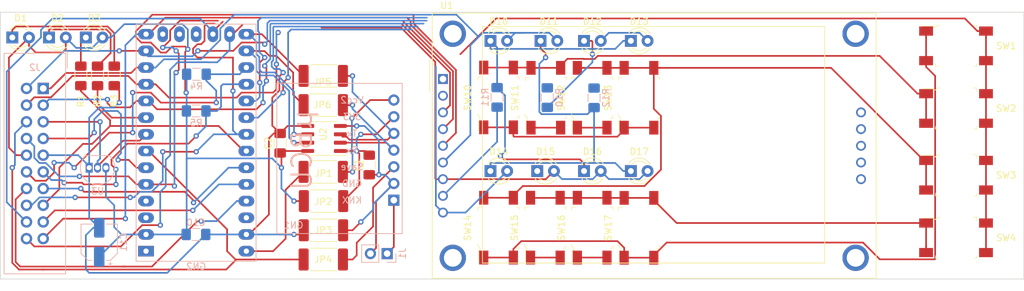
<source format=kicad_pcb>
(kicad_pcb (version 20171130) (host pcbnew "(5.1.4)-1")

  (general
    (thickness 1.6)
    (drawings 5)
    (tracks 802)
    (zones 0)
    (modules 48)
    (nets 52)
  )

  (page A4)
  (title_block
    (title "Controllerboard 9TE")
    (date 2019-10-01)
    (rev V00.01)
    (company "SirSydom KNX Labs")
    (comment 2 com@sirsydom.de)
  )

  (layers
    (0 F.Cu signal)
    (31 B.Cu signal)
    (32 B.Adhes user)
    (33 F.Adhes user)
    (34 B.Paste user)
    (35 F.Paste user)
    (36 B.SilkS user)
    (37 F.SilkS user)
    (38 B.Mask user)
    (39 F.Mask user)
    (40 Dwgs.User user)
    (41 Cmts.User user)
    (42 Eco1.User user)
    (43 Eco2.User user)
    (44 Edge.Cuts user)
    (45 Margin user)
    (46 B.CrtYd user)
    (47 F.CrtYd user)
    (48 B.Fab user hide)
    (49 F.Fab user)
  )

  (setup
    (last_trace_width 0.25)
    (trace_clearance 0.2)
    (zone_clearance 0.508)
    (zone_45_only no)
    (trace_min 0.2)
    (via_size 0.8)
    (via_drill 0.4)
    (via_min_size 0.4)
    (via_min_drill 0.3)
    (uvia_size 0.3)
    (uvia_drill 0.1)
    (uvias_allowed no)
    (uvia_min_size 0.2)
    (uvia_min_drill 0.1)
    (edge_width 0.05)
    (segment_width 0.2)
    (pcb_text_width 0.3)
    (pcb_text_size 1.5 1.5)
    (mod_edge_width 0.12)
    (mod_text_size 1 1)
    (mod_text_width 0.15)
    (pad_size 1.524 1.524)
    (pad_drill 0.762)
    (pad_to_mask_clearance 0.051)
    (solder_mask_min_width 0.25)
    (aux_axis_origin 0 0)
    (visible_elements 7FFFFFFF)
    (pcbplotparams
      (layerselection 0x010fc_ffffffff)
      (usegerberextensions false)
      (usegerberattributes false)
      (usegerberadvancedattributes false)
      (creategerberjobfile false)
      (excludeedgelayer true)
      (linewidth 0.100000)
      (plotframeref false)
      (viasonmask false)
      (mode 1)
      (useauxorigin false)
      (hpglpennumber 1)
      (hpglpenspeed 20)
      (hpglpendiameter 15.000000)
      (psnegative false)
      (psa4output false)
      (plotreference true)
      (plotvalue true)
      (plotinvisibletext false)
      (padsonsilk false)
      (subtractmaskfromsilk false)
      (outputformat 1)
      (mirror false)
      (drillshape 1)
      (scaleselection 1)
      (outputdirectory ""))
  )

  (net 0 "")
  (net 1 "Net-(U1-Pad14)")
  (net 2 "Net-(U1-Pad13)")
  (net 3 "Net-(U1-Pad12)")
  (net 4 "Net-(U1-Pad11)")
  (net 5 "Net-(U1-Pad10)")
  (net 6 MISO)
  (net 7 SCK)
  (net 8 MOSI)
  (net 9 GND)
  (net 10 +3V3)
  (net 11 "Net-(GN2-Pad16)")
  (net 12 "Net-(GN2-Pad15)")
  (net 13 "Net-(GN1-Pad5)")
  (net 14 "Net-(GN1-Pad4)")
  (net 15 "Net-(GN2-Pad31)")
  (net 16 "Net-(GN2-Pad30)")
  (net 17 "Net-(GN2-Pad29)")
  (net 18 +5V)
  (net 19 "Net-(GN2-Pad26)")
  (net 20 A1)
  (net 21 A0)
  (net 22 SCL)
  (net 23 "Net-(GN2-Pad4)")
  (net 24 SDA)
  (net 25 "Net-(GN2-Pad3)")
  (net 26 "Net-(GN2-Pad1)")
  (net 27 "Net-(GN1-Pad3)")
  (net 28 "Net-(D1-Pad1)")
  (net 29 "Net-(D2-Pad1)")
  (net 30 "Net-(D3-Pad1)")
  (net 31 "Net-(GN1-Pad1)")
  (net 32 D4)
  (net 33 D3)
  (net 34 D2)
  (net 35 D13)
  (net 36 D12)
  (net 37 A5)
  (net 38 D11)
  (net 39 A4)
  (net 40 D10)
  (net 41 A3)
  (net 42 D9)
  (net 43 A2)
  (net 44 D7)
  (net 45 D5)
  (net 46 "Net-(C1-Pad2)")
  (net 47 "Net-(C1-Pad1)")
  (net 48 "Net-(D10-Pad1)")
  (net 49 "Net-(D11-Pad1)")
  (net 50 "Net-(D12-Pad1)")
  (net 51 "Net-(GN2-Pad28)")

  (net_class Default "This is the default net class."
    (clearance 0.2)
    (trace_width 0.25)
    (via_dia 0.8)
    (via_drill 0.4)
    (uvia_dia 0.3)
    (uvia_drill 0.1)
    (add_net +3V3)
    (add_net +5V)
    (add_net A0)
    (add_net A1)
    (add_net A2)
    (add_net A3)
    (add_net A4)
    (add_net A5)
    (add_net D10)
    (add_net D11)
    (add_net D12)
    (add_net D13)
    (add_net D2)
    (add_net D3)
    (add_net D4)
    (add_net D5)
    (add_net D7)
    (add_net D9)
    (add_net GND)
    (add_net MISO)
    (add_net MOSI)
    (add_net "Net-(C1-Pad1)")
    (add_net "Net-(C1-Pad2)")
    (add_net "Net-(D1-Pad1)")
    (add_net "Net-(D10-Pad1)")
    (add_net "Net-(D11-Pad1)")
    (add_net "Net-(D12-Pad1)")
    (add_net "Net-(D2-Pad1)")
    (add_net "Net-(D3-Pad1)")
    (add_net "Net-(GN1-Pad1)")
    (add_net "Net-(GN1-Pad3)")
    (add_net "Net-(GN1-Pad4)")
    (add_net "Net-(GN1-Pad5)")
    (add_net "Net-(GN2-Pad1)")
    (add_net "Net-(GN2-Pad15)")
    (add_net "Net-(GN2-Pad16)")
    (add_net "Net-(GN2-Pad26)")
    (add_net "Net-(GN2-Pad28)")
    (add_net "Net-(GN2-Pad29)")
    (add_net "Net-(GN2-Pad3)")
    (add_net "Net-(GN2-Pad30)")
    (add_net "Net-(GN2-Pad31)")
    (add_net "Net-(GN2-Pad4)")
    (add_net "Net-(U1-Pad10)")
    (add_net "Net-(U1-Pad11)")
    (add_net "Net-(U1-Pad12)")
    (add_net "Net-(U1-Pad13)")
    (add_net "Net-(U1-Pad14)")
    (add_net SCK)
    (add_net SCL)
    (add_net SDA)
  )

  (module Resistor_SMD:R_2512_6332Metric_Pad1.52x3.35mm_HandSolder (layer F.Cu) (tedit 5B301BBD) (tstamp 5D93ED2E)
    (at 99.06 64.135 180)
    (descr "Resistor SMD 2512 (6332 Metric), square (rectangular) end terminal, IPC_7351 nominal with elongated pad for handsoldering. (Body size source: http://www.tortai-tech.com/upload/download/2011102023233369053.pdf), generated with kicad-footprint-generator")
    (tags "resistor handsolder")
    (path /5D93BA20)
    (attr smd)
    (fp_text reference JP6 (at 0.13762 0.04064) (layer F.SilkS)
      (effects (font (size 1 1) (thickness 0.15)))
    )
    (fp_text value "µBCU Rx" (at 0 2.62) (layer F.Fab)
      (effects (font (size 1 1) (thickness 0.15)))
    )
    (fp_text user %R (at 0 0) (layer F.Fab)
      (effects (font (size 1 1) (thickness 0.15)))
    )
    (fp_line (start 4 1.92) (end -4 1.92) (layer F.CrtYd) (width 0.05))
    (fp_line (start 4 -1.92) (end 4 1.92) (layer F.CrtYd) (width 0.05))
    (fp_line (start -4 -1.92) (end 4 -1.92) (layer F.CrtYd) (width 0.05))
    (fp_line (start -4 1.92) (end -4 -1.92) (layer F.CrtYd) (width 0.05))
    (fp_line (start -2.052064 1.71) (end 2.052064 1.71) (layer F.SilkS) (width 0.12))
    (fp_line (start -2.052064 -1.71) (end 2.052064 -1.71) (layer F.SilkS) (width 0.12))
    (fp_line (start 3.15 1.6) (end -3.15 1.6) (layer F.Fab) (width 0.1))
    (fp_line (start 3.15 -1.6) (end 3.15 1.6) (layer F.Fab) (width 0.1))
    (fp_line (start -3.15 -1.6) (end 3.15 -1.6) (layer F.Fab) (width 0.1))
    (fp_line (start -3.15 1.6) (end -3.15 -1.6) (layer F.Fab) (width 0.1))
    (pad 2 smd roundrect (at 2.9875 0 180) (size 1.525 3.35) (layers F.Cu F.Paste F.Mask) (roundrect_rratio 0.163934)
      (net 11 "Net-(GN2-Pad16)"))
    (pad 1 smd roundrect (at -2.9875 0 180) (size 1.525 3.35) (layers F.Cu F.Paste F.Mask) (roundrect_rratio 0.163934)
      (net 14 "Net-(GN1-Pad4)"))
    (model ${KISYS3DMOD}/Resistor_SMD.3dshapes/R_2512_6332Metric.wrl
      (at (xyz 0 0 0))
      (scale (xyz 1 1 1))
      (rotate (xyz 0 0 0))
    )
  )

  (module Resistor_SMD:R_2512_6332Metric_Pad1.52x3.35mm_HandSolder (layer F.Cu) (tedit 5B301BBD) (tstamp 5D93ED1C)
    (at 99.06 59.69 180)
    (descr "Resistor SMD 2512 (6332 Metric), square (rectangular) end terminal, IPC_7351 nominal with elongated pad for handsoldering. (Body size source: http://www.tortai-tech.com/upload/download/2011102023233369053.pdf), generated with kicad-footprint-generator")
    (tags "resistor handsolder")
    (path /5D93B2AA)
    (attr smd)
    (fp_text reference JP5 (at 0.11892 -0.92202) (layer F.SilkS)
      (effects (font (size 1 1) (thickness 0.15)))
    )
    (fp_text value "µBCU Tx" (at 0 2.62) (layer F.Fab)
      (effects (font (size 1 1) (thickness 0.15)))
    )
    (fp_text user %R (at 0 0) (layer F.Fab)
      (effects (font (size 1 1) (thickness 0.15)))
    )
    (fp_line (start 4 1.92) (end -4 1.92) (layer F.CrtYd) (width 0.05))
    (fp_line (start 4 -1.92) (end 4 1.92) (layer F.CrtYd) (width 0.05))
    (fp_line (start -4 -1.92) (end 4 -1.92) (layer F.CrtYd) (width 0.05))
    (fp_line (start -4 1.92) (end -4 -1.92) (layer F.CrtYd) (width 0.05))
    (fp_line (start -2.052064 1.71) (end 2.052064 1.71) (layer F.SilkS) (width 0.12))
    (fp_line (start -2.052064 -1.71) (end 2.052064 -1.71) (layer F.SilkS) (width 0.12))
    (fp_line (start 3.15 1.6) (end -3.15 1.6) (layer F.Fab) (width 0.1))
    (fp_line (start 3.15 -1.6) (end 3.15 1.6) (layer F.Fab) (width 0.1))
    (fp_line (start -3.15 -1.6) (end 3.15 -1.6) (layer F.Fab) (width 0.1))
    (fp_line (start -3.15 1.6) (end -3.15 -1.6) (layer F.Fab) (width 0.1))
    (pad 2 smd roundrect (at 2.9875 0 180) (size 1.525 3.35) (layers F.Cu F.Paste F.Mask) (roundrect_rratio 0.163934)
      (net 12 "Net-(GN2-Pad15)"))
    (pad 1 smd roundrect (at -2.9875 0 180) (size 1.525 3.35) (layers F.Cu F.Paste F.Mask) (roundrect_rratio 0.163934)
      (net 13 "Net-(GN1-Pad5)"))
    (model ${KISYS3DMOD}/Resistor_SMD.3dshapes/R_2512_6332Metric.wrl
      (at (xyz 0 0 0))
      (scale (xyz 1 1 1))
      (rotate (xyz 0 0 0))
    )
  )

  (module Resistor_SMD:R_2512_6332Metric_Pad1.52x3.35mm_HandSolder (layer F.Cu) (tedit 5B301BBD) (tstamp 5D9BA2E7)
    (at 99.06808 87.63 180)
    (descr "Resistor SMD 2512 (6332 Metric), square (rectangular) end terminal, IPC_7351 nominal with elongated pad for handsoldering. (Body size source: http://www.tortai-tech.com/upload/download/2011102023233369053.pdf), generated with kicad-footprint-generator")
    (tags "resistor handsolder")
    (path /5DA0C413)
    (attr smd)
    (fp_text reference JP4 (at 0.00808 0) (layer F.SilkS)
      (effects (font (size 1 1) (thickness 0.15)))
    )
    (fp_text value "Use Vcc Monitoring" (at 0 2.62) (layer F.Fab)
      (effects (font (size 1 1) (thickness 0.15)))
    )
    (fp_text user %R (at 0 0) (layer F.Fab)
      (effects (font (size 1 1) (thickness 0.15)))
    )
    (fp_line (start 4 1.92) (end -4 1.92) (layer F.CrtYd) (width 0.05))
    (fp_line (start 4 -1.92) (end 4 1.92) (layer F.CrtYd) (width 0.05))
    (fp_line (start -4 -1.92) (end 4 -1.92) (layer F.CrtYd) (width 0.05))
    (fp_line (start -4 1.92) (end -4 -1.92) (layer F.CrtYd) (width 0.05))
    (fp_line (start -2.052064 1.71) (end 2.052064 1.71) (layer F.SilkS) (width 0.12))
    (fp_line (start -2.052064 -1.71) (end 2.052064 -1.71) (layer F.SilkS) (width 0.12))
    (fp_line (start 3.15 1.6) (end -3.15 1.6) (layer F.Fab) (width 0.1))
    (fp_line (start 3.15 -1.6) (end 3.15 1.6) (layer F.Fab) (width 0.1))
    (fp_line (start -3.15 -1.6) (end 3.15 -1.6) (layer F.Fab) (width 0.1))
    (fp_line (start -3.15 1.6) (end -3.15 -1.6) (layer F.Fab) (width 0.1))
    (pad 2 smd roundrect (at 2.9875 0 180) (size 1.525 3.35) (layers F.Cu F.Paste F.Mask) (roundrect_rratio 0.163934)
      (net 43 A2))
    (pad 1 smd roundrect (at -2.9875 0 180) (size 1.525 3.35) (layers F.Cu F.Paste F.Mask) (roundrect_rratio 0.163934)
      (net 27 "Net-(GN1-Pad3)"))
    (model ${KISYS3DMOD}/Resistor_SMD.3dshapes/R_2512_6332Metric.wrl
      (at (xyz 0 0 0))
      (scale (xyz 1 1 1))
      (rotate (xyz 0 0 0))
    )
  )

  (module Resistor_SMD:R_2512_6332Metric_Pad1.52x3.35mm_HandSolder (layer F.Cu) (tedit 5B301BBD) (tstamp 5D93ECF8)
    (at 99.0884 83.185 180)
    (descr "Resistor SMD 2512 (6332 Metric), square (rectangular) end terminal, IPC_7351 nominal with elongated pad for handsoldering. (Body size source: http://www.tortai-tech.com/upload/download/2011102023233369053.pdf), generated with kicad-footprint-generator")
    (tags "resistor handsolder")
    (path /5D93EC15)
    (attr smd)
    (fp_text reference JP3 (at 0.0284 0) (layer F.SilkS)
      (effects (font (size 1 1) (thickness 0.15)))
    )
    (fp_text value "Use GND from µBCU" (at 0 2.62) (layer F.Fab)
      (effects (font (size 1 1) (thickness 0.15)))
    )
    (fp_text user %R (at 0 0) (layer F.Fab)
      (effects (font (size 1 1) (thickness 0.15)))
    )
    (fp_line (start 4 1.92) (end -4 1.92) (layer F.CrtYd) (width 0.05))
    (fp_line (start 4 -1.92) (end 4 1.92) (layer F.CrtYd) (width 0.05))
    (fp_line (start -4 -1.92) (end 4 -1.92) (layer F.CrtYd) (width 0.05))
    (fp_line (start -4 1.92) (end -4 -1.92) (layer F.CrtYd) (width 0.05))
    (fp_line (start -2.052064 1.71) (end 2.052064 1.71) (layer F.SilkS) (width 0.12))
    (fp_line (start -2.052064 -1.71) (end 2.052064 -1.71) (layer F.SilkS) (width 0.12))
    (fp_line (start 3.15 1.6) (end -3.15 1.6) (layer F.Fab) (width 0.1))
    (fp_line (start 3.15 -1.6) (end 3.15 1.6) (layer F.Fab) (width 0.1))
    (fp_line (start -3.15 -1.6) (end 3.15 -1.6) (layer F.Fab) (width 0.1))
    (fp_line (start -3.15 1.6) (end -3.15 -1.6) (layer F.Fab) (width 0.1))
    (pad 2 smd roundrect (at 2.9875 0 180) (size 1.525 3.35) (layers F.Cu F.Paste F.Mask) (roundrect_rratio 0.163934)
      (net 9 GND))
    (pad 1 smd roundrect (at -2.9875 0 180) (size 1.525 3.35) (layers F.Cu F.Paste F.Mask) (roundrect_rratio 0.163934)
      (net 47 "Net-(C1-Pad1)"))
    (model ${KISYS3DMOD}/Resistor_SMD.3dshapes/R_2512_6332Metric.wrl
      (at (xyz 0 0 0))
      (scale (xyz 1 1 1))
      (rotate (xyz 0 0 0))
    )
  )

  (module Resistor_SMD:R_2512_6332Metric_Pad1.52x3.35mm_HandSolder (layer F.Cu) (tedit 5B301BBD) (tstamp 5D93ECE6)
    (at 99.0981 78.74 180)
    (descr "Resistor SMD 2512 (6332 Metric), square (rectangular) end terminal, IPC_7351 nominal with elongated pad for handsoldering. (Body size source: http://www.tortai-tech.com/upload/download/2011102023233369053.pdf), generated with kicad-footprint-generator")
    (tags "resistor handsolder")
    (path /5D9415A0)
    (attr smd)
    (fp_text reference JP2 (at 0.03302 -0.1016) (layer F.SilkS)
      (effects (font (size 1 1) (thickness 0.15)))
    )
    (fp_text value "Use Vcc1 (3V3) from µBCU" (at 0 2.62) (layer F.Fab)
      (effects (font (size 1 1) (thickness 0.15)))
    )
    (fp_text user %R (at 0 0) (layer F.Fab)
      (effects (font (size 1 1) (thickness 0.15)))
    )
    (fp_line (start 4 1.92) (end -4 1.92) (layer F.CrtYd) (width 0.05))
    (fp_line (start 4 -1.92) (end 4 1.92) (layer F.CrtYd) (width 0.05))
    (fp_line (start -4 -1.92) (end 4 -1.92) (layer F.CrtYd) (width 0.05))
    (fp_line (start -4 1.92) (end -4 -1.92) (layer F.CrtYd) (width 0.05))
    (fp_line (start -2.052064 1.71) (end 2.052064 1.71) (layer F.SilkS) (width 0.12))
    (fp_line (start -2.052064 -1.71) (end 2.052064 -1.71) (layer F.SilkS) (width 0.12))
    (fp_line (start 3.15 1.6) (end -3.15 1.6) (layer F.Fab) (width 0.1))
    (fp_line (start 3.15 -1.6) (end 3.15 1.6) (layer F.Fab) (width 0.1))
    (fp_line (start -3.15 -1.6) (end 3.15 -1.6) (layer F.Fab) (width 0.1))
    (fp_line (start -3.15 1.6) (end -3.15 -1.6) (layer F.Fab) (width 0.1))
    (pad 2 smd roundrect (at 2.9875 0 180) (size 1.525 3.35) (layers F.Cu F.Paste F.Mask) (roundrect_rratio 0.163934)
      (net 10 +3V3))
    (pad 1 smd roundrect (at -2.9875 0 180) (size 1.525 3.35) (layers F.Cu F.Paste F.Mask) (roundrect_rratio 0.163934)
      (net 46 "Net-(C1-Pad2)"))
    (model ${KISYS3DMOD}/Resistor_SMD.3dshapes/R_2512_6332Metric.wrl
      (at (xyz 0 0 0))
      (scale (xyz 1 1 1))
      (rotate (xyz 0 0 0))
    )
  )

  (module Resistor_SMD:R_2512_6332Metric_Pad1.52x3.35mm_HandSolder (layer F.Cu) (tedit 5B301BBD) (tstamp 5D93ECD4)
    (at 99.06 74.295 180)
    (descr "Resistor SMD 2512 (6332 Metric), square (rectangular) end terminal, IPC_7351 nominal with elongated pad for handsoldering. (Body size source: http://www.tortai-tech.com/upload/download/2011102023233369053.pdf), generated with kicad-footprint-generator")
    (tags "resistor handsolder")
    (path /5D945D83)
    (attr smd)
    (fp_text reference JP1 (at -0.04826 -0.23876) (layer F.SilkS)
      (effects (font (size 1 1) (thickness 0.15)))
    )
    (fp_text value "Use Vcc2 from µBCU" (at 0 2.62) (layer F.Fab)
      (effects (font (size 1 1) (thickness 0.15)))
    )
    (fp_text user %R (at 0 0) (layer F.Fab)
      (effects (font (size 1 1) (thickness 0.15)))
    )
    (fp_line (start 4 1.92) (end -4 1.92) (layer F.CrtYd) (width 0.05))
    (fp_line (start 4 -1.92) (end 4 1.92) (layer F.CrtYd) (width 0.05))
    (fp_line (start -4 -1.92) (end 4 -1.92) (layer F.CrtYd) (width 0.05))
    (fp_line (start -4 1.92) (end -4 -1.92) (layer F.CrtYd) (width 0.05))
    (fp_line (start -2.052064 1.71) (end 2.052064 1.71) (layer F.SilkS) (width 0.12))
    (fp_line (start -2.052064 -1.71) (end 2.052064 -1.71) (layer F.SilkS) (width 0.12))
    (fp_line (start 3.15 1.6) (end -3.15 1.6) (layer F.Fab) (width 0.1))
    (fp_line (start 3.15 -1.6) (end 3.15 1.6) (layer F.Fab) (width 0.1))
    (fp_line (start -3.15 -1.6) (end 3.15 -1.6) (layer F.Fab) (width 0.1))
    (fp_line (start -3.15 1.6) (end -3.15 -1.6) (layer F.Fab) (width 0.1))
    (pad 2 smd roundrect (at 2.9875 0 180) (size 1.525 3.35) (layers F.Cu F.Paste F.Mask) (roundrect_rratio 0.163934)
      (net 51 "Net-(GN2-Pad28)"))
    (pad 1 smd roundrect (at -2.9875 0 180) (size 1.525 3.35) (layers F.Cu F.Paste F.Mask) (roundrect_rratio 0.163934)
      (net 18 +5V))
    (model ${KISYS3DMOD}/Resistor_SMD.3dshapes/R_2512_6332Metric.wrl
      (at (xyz 0 0 0))
      (scale (xyz 1 1 1))
      (rotate (xyz 0 0 0))
    )
  )

  (module Resistor_SMD:R_1206_3216Metric_Pad1.42x1.75mm_HandSolder (layer B.Cu) (tedit 5B301BBD) (tstamp 5D9CB02C)
    (at 79.756 65.024)
    (descr "Resistor SMD 1206 (3216 Metric), square (rectangular) end terminal, IPC_7351 nominal with elongated pad for handsoldering. (Body size source: http://www.tortai-tech.com/upload/download/2011102023233369053.pdf), generated with kicad-footprint-generator")
    (tags "resistor handsolder")
    (path /5DA06234)
    (attr smd)
    (fp_text reference R5 (at 0 1.82) (layer B.SilkS)
      (effects (font (size 1 1) (thickness 0.15)) (justify mirror))
    )
    (fp_text value 1k (at 0 -1.82) (layer B.Fab)
      (effects (font (size 1 1) (thickness 0.15)) (justify mirror))
    )
    (fp_text user %R (at 0 0) (layer B.Fab)
      (effects (font (size 0.8 0.8) (thickness 0.12)) (justify mirror))
    )
    (fp_line (start 2.45 -1.12) (end -2.45 -1.12) (layer B.CrtYd) (width 0.05))
    (fp_line (start 2.45 1.12) (end 2.45 -1.12) (layer B.CrtYd) (width 0.05))
    (fp_line (start -2.45 1.12) (end 2.45 1.12) (layer B.CrtYd) (width 0.05))
    (fp_line (start -2.45 -1.12) (end -2.45 1.12) (layer B.CrtYd) (width 0.05))
    (fp_line (start -0.602064 -0.91) (end 0.602064 -0.91) (layer B.SilkS) (width 0.12))
    (fp_line (start -0.602064 0.91) (end 0.602064 0.91) (layer B.SilkS) (width 0.12))
    (fp_line (start 1.6 -0.8) (end -1.6 -0.8) (layer B.Fab) (width 0.1))
    (fp_line (start 1.6 0.8) (end 1.6 -0.8) (layer B.Fab) (width 0.1))
    (fp_line (start -1.6 0.8) (end 1.6 0.8) (layer B.Fab) (width 0.1))
    (fp_line (start -1.6 -0.8) (end -1.6 0.8) (layer B.Fab) (width 0.1))
    (pad 2 smd roundrect (at 1.4875 0) (size 1.425 1.75) (layers B.Cu B.Paste B.Mask) (roundrect_rratio 0.175439)
      (net 22 SCL))
    (pad 1 smd roundrect (at -1.4875 0) (size 1.425 1.75) (layers B.Cu B.Paste B.Mask) (roundrect_rratio 0.175439)
      (net 10 +3V3))
    (model ${KISYS3DMOD}/Resistor_SMD.3dshapes/R_1206_3216Metric.wrl
      (at (xyz 0 0 0))
      (scale (xyz 1 1 1))
      (rotate (xyz 0 0 0))
    )
  )

  (module Resistor_SMD:R_1206_3216Metric_Pad1.42x1.75mm_HandSolder (layer B.Cu) (tedit 5B301BBD) (tstamp 5D9CB01B)
    (at 79.7925 59.436)
    (descr "Resistor SMD 1206 (3216 Metric), square (rectangular) end terminal, IPC_7351 nominal with elongated pad for handsoldering. (Body size source: http://www.tortai-tech.com/upload/download/2011102023233369053.pdf), generated with kicad-footprint-generator")
    (tags "resistor handsolder")
    (path /5DA0665F)
    (attr smd)
    (fp_text reference R4 (at 0 1.82) (layer B.SilkS)
      (effects (font (size 1 1) (thickness 0.15)) (justify mirror))
    )
    (fp_text value 1k (at 0 -1.82) (layer B.Fab)
      (effects (font (size 1 1) (thickness 0.15)) (justify mirror))
    )
    (fp_text user %R (at 0 0) (layer B.Fab)
      (effects (font (size 0.8 0.8) (thickness 0.12)) (justify mirror))
    )
    (fp_line (start 2.45 -1.12) (end -2.45 -1.12) (layer B.CrtYd) (width 0.05))
    (fp_line (start 2.45 1.12) (end 2.45 -1.12) (layer B.CrtYd) (width 0.05))
    (fp_line (start -2.45 1.12) (end 2.45 1.12) (layer B.CrtYd) (width 0.05))
    (fp_line (start -2.45 -1.12) (end -2.45 1.12) (layer B.CrtYd) (width 0.05))
    (fp_line (start -0.602064 -0.91) (end 0.602064 -0.91) (layer B.SilkS) (width 0.12))
    (fp_line (start -0.602064 0.91) (end 0.602064 0.91) (layer B.SilkS) (width 0.12))
    (fp_line (start 1.6 -0.8) (end -1.6 -0.8) (layer B.Fab) (width 0.1))
    (fp_line (start 1.6 0.8) (end 1.6 -0.8) (layer B.Fab) (width 0.1))
    (fp_line (start -1.6 0.8) (end 1.6 0.8) (layer B.Fab) (width 0.1))
    (fp_line (start -1.6 -0.8) (end -1.6 0.8) (layer B.Fab) (width 0.1))
    (pad 2 smd roundrect (at 1.4875 0) (size 1.425 1.75) (layers B.Cu B.Paste B.Mask) (roundrect_rratio 0.175439)
      (net 24 SDA))
    (pad 1 smd roundrect (at -1.4875 0) (size 1.425 1.75) (layers B.Cu B.Paste B.Mask) (roundrect_rratio 0.175439)
      (net 10 +3V3))
    (model ${KISYS3DMOD}/Resistor_SMD.3dshapes/R_1206_3216Metric.wrl
      (at (xyz 0 0 0))
      (scale (xyz 1 1 1))
      (rotate (xyz 0 0 0))
    )
  )

  (module Capacitor_SMD:CP_Elec_5x5.3 (layer B.Cu) (tedit 5BCA39CF) (tstamp 5D9CAC14)
    (at 65.024 85.004 90)
    (descr "SMD capacitor, aluminum electrolytic, Nichicon, 5.0x5.3mm")
    (tags "capacitor electrolytic")
    (path /5DA5D9E4)
    (attr smd)
    (fp_text reference C11 (at 0 3.7 270) (layer B.SilkS)
      (effects (font (size 1 1) (thickness 0.15)) (justify mirror))
    )
    (fp_text value 10µF (at 0 -3.7 270) (layer B.Fab)
      (effects (font (size 1 1) (thickness 0.15)) (justify mirror))
    )
    (fp_text user %R (at 0 0 270) (layer B.Fab)
      (effects (font (size 1 1) (thickness 0.15)) (justify mirror))
    )
    (fp_line (start -3.95 -1.05) (end -2.9 -1.05) (layer B.CrtYd) (width 0.05))
    (fp_line (start -3.95 1.05) (end -3.95 -1.05) (layer B.CrtYd) (width 0.05))
    (fp_line (start -2.9 1.05) (end -3.95 1.05) (layer B.CrtYd) (width 0.05))
    (fp_line (start -2.9 -1.05) (end -2.9 -1.75) (layer B.CrtYd) (width 0.05))
    (fp_line (start -2.9 1.75) (end -2.9 1.05) (layer B.CrtYd) (width 0.05))
    (fp_line (start -2.9 1.75) (end -1.75 2.9) (layer B.CrtYd) (width 0.05))
    (fp_line (start -2.9 -1.75) (end -1.75 -2.9) (layer B.CrtYd) (width 0.05))
    (fp_line (start -1.75 2.9) (end 2.9 2.9) (layer B.CrtYd) (width 0.05))
    (fp_line (start -1.75 -2.9) (end 2.9 -2.9) (layer B.CrtYd) (width 0.05))
    (fp_line (start 2.9 -1.05) (end 2.9 -2.9) (layer B.CrtYd) (width 0.05))
    (fp_line (start 3.95 -1.05) (end 2.9 -1.05) (layer B.CrtYd) (width 0.05))
    (fp_line (start 3.95 1.05) (end 3.95 -1.05) (layer B.CrtYd) (width 0.05))
    (fp_line (start 2.9 1.05) (end 3.95 1.05) (layer B.CrtYd) (width 0.05))
    (fp_line (start 2.9 2.9) (end 2.9 1.05) (layer B.CrtYd) (width 0.05))
    (fp_line (start -3.3125 1.9975) (end -3.3125 1.3725) (layer B.SilkS) (width 0.12))
    (fp_line (start -3.625 1.685) (end -3 1.685) (layer B.SilkS) (width 0.12))
    (fp_line (start -2.76 -1.695563) (end -1.695563 -2.76) (layer B.SilkS) (width 0.12))
    (fp_line (start -2.76 1.695563) (end -1.695563 2.76) (layer B.SilkS) (width 0.12))
    (fp_line (start -2.76 1.695563) (end -2.76 1.06) (layer B.SilkS) (width 0.12))
    (fp_line (start -2.76 -1.695563) (end -2.76 -1.06) (layer B.SilkS) (width 0.12))
    (fp_line (start -1.695563 -2.76) (end 2.76 -2.76) (layer B.SilkS) (width 0.12))
    (fp_line (start -1.695563 2.76) (end 2.76 2.76) (layer B.SilkS) (width 0.12))
    (fp_line (start 2.76 2.76) (end 2.76 1.06) (layer B.SilkS) (width 0.12))
    (fp_line (start 2.76 -2.76) (end 2.76 -1.06) (layer B.SilkS) (width 0.12))
    (fp_line (start -1.783956 1.45) (end -1.783956 0.95) (layer B.Fab) (width 0.1))
    (fp_line (start -2.033956 1.2) (end -1.533956 1.2) (layer B.Fab) (width 0.1))
    (fp_line (start -2.65 -1.65) (end -1.65 -2.65) (layer B.Fab) (width 0.1))
    (fp_line (start -2.65 1.65) (end -1.65 2.65) (layer B.Fab) (width 0.1))
    (fp_line (start -2.65 1.65) (end -2.65 -1.65) (layer B.Fab) (width 0.1))
    (fp_line (start -1.65 -2.65) (end 2.65 -2.65) (layer B.Fab) (width 0.1))
    (fp_line (start -1.65 2.65) (end 2.65 2.65) (layer B.Fab) (width 0.1))
    (fp_line (start 2.65 2.65) (end 2.65 -2.65) (layer B.Fab) (width 0.1))
    (fp_circle (center 0 0) (end 2.5 0) (layer B.Fab) (width 0.1))
    (pad 2 smd roundrect (at 2.2 0 90) (size 3 1.6) (layers B.Cu B.Paste B.Mask) (roundrect_rratio 0.15625)
      (net 9 GND))
    (pad 1 smd roundrect (at -2.2 0 90) (size 3 1.6) (layers B.Cu B.Paste B.Mask) (roundrect_rratio 0.15625)
      (net 10 +3V3))
    (model ${KISYS3DMOD}/Capacitor_SMD.3dshapes/CP_Elec_5x5.3.wrl
      (at (xyz 0 0 0))
      (scale (xyz 1 1 1))
      (rotate (xyz 0 0 0))
    )
  )

  (module Capacitor_SMD:C_1206_3216Metric_Pad1.42x1.75mm_HandSolder (layer B.Cu) (tedit 5B301BBE) (tstamp 5D9CABEC)
    (at 79.7195 83.82 180)
    (descr "Capacitor SMD 1206 (3216 Metric), square (rectangular) end terminal, IPC_7351 nominal with elongated pad for handsoldering. (Body size source: http://www.tortai-tech.com/upload/download/2011102023233369053.pdf), generated with kicad-footprint-generator")
    (tags "capacitor handsolder")
    (path /5DA5CBBB)
    (attr smd)
    (fp_text reference C10 (at 0 1.82) (layer B.SilkS)
      (effects (font (size 1 1) (thickness 0.15)) (justify mirror))
    )
    (fp_text value 100nF (at 0 -1.82) (layer B.Fab)
      (effects (font (size 1 1) (thickness 0.15)) (justify mirror))
    )
    (fp_text user %R (at 0 0) (layer B.Fab)
      (effects (font (size 0.8 0.8) (thickness 0.12)) (justify mirror))
    )
    (fp_line (start 2.45 -1.12) (end -2.45 -1.12) (layer B.CrtYd) (width 0.05))
    (fp_line (start 2.45 1.12) (end 2.45 -1.12) (layer B.CrtYd) (width 0.05))
    (fp_line (start -2.45 1.12) (end 2.45 1.12) (layer B.CrtYd) (width 0.05))
    (fp_line (start -2.45 -1.12) (end -2.45 1.12) (layer B.CrtYd) (width 0.05))
    (fp_line (start -0.602064 -0.91) (end 0.602064 -0.91) (layer B.SilkS) (width 0.12))
    (fp_line (start -0.602064 0.91) (end 0.602064 0.91) (layer B.SilkS) (width 0.12))
    (fp_line (start 1.6 -0.8) (end -1.6 -0.8) (layer B.Fab) (width 0.1))
    (fp_line (start 1.6 0.8) (end 1.6 -0.8) (layer B.Fab) (width 0.1))
    (fp_line (start -1.6 0.8) (end 1.6 0.8) (layer B.Fab) (width 0.1))
    (fp_line (start -1.6 -0.8) (end -1.6 0.8) (layer B.Fab) (width 0.1))
    (pad 2 smd roundrect (at 1.4875 0 180) (size 1.425 1.75) (layers B.Cu B.Paste B.Mask) (roundrect_rratio 0.175439)
      (net 10 +3V3))
    (pad 1 smd roundrect (at -1.4875 0 180) (size 1.425 1.75) (layers B.Cu B.Paste B.Mask) (roundrect_rratio 0.175439)
      (net 9 GND))
    (model ${KISYS3DMOD}/Capacitor_SMD.3dshapes/C_1206_3216Metric.wrl
      (at (xyz 0 0 0))
      (scale (xyz 1 1 1))
      (rotate (xyz 0 0 0))
    )
  )

  (module digikey-footprints:Switch_Tactile_SMD_6x6mm (layer F.Cu) (tedit 5D28A6E0) (tstamp 5D9BA610)
    (at 147.03 82.804 90)
    (path /5D98A309)
    (attr smd)
    (fp_text reference SW17 (at -0.03 -4.69 90) (layer F.SilkS)
      (effects (font (size 1 1) (thickness 0.15)))
    )
    (fp_text value SW_Push_Dual (at 0 5.08 90) (layer F.Fab)
      (effects (font (size 1 1) (thickness 0.15)))
    )
    (fp_line (start 3 3) (end 3 -3) (layer F.Fab) (width 0.1))
    (fp_line (start -3 3) (end 3 3) (layer F.Fab) (width 0.1))
    (fp_line (start -2.7 -3) (end -3 -2.725) (layer F.Fab) (width 0.1))
    (fp_line (start -3 -2.725) (end -3 3) (layer F.Fab) (width 0.1))
    (fp_line (start -2.7 -3) (end 3 -3) (layer F.Fab) (width 0.1))
    (fp_line (start 3.125 3.125) (end 2.75 3.125) (layer F.SilkS) (width 0.1))
    (fp_line (start 3.125 2.75) (end 3.125 3.125) (layer F.SilkS) (width 0.1))
    (fp_line (start -3.125 3.125) (end -3.125 2.725) (layer F.SilkS) (width 0.1))
    (fp_line (start -2.725 3.125) (end -3.125 3.125) (layer F.SilkS) (width 0.1))
    (fp_line (start 3.125 -3.125) (end 2.625 -3.125) (layer F.SilkS) (width 0.1))
    (fp_line (start 3.125 -2.575) (end 3.125 -3.125) (layer F.SilkS) (width 0.1))
    (fp_line (start -3.425 -3.025) (end -5.075 -3.025) (layer F.SilkS) (width 0.1))
    (fp_line (start -3.425 -2.8) (end -3.425 -3.025) (layer F.SilkS) (width 0.1))
    (fp_line (start -3.125 -2.8) (end -3.425 -2.8) (layer F.SilkS) (width 0.1))
    (fp_line (start -2.775 -3.125) (end -3.125 -2.8) (layer F.SilkS) (width 0.1))
    (fp_line (start -2.775 -3.125) (end -2.475 -3.125) (layer F.SilkS) (width 0.1))
    (fp_line (start 5.85 -3.3) (end 5.85 3.3) (layer F.CrtYd) (width 0.05))
    (fp_line (start 5.85 3.3) (end -5.85 3.3) (layer F.CrtYd) (width 0.05))
    (fp_line (start -5.85 3.3) (end -5.85 -3.3) (layer F.CrtYd) (width 0.05))
    (fp_line (start -5.85 -3.3) (end 5.85 -3.3) (layer F.CrtYd) (width 0.05))
    (fp_text user %R (at -0.125 0.125 90) (layer F.Fab)
      (effects (font (size 1 1) (thickness 0.15)))
    )
    (pad 1 smd rect (at -4.55 -2.25) (size 1.4 2.1) (layers F.Cu F.Paste F.Mask)
      (net 36 D12))
    (pad 3 smd rect (at -4.55 2.25) (size 1.4 2.1) (layers F.Cu F.Paste F.Mask)
      (net 36 D12))
    (pad 4 smd rect (at 4.55 2.25) (size 1.4 2.1) (layers F.Cu F.Paste F.Mask)
      (net 45 D5))
    (pad 2 smd rect (at 4.55 -2.25) (size 1.4 2.1) (layers F.Cu F.Paste F.Mask)
      (net 45 D5))
  )

  (module digikey-footprints:Switch_Tactile_SMD_6x6mm (layer F.Cu) (tedit 5D28A6E0) (tstamp 5D9BA5BB)
    (at 125.694 82.782 90)
    (path /5D99676A)
    (attr smd)
    (fp_text reference SW14 (at -0.03 -4.69 90) (layer F.SilkS)
      (effects (font (size 1 1) (thickness 0.15)))
    )
    (fp_text value SW_Push_Dual (at 0 5.08 90) (layer F.Fab)
      (effects (font (size 1 1) (thickness 0.15)))
    )
    (fp_line (start 3 3) (end 3 -3) (layer F.Fab) (width 0.1))
    (fp_line (start -3 3) (end 3 3) (layer F.Fab) (width 0.1))
    (fp_line (start -2.7 -3) (end -3 -2.725) (layer F.Fab) (width 0.1))
    (fp_line (start -3 -2.725) (end -3 3) (layer F.Fab) (width 0.1))
    (fp_line (start -2.7 -3) (end 3 -3) (layer F.Fab) (width 0.1))
    (fp_line (start 3.125 3.125) (end 2.75 3.125) (layer F.SilkS) (width 0.1))
    (fp_line (start 3.125 2.75) (end 3.125 3.125) (layer F.SilkS) (width 0.1))
    (fp_line (start -3.125 3.125) (end -3.125 2.725) (layer F.SilkS) (width 0.1))
    (fp_line (start -2.725 3.125) (end -3.125 3.125) (layer F.SilkS) (width 0.1))
    (fp_line (start 3.125 -3.125) (end 2.625 -3.125) (layer F.SilkS) (width 0.1))
    (fp_line (start 3.125 -2.575) (end 3.125 -3.125) (layer F.SilkS) (width 0.1))
    (fp_line (start -3.425 -3.025) (end -5.075 -3.025) (layer F.SilkS) (width 0.1))
    (fp_line (start -3.425 -2.8) (end -3.425 -3.025) (layer F.SilkS) (width 0.1))
    (fp_line (start -3.125 -2.8) (end -3.425 -2.8) (layer F.SilkS) (width 0.1))
    (fp_line (start -2.775 -3.125) (end -3.125 -2.8) (layer F.SilkS) (width 0.1))
    (fp_line (start -2.775 -3.125) (end -2.475 -3.125) (layer F.SilkS) (width 0.1))
    (fp_line (start 5.85 -3.3) (end 5.85 3.3) (layer F.CrtYd) (width 0.05))
    (fp_line (start 5.85 3.3) (end -5.85 3.3) (layer F.CrtYd) (width 0.05))
    (fp_line (start -5.85 3.3) (end -5.85 -3.3) (layer F.CrtYd) (width 0.05))
    (fp_line (start -5.85 -3.3) (end 5.85 -3.3) (layer F.CrtYd) (width 0.05))
    (fp_text user %R (at -0.125 0.125 90) (layer F.Fab)
      (effects (font (size 1 1) (thickness 0.15)))
    )
    (pad 1 smd rect (at -4.55 -2.25) (size 1.4 2.1) (layers F.Cu F.Paste F.Mask)
      (net 36 D12))
    (pad 3 smd rect (at -4.55 2.25) (size 1.4 2.1) (layers F.Cu F.Paste F.Mask)
      (net 36 D12))
    (pad 4 smd rect (at 4.55 2.25) (size 1.4 2.1) (layers F.Cu F.Paste F.Mask)
      (net 44 D7))
    (pad 2 smd rect (at 4.55 -2.25) (size 1.4 2.1) (layers F.Cu F.Paste F.Mask)
      (net 44 D7))
  )

  (module digikey-footprints:Switch_Tactile_SMD_6x6mm (layer F.Cu) (tedit 5D28A6E0) (tstamp 5D9BA59E)
    (at 147.03 63.014 90)
    (path /5D996F9A)
    (attr smd)
    (fp_text reference SW13 (at -0.03 -4.69 90) (layer F.SilkS)
      (effects (font (size 1 1) (thickness 0.15)))
    )
    (fp_text value SW_Push_Dual (at 0 5.08 90) (layer F.Fab)
      (effects (font (size 1 1) (thickness 0.15)))
    )
    (fp_line (start 3 3) (end 3 -3) (layer F.Fab) (width 0.1))
    (fp_line (start -3 3) (end 3 3) (layer F.Fab) (width 0.1))
    (fp_line (start -2.7 -3) (end -3 -2.725) (layer F.Fab) (width 0.1))
    (fp_line (start -3 -2.725) (end -3 3) (layer F.Fab) (width 0.1))
    (fp_line (start -2.7 -3) (end 3 -3) (layer F.Fab) (width 0.1))
    (fp_line (start 3.125 3.125) (end 2.75 3.125) (layer F.SilkS) (width 0.1))
    (fp_line (start 3.125 2.75) (end 3.125 3.125) (layer F.SilkS) (width 0.1))
    (fp_line (start -3.125 3.125) (end -3.125 2.725) (layer F.SilkS) (width 0.1))
    (fp_line (start -2.725 3.125) (end -3.125 3.125) (layer F.SilkS) (width 0.1))
    (fp_line (start 3.125 -3.125) (end 2.625 -3.125) (layer F.SilkS) (width 0.1))
    (fp_line (start 3.125 -2.575) (end 3.125 -3.125) (layer F.SilkS) (width 0.1))
    (fp_line (start -3.425 -3.025) (end -5.075 -3.025) (layer F.SilkS) (width 0.1))
    (fp_line (start -3.425 -2.8) (end -3.425 -3.025) (layer F.SilkS) (width 0.1))
    (fp_line (start -3.125 -2.8) (end -3.425 -2.8) (layer F.SilkS) (width 0.1))
    (fp_line (start -2.775 -3.125) (end -3.125 -2.8) (layer F.SilkS) (width 0.1))
    (fp_line (start -2.775 -3.125) (end -2.475 -3.125) (layer F.SilkS) (width 0.1))
    (fp_line (start 5.85 -3.3) (end 5.85 3.3) (layer F.CrtYd) (width 0.05))
    (fp_line (start 5.85 3.3) (end -5.85 3.3) (layer F.CrtYd) (width 0.05))
    (fp_line (start -5.85 3.3) (end -5.85 -3.3) (layer F.CrtYd) (width 0.05))
    (fp_line (start -5.85 -3.3) (end 5.85 -3.3) (layer F.CrtYd) (width 0.05))
    (fp_text user %R (at -0.125 0.125 90) (layer F.Fab)
      (effects (font (size 1 1) (thickness 0.15)))
    )
    (pad 1 smd rect (at -4.55 -2.25) (size 1.4 2.1) (layers F.Cu F.Paste F.Mask)
      (net 32 D4))
    (pad 3 smd rect (at -4.55 2.25) (size 1.4 2.1) (layers F.Cu F.Paste F.Mask)
      (net 32 D4))
    (pad 4 smd rect (at 4.55 2.25) (size 1.4 2.1) (layers F.Cu F.Paste F.Mask)
      (net 44 D7))
    (pad 2 smd rect (at 4.55 -2.25) (size 1.4 2.1) (layers F.Cu F.Paste F.Mask)
      (net 44 D7))
  )

  (module digikey-footprints:Switch_Tactile_SMD_6x6mm (layer F.Cu) (tedit 5D28A6E0) (tstamp 5D9BA581)
    (at 139.918 63.014 90)
    (path /5D9975AE)
    (attr smd)
    (fp_text reference SW12 (at -0.03 -4.69 90) (layer F.SilkS)
      (effects (font (size 1 1) (thickness 0.15)))
    )
    (fp_text value SW_Push_Dual (at 0 5.08 90) (layer F.Fab)
      (effects (font (size 1 1) (thickness 0.15)))
    )
    (fp_line (start 3 3) (end 3 -3) (layer F.Fab) (width 0.1))
    (fp_line (start -3 3) (end 3 3) (layer F.Fab) (width 0.1))
    (fp_line (start -2.7 -3) (end -3 -2.725) (layer F.Fab) (width 0.1))
    (fp_line (start -3 -2.725) (end -3 3) (layer F.Fab) (width 0.1))
    (fp_line (start -2.7 -3) (end 3 -3) (layer F.Fab) (width 0.1))
    (fp_line (start 3.125 3.125) (end 2.75 3.125) (layer F.SilkS) (width 0.1))
    (fp_line (start 3.125 2.75) (end 3.125 3.125) (layer F.SilkS) (width 0.1))
    (fp_line (start -3.125 3.125) (end -3.125 2.725) (layer F.SilkS) (width 0.1))
    (fp_line (start -2.725 3.125) (end -3.125 3.125) (layer F.SilkS) (width 0.1))
    (fp_line (start 3.125 -3.125) (end 2.625 -3.125) (layer F.SilkS) (width 0.1))
    (fp_line (start 3.125 -2.575) (end 3.125 -3.125) (layer F.SilkS) (width 0.1))
    (fp_line (start -3.425 -3.025) (end -5.075 -3.025) (layer F.SilkS) (width 0.1))
    (fp_line (start -3.425 -2.8) (end -3.425 -3.025) (layer F.SilkS) (width 0.1))
    (fp_line (start -3.125 -2.8) (end -3.425 -2.8) (layer F.SilkS) (width 0.1))
    (fp_line (start -2.775 -3.125) (end -3.125 -2.8) (layer F.SilkS) (width 0.1))
    (fp_line (start -2.775 -3.125) (end -2.475 -3.125) (layer F.SilkS) (width 0.1))
    (fp_line (start 5.85 -3.3) (end 5.85 3.3) (layer F.CrtYd) (width 0.05))
    (fp_line (start 5.85 3.3) (end -5.85 3.3) (layer F.CrtYd) (width 0.05))
    (fp_line (start -5.85 3.3) (end -5.85 -3.3) (layer F.CrtYd) (width 0.05))
    (fp_line (start -5.85 -3.3) (end 5.85 -3.3) (layer F.CrtYd) (width 0.05))
    (fp_text user %R (at -0.125 0.125 90) (layer F.Fab)
      (effects (font (size 1 1) (thickness 0.15)))
    )
    (pad 1 smd rect (at -4.55 -2.25) (size 1.4 2.1) (layers F.Cu F.Paste F.Mask)
      (net 33 D3))
    (pad 3 smd rect (at -4.55 2.25) (size 1.4 2.1) (layers F.Cu F.Paste F.Mask)
      (net 33 D3))
    (pad 4 smd rect (at 4.55 2.25) (size 1.4 2.1) (layers F.Cu F.Paste F.Mask)
      (net 44 D7))
    (pad 2 smd rect (at 4.55 -2.25) (size 1.4 2.1) (layers F.Cu F.Paste F.Mask)
      (net 44 D7))
  )

  (module digikey-footprints:Switch_Tactile_SMD_6x6mm (layer F.Cu) (tedit 5D28A6E0) (tstamp 5D9BA564)
    (at 132.878 63.014 90)
    (path /5D998392)
    (attr smd)
    (fp_text reference SW11 (at -0.03 -4.69 90) (layer F.SilkS)
      (effects (font (size 1 1) (thickness 0.15)))
    )
    (fp_text value SW_Push_Dual (at 0 5.08 90) (layer F.Fab)
      (effects (font (size 1 1) (thickness 0.15)))
    )
    (fp_line (start 3 3) (end 3 -3) (layer F.Fab) (width 0.1))
    (fp_line (start -3 3) (end 3 3) (layer F.Fab) (width 0.1))
    (fp_line (start -2.7 -3) (end -3 -2.725) (layer F.Fab) (width 0.1))
    (fp_line (start -3 -2.725) (end -3 3) (layer F.Fab) (width 0.1))
    (fp_line (start -2.7 -3) (end 3 -3) (layer F.Fab) (width 0.1))
    (fp_line (start 3.125 3.125) (end 2.75 3.125) (layer F.SilkS) (width 0.1))
    (fp_line (start 3.125 2.75) (end 3.125 3.125) (layer F.SilkS) (width 0.1))
    (fp_line (start -3.125 3.125) (end -3.125 2.725) (layer F.SilkS) (width 0.1))
    (fp_line (start -2.725 3.125) (end -3.125 3.125) (layer F.SilkS) (width 0.1))
    (fp_line (start 3.125 -3.125) (end 2.625 -3.125) (layer F.SilkS) (width 0.1))
    (fp_line (start 3.125 -2.575) (end 3.125 -3.125) (layer F.SilkS) (width 0.1))
    (fp_line (start -3.425 -3.025) (end -5.075 -3.025) (layer F.SilkS) (width 0.1))
    (fp_line (start -3.425 -2.8) (end -3.425 -3.025) (layer F.SilkS) (width 0.1))
    (fp_line (start -3.125 -2.8) (end -3.425 -2.8) (layer F.SilkS) (width 0.1))
    (fp_line (start -2.775 -3.125) (end -3.125 -2.8) (layer F.SilkS) (width 0.1))
    (fp_line (start -2.775 -3.125) (end -2.475 -3.125) (layer F.SilkS) (width 0.1))
    (fp_line (start 5.85 -3.3) (end 5.85 3.3) (layer F.CrtYd) (width 0.05))
    (fp_line (start 5.85 3.3) (end -5.85 3.3) (layer F.CrtYd) (width 0.05))
    (fp_line (start -5.85 3.3) (end -5.85 -3.3) (layer F.CrtYd) (width 0.05))
    (fp_line (start -5.85 -3.3) (end 5.85 -3.3) (layer F.CrtYd) (width 0.05))
    (fp_text user %R (at -0.125 0.125 90) (layer F.Fab)
      (effects (font (size 1 1) (thickness 0.15)))
    )
    (pad 1 smd rect (at -4.55 -2.25) (size 1.4 2.1) (layers F.Cu F.Paste F.Mask)
      (net 36 D12))
    (pad 3 smd rect (at -4.55 2.25) (size 1.4 2.1) (layers F.Cu F.Paste F.Mask)
      (net 36 D12))
    (pad 4 smd rect (at 4.55 2.25) (size 1.4 2.1) (layers F.Cu F.Paste F.Mask)
      (net 42 D9))
    (pad 2 smd rect (at 4.55 -2.25) (size 1.4 2.1) (layers F.Cu F.Paste F.Mask)
      (net 42 D9))
  )

  (module digikey-footprints:Switch_Tactile_SMD_6x6mm (layer F.Cu) (tedit 5D28A6E0) (tstamp 5D9BA547)
    (at 125.694 62.97 90)
    (path /5D997B82)
    (attr smd)
    (fp_text reference SW10 (at -0.03 -4.69 90) (layer F.SilkS)
      (effects (font (size 1 1) (thickness 0.15)))
    )
    (fp_text value SW_Push_Dual (at 0 5.08 90) (layer F.Fab)
      (effects (font (size 1 1) (thickness 0.15)))
    )
    (fp_line (start 3 3) (end 3 -3) (layer F.Fab) (width 0.1))
    (fp_line (start -3 3) (end 3 3) (layer F.Fab) (width 0.1))
    (fp_line (start -2.7 -3) (end -3 -2.725) (layer F.Fab) (width 0.1))
    (fp_line (start -3 -2.725) (end -3 3) (layer F.Fab) (width 0.1))
    (fp_line (start -2.7 -3) (end 3 -3) (layer F.Fab) (width 0.1))
    (fp_line (start 3.125 3.125) (end 2.75 3.125) (layer F.SilkS) (width 0.1))
    (fp_line (start 3.125 2.75) (end 3.125 3.125) (layer F.SilkS) (width 0.1))
    (fp_line (start -3.125 3.125) (end -3.125 2.725) (layer F.SilkS) (width 0.1))
    (fp_line (start -2.725 3.125) (end -3.125 3.125) (layer F.SilkS) (width 0.1))
    (fp_line (start 3.125 -3.125) (end 2.625 -3.125) (layer F.SilkS) (width 0.1))
    (fp_line (start 3.125 -2.575) (end 3.125 -3.125) (layer F.SilkS) (width 0.1))
    (fp_line (start -3.425 -3.025) (end -5.075 -3.025) (layer F.SilkS) (width 0.1))
    (fp_line (start -3.425 -2.8) (end -3.425 -3.025) (layer F.SilkS) (width 0.1))
    (fp_line (start -3.125 -2.8) (end -3.425 -2.8) (layer F.SilkS) (width 0.1))
    (fp_line (start -2.775 -3.125) (end -3.125 -2.8) (layer F.SilkS) (width 0.1))
    (fp_line (start -2.775 -3.125) (end -2.475 -3.125) (layer F.SilkS) (width 0.1))
    (fp_line (start 5.85 -3.3) (end 5.85 3.3) (layer F.CrtYd) (width 0.05))
    (fp_line (start 5.85 3.3) (end -5.85 3.3) (layer F.CrtYd) (width 0.05))
    (fp_line (start -5.85 3.3) (end -5.85 -3.3) (layer F.CrtYd) (width 0.05))
    (fp_line (start -5.85 -3.3) (end 5.85 -3.3) (layer F.CrtYd) (width 0.05))
    (fp_text user %R (at -0.125 0.125 90) (layer F.Fab)
      (effects (font (size 1 1) (thickness 0.15)))
    )
    (pad 1 smd rect (at -4.55 -2.25) (size 1.4 2.1) (layers F.Cu F.Paste F.Mask)
      (net 32 D4))
    (pad 3 smd rect (at -4.55 2.25) (size 1.4 2.1) (layers F.Cu F.Paste F.Mask)
      (net 32 D4))
    (pad 4 smd rect (at 4.55 2.25) (size 1.4 2.1) (layers F.Cu F.Paste F.Mask)
      (net 42 D9))
    (pad 2 smd rect (at 4.55 -2.25) (size 1.4 2.1) (layers F.Cu F.Paste F.Mask)
      (net 42 D9))
  )

  (module Resistor_SMD:R_1206_3216Metric_Pad1.42x1.75mm_HandSolder (layer B.Cu) (tedit 5B301BBD) (tstamp 5D9BA44A)
    (at 140.208 63.0285 90)
    (descr "Resistor SMD 1206 (3216 Metric), square (rectangular) end terminal, IPC_7351 nominal with elongated pad for handsoldering. (Body size source: http://www.tortai-tech.com/upload/download/2011102023233369053.pdf), generated with kicad-footprint-generator")
    (tags "resistor handsolder")
    (path /5DA347C7)
    (attr smd)
    (fp_text reference R12 (at 0 1.82 90) (layer B.SilkS)
      (effects (font (size 1 1) (thickness 0.15)) (justify mirror))
    )
    (fp_text value R (at 0 -1.82 90) (layer B.Fab)
      (effects (font (size 1 1) (thickness 0.15)) (justify mirror))
    )
    (fp_text user %R (at 0 0 90) (layer B.Fab)
      (effects (font (size 0.8 0.8) (thickness 0.12)) (justify mirror))
    )
    (fp_line (start 2.45 -1.12) (end -2.45 -1.12) (layer B.CrtYd) (width 0.05))
    (fp_line (start 2.45 1.12) (end 2.45 -1.12) (layer B.CrtYd) (width 0.05))
    (fp_line (start -2.45 1.12) (end 2.45 1.12) (layer B.CrtYd) (width 0.05))
    (fp_line (start -2.45 -1.12) (end -2.45 1.12) (layer B.CrtYd) (width 0.05))
    (fp_line (start -0.602064 -0.91) (end 0.602064 -0.91) (layer B.SilkS) (width 0.12))
    (fp_line (start -0.602064 0.91) (end 0.602064 0.91) (layer B.SilkS) (width 0.12))
    (fp_line (start 1.6 -0.8) (end -1.6 -0.8) (layer B.Fab) (width 0.1))
    (fp_line (start 1.6 0.8) (end 1.6 -0.8) (layer B.Fab) (width 0.1))
    (fp_line (start -1.6 0.8) (end 1.6 0.8) (layer B.Fab) (width 0.1))
    (fp_line (start -1.6 -0.8) (end -1.6 0.8) (layer B.Fab) (width 0.1))
    (pad 2 smd roundrect (at 1.4875 0 90) (size 1.425 1.75) (layers B.Cu B.Paste B.Mask) (roundrect_rratio 0.175439)
      (net 34 D2))
    (pad 1 smd roundrect (at -1.4875 0 90) (size 1.425 1.75) (layers B.Cu B.Paste B.Mask) (roundrect_rratio 0.175439)
      (net 49 "Net-(D11-Pad1)"))
    (model ${KISYS3DMOD}/Resistor_SMD.3dshapes/R_1206_3216Metric.wrl
      (at (xyz 0 0 0))
      (scale (xyz 1 1 1))
      (rotate (xyz 0 0 0))
    )
  )

  (module Resistor_SMD:R_1206_3216Metric_Pad1.42x1.75mm_HandSolder (layer B.Cu) (tedit 5B301BBD) (tstamp 5D9BA439)
    (at 125.476 62.9555 270)
    (descr "Resistor SMD 1206 (3216 Metric), square (rectangular) end terminal, IPC_7351 nominal with elongated pad for handsoldering. (Body size source: http://www.tortai-tech.com/upload/download/2011102023233369053.pdf), generated with kicad-footprint-generator")
    (tags "resistor handsolder")
    (path /5DA24B2B)
    (attr smd)
    (fp_text reference R11 (at 0 1.82 270) (layer B.SilkS)
      (effects (font (size 1 1) (thickness 0.15)) (justify mirror))
    )
    (fp_text value R (at 0 -1.82 270) (layer B.Fab)
      (effects (font (size 1 1) (thickness 0.15)) (justify mirror))
    )
    (fp_text user %R (at 0 0 270) (layer B.Fab)
      (effects (font (size 0.8 0.8) (thickness 0.12)) (justify mirror))
    )
    (fp_line (start 2.45 -1.12) (end -2.45 -1.12) (layer B.CrtYd) (width 0.05))
    (fp_line (start 2.45 1.12) (end 2.45 -1.12) (layer B.CrtYd) (width 0.05))
    (fp_line (start -2.45 1.12) (end 2.45 1.12) (layer B.CrtYd) (width 0.05))
    (fp_line (start -2.45 -1.12) (end -2.45 1.12) (layer B.CrtYd) (width 0.05))
    (fp_line (start -0.602064 -0.91) (end 0.602064 -0.91) (layer B.SilkS) (width 0.12))
    (fp_line (start -0.602064 0.91) (end 0.602064 0.91) (layer B.SilkS) (width 0.12))
    (fp_line (start 1.6 -0.8) (end -1.6 -0.8) (layer B.Fab) (width 0.1))
    (fp_line (start 1.6 0.8) (end 1.6 -0.8) (layer B.Fab) (width 0.1))
    (fp_line (start -1.6 0.8) (end 1.6 0.8) (layer B.Fab) (width 0.1))
    (fp_line (start -1.6 -0.8) (end -1.6 0.8) (layer B.Fab) (width 0.1))
    (pad 2 smd roundrect (at 1.4875 0 270) (size 1.425 1.75) (layers B.Cu B.Paste B.Mask) (roundrect_rratio 0.175439)
      (net 37 A5))
    (pad 1 smd roundrect (at -1.4875 0 270) (size 1.425 1.75) (layers B.Cu B.Paste B.Mask) (roundrect_rratio 0.175439)
      (net 48 "Net-(D10-Pad1)"))
    (model ${KISYS3DMOD}/Resistor_SMD.3dshapes/R_1206_3216Metric.wrl
      (at (xyz 0 0 0))
      (scale (xyz 1 1 1))
      (rotate (xyz 0 0 0))
    )
  )

  (module Resistor_SMD:R_1206_3216Metric_Pad1.42x1.75mm_HandSolder (layer B.Cu) (tedit 5B301BBD) (tstamp 5D9BA428)
    (at 133.096 62.992 90)
    (descr "Resistor SMD 1206 (3216 Metric), square (rectangular) end terminal, IPC_7351 nominal with elongated pad for handsoldering. (Body size source: http://www.tortai-tech.com/upload/download/2011102023233369053.pdf), generated with kicad-footprint-generator")
    (tags "resistor handsolder")
    (path /5DA349BC)
    (attr smd)
    (fp_text reference R10 (at 0 1.82 90) (layer B.SilkS)
      (effects (font (size 1 1) (thickness 0.15)) (justify mirror))
    )
    (fp_text value R (at 0 -1.82 90) (layer B.Fab)
      (effects (font (size 1 1) (thickness 0.15)) (justify mirror))
    )
    (fp_text user %R (at 0 0 90) (layer B.Fab)
      (effects (font (size 0.8 0.8) (thickness 0.12)) (justify mirror))
    )
    (fp_line (start 2.45 -1.12) (end -2.45 -1.12) (layer B.CrtYd) (width 0.05))
    (fp_line (start 2.45 1.12) (end 2.45 -1.12) (layer B.CrtYd) (width 0.05))
    (fp_line (start -2.45 1.12) (end 2.45 1.12) (layer B.CrtYd) (width 0.05))
    (fp_line (start -2.45 -1.12) (end -2.45 1.12) (layer B.CrtYd) (width 0.05))
    (fp_line (start -0.602064 -0.91) (end 0.602064 -0.91) (layer B.SilkS) (width 0.12))
    (fp_line (start -0.602064 0.91) (end 0.602064 0.91) (layer B.SilkS) (width 0.12))
    (fp_line (start 1.6 -0.8) (end -1.6 -0.8) (layer B.Fab) (width 0.1))
    (fp_line (start 1.6 0.8) (end 1.6 -0.8) (layer B.Fab) (width 0.1))
    (fp_line (start -1.6 0.8) (end 1.6 0.8) (layer B.Fab) (width 0.1))
    (fp_line (start -1.6 -0.8) (end -1.6 0.8) (layer B.Fab) (width 0.1))
    (pad 2 smd roundrect (at 1.4875 0 90) (size 1.425 1.75) (layers B.Cu B.Paste B.Mask) (roundrect_rratio 0.175439)
      (net 21 A0))
    (pad 1 smd roundrect (at -1.4875 0 90) (size 1.425 1.75) (layers B.Cu B.Paste B.Mask) (roundrect_rratio 0.175439)
      (net 50 "Net-(D12-Pad1)"))
    (model ${KISYS3DMOD}/Resistor_SMD.3dshapes/R_1206_3216Metric.wrl
      (at (xyz 0 0 0))
      (scale (xyz 1 1 1))
      (rotate (xyz 0 0 0))
    )
  )

  (module LED_THT:LED_D3.0mm_Clear (layer F.Cu) (tedit 5A6C9BC0) (tstamp 5D9BA134)
    (at 138.684 74.168)
    (descr "IR-LED, diameter 3.0mm, 2 pins, color: clear")
    (tags "IR infrared LED diameter 3.0mm 2 pins clear")
    (path /5DA25040)
    (fp_text reference D16 (at 1.27 -2.96) (layer F.SilkS)
      (effects (font (size 1 1) (thickness 0.15)))
    )
    (fp_text value LED (at 1.27 2.96) (layer F.Fab)
      (effects (font (size 1 1) (thickness 0.15)))
    )
    (fp_arc (start 1.27 0) (end 0.229039 1.08) (angle -87.9) (layer F.SilkS) (width 0.12))
    (fp_arc (start 1.27 0) (end 0.229039 -1.08) (angle 87.9) (layer F.SilkS) (width 0.12))
    (fp_arc (start 1.27 0) (end -0.29 1.235516) (angle -108.8) (layer F.SilkS) (width 0.12))
    (fp_arc (start 1.27 0) (end -0.29 -1.235516) (angle 108.8) (layer F.SilkS) (width 0.12))
    (fp_arc (start 1.27 0) (end -0.23 -1.16619) (angle 284.3) (layer F.Fab) (width 0.1))
    (fp_circle (center 1.27 0) (end 2.77 0) (layer F.Fab) (width 0.1))
    (fp_line (start 3.7 -2.25) (end -1.15 -2.25) (layer F.CrtYd) (width 0.05))
    (fp_line (start 3.7 2.25) (end 3.7 -2.25) (layer F.CrtYd) (width 0.05))
    (fp_line (start -1.15 2.25) (end 3.7 2.25) (layer F.CrtYd) (width 0.05))
    (fp_line (start -1.15 -2.25) (end -1.15 2.25) (layer F.CrtYd) (width 0.05))
    (fp_line (start -0.29 1.08) (end -0.29 1.236) (layer F.SilkS) (width 0.12))
    (fp_line (start -0.29 -1.236) (end -0.29 -1.08) (layer F.SilkS) (width 0.12))
    (fp_line (start -0.23 -1.16619) (end -0.23 1.16619) (layer F.Fab) (width 0.1))
    (fp_text user %R (at 1.47 0) (layer F.Fab)
      (effects (font (size 0.8 0.8) (thickness 0.12)))
    )
    (pad 2 thru_hole circle (at 2.54 0) (size 1.8 1.8) (drill 0.9) (layers *.Cu *.Mask)
      (net 7 SCK))
    (pad 1 thru_hole rect (at 0 0) (size 1.8 1.8) (drill 0.9) (layers *.Cu *.Mask)
      (net 48 "Net-(D10-Pad1)"))
    (model ${KISYS3DMOD}/LED_THT.3dshapes/LED_D3.0mm_Clear.wrl
      (at (xyz 0 0 0))
      (scale (xyz 1 1 1))
      (rotate (xyz 0 0 0))
    )
  )

  (module LED_THT:LED_D3.0mm_Clear (layer F.Cu) (tedit 5A6C9BC0) (tstamp 5D9BA10D)
    (at 124.46 74.168)
    (descr "IR-LED, diameter 3.0mm, 2 pins, color: clear")
    (tags "IR infrared LED diameter 3.0mm 2 pins clear")
    (path /5DA25F1D)
    (fp_text reference D14 (at 1.27 -2.96) (layer F.SilkS)
      (effects (font (size 1 1) (thickness 0.15)))
    )
    (fp_text value LED (at 1.27 2.96) (layer F.Fab)
      (effects (font (size 1 1) (thickness 0.15)))
    )
    (fp_arc (start 1.27 0) (end 0.229039 1.08) (angle -87.9) (layer F.SilkS) (width 0.12))
    (fp_arc (start 1.27 0) (end 0.229039 -1.08) (angle 87.9) (layer F.SilkS) (width 0.12))
    (fp_arc (start 1.27 0) (end -0.29 1.235516) (angle -108.8) (layer F.SilkS) (width 0.12))
    (fp_arc (start 1.27 0) (end -0.29 -1.235516) (angle 108.8) (layer F.SilkS) (width 0.12))
    (fp_arc (start 1.27 0) (end -0.23 -1.16619) (angle 284.3) (layer F.Fab) (width 0.1))
    (fp_circle (center 1.27 0) (end 2.77 0) (layer F.Fab) (width 0.1))
    (fp_line (start 3.7 -2.25) (end -1.15 -2.25) (layer F.CrtYd) (width 0.05))
    (fp_line (start 3.7 2.25) (end 3.7 -2.25) (layer F.CrtYd) (width 0.05))
    (fp_line (start -1.15 2.25) (end 3.7 2.25) (layer F.CrtYd) (width 0.05))
    (fp_line (start -1.15 -2.25) (end -1.15 2.25) (layer F.CrtYd) (width 0.05))
    (fp_line (start -0.29 1.08) (end -0.29 1.236) (layer F.SilkS) (width 0.12))
    (fp_line (start -0.29 -1.236) (end -0.29 -1.08) (layer F.SilkS) (width 0.12))
    (fp_line (start -0.23 -1.16619) (end -0.23 1.16619) (layer F.Fab) (width 0.1))
    (fp_text user %R (at 1.47 0) (layer F.Fab)
      (effects (font (size 0.8 0.8) (thickness 0.12)))
    )
    (pad 2 thru_hole circle (at 2.54 0) (size 1.8 1.8) (drill 0.9) (layers *.Cu *.Mask)
      (net 6 MISO))
    (pad 1 thru_hole rect (at 0 0) (size 1.8 1.8) (drill 0.9) (layers *.Cu *.Mask)
      (net 49 "Net-(D11-Pad1)"))
    (model ${KISYS3DMOD}/LED_THT.3dshapes/LED_D3.0mm_Clear.wrl
      (at (xyz 0 0 0))
      (scale (xyz 1 1 1))
      (rotate (xyz 0 0 0))
    )
  )

  (module LED_THT:LED_D3.0mm_Clear (layer F.Cu) (tedit 5A6C9BC0) (tstamp 5D9BA0F9)
    (at 145.796 54.356)
    (descr "IR-LED, diameter 3.0mm, 2 pins, color: clear")
    (tags "IR infrared LED diameter 3.0mm 2 pins clear")
    (path /5DA263A0)
    (fp_text reference D13 (at 1.27 -2.96) (layer F.SilkS)
      (effects (font (size 1 1) (thickness 0.15)))
    )
    (fp_text value LED (at 1.27 2.96) (layer F.Fab)
      (effects (font (size 1 1) (thickness 0.15)))
    )
    (fp_arc (start 1.27 0) (end 0.229039 1.08) (angle -87.9) (layer F.SilkS) (width 0.12))
    (fp_arc (start 1.27 0) (end 0.229039 -1.08) (angle 87.9) (layer F.SilkS) (width 0.12))
    (fp_arc (start 1.27 0) (end -0.29 1.235516) (angle -108.8) (layer F.SilkS) (width 0.12))
    (fp_arc (start 1.27 0) (end -0.29 -1.235516) (angle 108.8) (layer F.SilkS) (width 0.12))
    (fp_arc (start 1.27 0) (end -0.23 -1.16619) (angle 284.3) (layer F.Fab) (width 0.1))
    (fp_circle (center 1.27 0) (end 2.77 0) (layer F.Fab) (width 0.1))
    (fp_line (start 3.7 -2.25) (end -1.15 -2.25) (layer F.CrtYd) (width 0.05))
    (fp_line (start 3.7 2.25) (end 3.7 -2.25) (layer F.CrtYd) (width 0.05))
    (fp_line (start -1.15 2.25) (end 3.7 2.25) (layer F.CrtYd) (width 0.05))
    (fp_line (start -1.15 -2.25) (end -1.15 2.25) (layer F.CrtYd) (width 0.05))
    (fp_line (start -0.29 1.08) (end -0.29 1.236) (layer F.SilkS) (width 0.12))
    (fp_line (start -0.29 -1.236) (end -0.29 -1.08) (layer F.SilkS) (width 0.12))
    (fp_line (start -0.23 -1.16619) (end -0.23 1.16619) (layer F.Fab) (width 0.1))
    (fp_text user %R (at 1.47 0) (layer F.Fab)
      (effects (font (size 0.8 0.8) (thickness 0.12)))
    )
    (pad 2 thru_hole circle (at 2.54 0) (size 1.8 1.8) (drill 0.9) (layers *.Cu *.Mask)
      (net 6 MISO))
    (pad 1 thru_hole rect (at 0 0) (size 1.8 1.8) (drill 0.9) (layers *.Cu *.Mask)
      (net 48 "Net-(D10-Pad1)"))
    (model ${KISYS3DMOD}/LED_THT.3dshapes/LED_D3.0mm_Clear.wrl
      (at (xyz 0 0 0))
      (scale (xyz 1 1 1))
      (rotate (xyz 0 0 0))
    )
  )

  (module LED_THT:LED_D3.0mm_Clear (layer F.Cu) (tedit 5A6C9BC0) (tstamp 5D9BA0E5)
    (at 138.684 54.356)
    (descr "IR-LED, diameter 3.0mm, 2 pins, color: clear")
    (tags "IR infrared LED diameter 3.0mm 2 pins clear")
    (path /5DA265ED)
    (fp_text reference D12 (at 1.27 -2.96) (layer F.SilkS)
      (effects (font (size 1 1) (thickness 0.15)))
    )
    (fp_text value LED (at 1.27 2.96) (layer F.Fab)
      (effects (font (size 1 1) (thickness 0.15)))
    )
    (fp_arc (start 1.27 0) (end 0.229039 1.08) (angle -87.9) (layer F.SilkS) (width 0.12))
    (fp_arc (start 1.27 0) (end 0.229039 -1.08) (angle 87.9) (layer F.SilkS) (width 0.12))
    (fp_arc (start 1.27 0) (end -0.29 1.235516) (angle -108.8) (layer F.SilkS) (width 0.12))
    (fp_arc (start 1.27 0) (end -0.29 -1.235516) (angle 108.8) (layer F.SilkS) (width 0.12))
    (fp_arc (start 1.27 0) (end -0.23 -1.16619) (angle 284.3) (layer F.Fab) (width 0.1))
    (fp_circle (center 1.27 0) (end 2.77 0) (layer F.Fab) (width 0.1))
    (fp_line (start 3.7 -2.25) (end -1.15 -2.25) (layer F.CrtYd) (width 0.05))
    (fp_line (start 3.7 2.25) (end 3.7 -2.25) (layer F.CrtYd) (width 0.05))
    (fp_line (start -1.15 2.25) (end 3.7 2.25) (layer F.CrtYd) (width 0.05))
    (fp_line (start -1.15 -2.25) (end -1.15 2.25) (layer F.CrtYd) (width 0.05))
    (fp_line (start -0.29 1.08) (end -0.29 1.236) (layer F.SilkS) (width 0.12))
    (fp_line (start -0.29 -1.236) (end -0.29 -1.08) (layer F.SilkS) (width 0.12))
    (fp_line (start -0.23 -1.16619) (end -0.23 1.16619) (layer F.Fab) (width 0.1))
    (fp_text user %R (at 1.47 0) (layer F.Fab)
      (effects (font (size 0.8 0.8) (thickness 0.12)))
    )
    (pad 2 thru_hole circle (at 2.54 0) (size 1.8 1.8) (drill 0.9) (layers *.Cu *.Mask)
      (net 6 MISO))
    (pad 1 thru_hole rect (at 0 0) (size 1.8 1.8) (drill 0.9) (layers *.Cu *.Mask)
      (net 50 "Net-(D12-Pad1)"))
    (model ${KISYS3DMOD}/LED_THT.3dshapes/LED_D3.0mm_Clear.wrl
      (at (xyz 0 0 0))
      (scale (xyz 1 1 1))
      (rotate (xyz 0 0 0))
    )
  )

  (module LED_THT:LED_D3.0mm_Clear (layer F.Cu) (tedit 5A6C9BC0) (tstamp 5D9BA0D1)
    (at 132.08 54.356)
    (descr "IR-LED, diameter 3.0mm, 2 pins, color: clear")
    (tags "IR infrared LED diameter 3.0mm 2 pins clear")
    (path /5DA273BA)
    (fp_text reference D11 (at 1.27 -2.96) (layer F.SilkS)
      (effects (font (size 1 1) (thickness 0.15)))
    )
    (fp_text value LED (at 1.27 2.96) (layer F.Fab)
      (effects (font (size 1 1) (thickness 0.15)))
    )
    (fp_arc (start 1.27 0) (end 0.229039 1.08) (angle -87.9) (layer F.SilkS) (width 0.12))
    (fp_arc (start 1.27 0) (end 0.229039 -1.08) (angle 87.9) (layer F.SilkS) (width 0.12))
    (fp_arc (start 1.27 0) (end -0.29 1.235516) (angle -108.8) (layer F.SilkS) (width 0.12))
    (fp_arc (start 1.27 0) (end -0.29 -1.235516) (angle 108.8) (layer F.SilkS) (width 0.12))
    (fp_arc (start 1.27 0) (end -0.23 -1.16619) (angle 284.3) (layer F.Fab) (width 0.1))
    (fp_circle (center 1.27 0) (end 2.77 0) (layer F.Fab) (width 0.1))
    (fp_line (start 3.7 -2.25) (end -1.15 -2.25) (layer F.CrtYd) (width 0.05))
    (fp_line (start 3.7 2.25) (end 3.7 -2.25) (layer F.CrtYd) (width 0.05))
    (fp_line (start -1.15 2.25) (end 3.7 2.25) (layer F.CrtYd) (width 0.05))
    (fp_line (start -1.15 -2.25) (end -1.15 2.25) (layer F.CrtYd) (width 0.05))
    (fp_line (start -0.29 1.08) (end -0.29 1.236) (layer F.SilkS) (width 0.12))
    (fp_line (start -0.29 -1.236) (end -0.29 -1.08) (layer F.SilkS) (width 0.12))
    (fp_line (start -0.23 -1.16619) (end -0.23 1.16619) (layer F.Fab) (width 0.1))
    (fp_text user %R (at 1.47 0) (layer F.Fab)
      (effects (font (size 0.8 0.8) (thickness 0.12)))
    )
    (pad 2 thru_hole circle (at 2.54 0) (size 1.8 1.8) (drill 0.9) (layers *.Cu *.Mask)
      (net 8 MOSI))
    (pad 1 thru_hole rect (at 0 0) (size 1.8 1.8) (drill 0.9) (layers *.Cu *.Mask)
      (net 49 "Net-(D11-Pad1)"))
    (model ${KISYS3DMOD}/LED_THT.3dshapes/LED_D3.0mm_Clear.wrl
      (at (xyz 0 0 0))
      (scale (xyz 1 1 1))
      (rotate (xyz 0 0 0))
    )
  )

  (module LED_THT:LED_D3.0mm_Clear (layer F.Cu) (tedit 5A6C9BC0) (tstamp 5D9BA0BD)
    (at 124.46 54.356)
    (descr "IR-LED, diameter 3.0mm, 2 pins, color: clear")
    (tags "IR infrared LED diameter 3.0mm 2 pins clear")
    (path /5DA26FDF)
    (fp_text reference D10 (at 1.27 -2.96) (layer F.SilkS)
      (effects (font (size 1 1) (thickness 0.15)))
    )
    (fp_text value LED (at 1.27 2.96) (layer F.Fab)
      (effects (font (size 1 1) (thickness 0.15)))
    )
    (fp_arc (start 1.27 0) (end 0.229039 1.08) (angle -87.9) (layer F.SilkS) (width 0.12))
    (fp_arc (start 1.27 0) (end 0.229039 -1.08) (angle 87.9) (layer F.SilkS) (width 0.12))
    (fp_arc (start 1.27 0) (end -0.29 1.235516) (angle -108.8) (layer F.SilkS) (width 0.12))
    (fp_arc (start 1.27 0) (end -0.29 -1.235516) (angle 108.8) (layer F.SilkS) (width 0.12))
    (fp_arc (start 1.27 0) (end -0.23 -1.16619) (angle 284.3) (layer F.Fab) (width 0.1))
    (fp_circle (center 1.27 0) (end 2.77 0) (layer F.Fab) (width 0.1))
    (fp_line (start 3.7 -2.25) (end -1.15 -2.25) (layer F.CrtYd) (width 0.05))
    (fp_line (start 3.7 2.25) (end 3.7 -2.25) (layer F.CrtYd) (width 0.05))
    (fp_line (start -1.15 2.25) (end 3.7 2.25) (layer F.CrtYd) (width 0.05))
    (fp_line (start -1.15 -2.25) (end -1.15 2.25) (layer F.CrtYd) (width 0.05))
    (fp_line (start -0.29 1.08) (end -0.29 1.236) (layer F.SilkS) (width 0.12))
    (fp_line (start -0.29 -1.236) (end -0.29 -1.08) (layer F.SilkS) (width 0.12))
    (fp_line (start -0.23 -1.16619) (end -0.23 1.16619) (layer F.Fab) (width 0.1))
    (fp_text user %R (at 1.47 0) (layer F.Fab)
      (effects (font (size 0.8 0.8) (thickness 0.12)))
    )
    (pad 2 thru_hole circle (at 2.54 0) (size 1.8 1.8) (drill 0.9) (layers *.Cu *.Mask)
      (net 8 MOSI))
    (pad 1 thru_hole rect (at 0 0) (size 1.8 1.8) (drill 0.9) (layers *.Cu *.Mask)
      (net 48 "Net-(D10-Pad1)"))
    (model ${KISYS3DMOD}/LED_THT.3dshapes/LED_D3.0mm_Clear.wrl
      (at (xyz 0 0 0))
      (scale (xyz 1 1 1))
      (rotate (xyz 0 0 0))
    )
  )

  (module Capacitor_SMD:C_1206_3216Metric_Pad1.42x1.75mm_HandSolder (layer F.Cu) (tedit 5B301BBE) (tstamp 5D9DA281)
    (at 92.51188 69.93288 90)
    (descr "Capacitor SMD 1206 (3216 Metric), square (rectangular) end terminal, IPC_7351 nominal with elongated pad for handsoldering. (Body size source: http://www.tortai-tech.com/upload/download/2011102023233369053.pdf), generated with kicad-footprint-generator")
    (tags "capacitor handsolder")
    (path /5DA22651)
    (attr smd)
    (fp_text reference C2 (at 0 -1.82 90) (layer F.SilkS)
      (effects (font (size 1 1) (thickness 0.15)))
    )
    (fp_text value C (at 0 1.82 90) (layer F.Fab)
      (effects (font (size 1 1) (thickness 0.15)))
    )
    (fp_text user %R (at 0 0 90) (layer F.Fab)
      (effects (font (size 0.8 0.8) (thickness 0.12)))
    )
    (fp_line (start 2.45 1.12) (end -2.45 1.12) (layer F.CrtYd) (width 0.05))
    (fp_line (start 2.45 -1.12) (end 2.45 1.12) (layer F.CrtYd) (width 0.05))
    (fp_line (start -2.45 -1.12) (end 2.45 -1.12) (layer F.CrtYd) (width 0.05))
    (fp_line (start -2.45 1.12) (end -2.45 -1.12) (layer F.CrtYd) (width 0.05))
    (fp_line (start -0.602064 0.91) (end 0.602064 0.91) (layer F.SilkS) (width 0.12))
    (fp_line (start -0.602064 -0.91) (end 0.602064 -0.91) (layer F.SilkS) (width 0.12))
    (fp_line (start 1.6 0.8) (end -1.6 0.8) (layer F.Fab) (width 0.1))
    (fp_line (start 1.6 -0.8) (end 1.6 0.8) (layer F.Fab) (width 0.1))
    (fp_line (start -1.6 -0.8) (end 1.6 -0.8) (layer F.Fab) (width 0.1))
    (fp_line (start -1.6 0.8) (end -1.6 -0.8) (layer F.Fab) (width 0.1))
    (pad 2 smd roundrect (at 1.4875 0 90) (size 1.425 1.75) (layers F.Cu F.Paste F.Mask) (roundrect_rratio 0.175439)
      (net 9 GND))
    (pad 1 smd roundrect (at -1.4875 0 90) (size 1.425 1.75) (layers F.Cu F.Paste F.Mask) (roundrect_rratio 0.175439)
      (net 10 +3V3))
    (model ${KISYS3DMOD}/Capacitor_SMD.3dshapes/C_1206_3216Metric.wrl
      (at (xyz 0 0 0))
      (scale (xyz 1 1 1))
      (rotate (xyz 0 0 0))
    )
  )

  (module Capacitor_SMD:C_1206_3216Metric_Pad1.42x1.75mm_HandSolder (layer F.Cu) (tedit 5B301BBE) (tstamp 5D9BA02A)
    (at 106.045 73.2425 90)
    (descr "Capacitor SMD 1206 (3216 Metric), square (rectangular) end terminal, IPC_7351 nominal with elongated pad for handsoldering. (Body size source: http://www.tortai-tech.com/upload/download/2011102023233369053.pdf), generated with kicad-footprint-generator")
    (tags "capacitor handsolder")
    (path /5DA22241)
    (attr smd)
    (fp_text reference C1 (at 0 -1.82 90) (layer F.SilkS)
      (effects (font (size 1 1) (thickness 0.15)))
    )
    (fp_text value C (at 0 1.82 90) (layer F.Fab)
      (effects (font (size 1 1) (thickness 0.15)))
    )
    (fp_text user %R (at 0 0 90) (layer F.Fab)
      (effects (font (size 0.8 0.8) (thickness 0.12)))
    )
    (fp_line (start 2.45 1.12) (end -2.45 1.12) (layer F.CrtYd) (width 0.05))
    (fp_line (start 2.45 -1.12) (end 2.45 1.12) (layer F.CrtYd) (width 0.05))
    (fp_line (start -2.45 -1.12) (end 2.45 -1.12) (layer F.CrtYd) (width 0.05))
    (fp_line (start -2.45 1.12) (end -2.45 -1.12) (layer F.CrtYd) (width 0.05))
    (fp_line (start -0.602064 0.91) (end 0.602064 0.91) (layer F.SilkS) (width 0.12))
    (fp_line (start -0.602064 -0.91) (end 0.602064 -0.91) (layer F.SilkS) (width 0.12))
    (fp_line (start 1.6 0.8) (end -1.6 0.8) (layer F.Fab) (width 0.1))
    (fp_line (start 1.6 -0.8) (end 1.6 0.8) (layer F.Fab) (width 0.1))
    (fp_line (start -1.6 -0.8) (end 1.6 -0.8) (layer F.Fab) (width 0.1))
    (fp_line (start -1.6 0.8) (end -1.6 -0.8) (layer F.Fab) (width 0.1))
    (pad 2 smd roundrect (at 1.4875 0 90) (size 1.425 1.75) (layers F.Cu F.Paste F.Mask) (roundrect_rratio 0.175439)
      (net 46 "Net-(C1-Pad2)"))
    (pad 1 smd roundrect (at -1.4875 0 90) (size 1.425 1.75) (layers F.Cu F.Paste F.Mask) (roundrect_rratio 0.175439)
      (net 47 "Net-(C1-Pad1)"))
    (model ${KISYS3DMOD}/Capacitor_SMD.3dshapes/C_1206_3216Metric.wrl
      (at (xyz 0 0 0))
      (scale (xyz 1 1 1))
      (rotate (xyz 0 0 0))
    )
  )

  (module digikey-footprints:Switch_Tactile_SMD_6x6mm (layer F.Cu) (tedit 5D28A6E0) (tstamp 5D9516A8)
    (at 139.918 82.782 90)
    (path /5D95B4D1)
    (attr smd)
    (fp_text reference SW16 (at -0.03 -4.69 90) (layer F.SilkS)
      (effects (font (size 1 1) (thickness 0.15)))
    )
    (fp_text value SW_Push_Dual (at 0 5.08 90) (layer F.Fab)
      (effects (font (size 1 1) (thickness 0.15)))
    )
    (fp_line (start 3 3) (end 3 -3) (layer F.Fab) (width 0.1))
    (fp_line (start -3 3) (end 3 3) (layer F.Fab) (width 0.1))
    (fp_line (start -2.7 -3) (end -3 -2.725) (layer F.Fab) (width 0.1))
    (fp_line (start -3 -2.725) (end -3 3) (layer F.Fab) (width 0.1))
    (fp_line (start -2.7 -3) (end 3 -3) (layer F.Fab) (width 0.1))
    (fp_line (start 3.125 3.125) (end 2.75 3.125) (layer F.SilkS) (width 0.1))
    (fp_line (start 3.125 2.75) (end 3.125 3.125) (layer F.SilkS) (width 0.1))
    (fp_line (start -3.125 3.125) (end -3.125 2.725) (layer F.SilkS) (width 0.1))
    (fp_line (start -2.725 3.125) (end -3.125 3.125) (layer F.SilkS) (width 0.1))
    (fp_line (start 3.125 -3.125) (end 2.625 -3.125) (layer F.SilkS) (width 0.1))
    (fp_line (start 3.125 -2.575) (end 3.125 -3.125) (layer F.SilkS) (width 0.1))
    (fp_line (start -3.425 -3.025) (end -5.075 -3.025) (layer F.SilkS) (width 0.1))
    (fp_line (start -3.425 -2.8) (end -3.425 -3.025) (layer F.SilkS) (width 0.1))
    (fp_line (start -3.125 -2.8) (end -3.425 -2.8) (layer F.SilkS) (width 0.1))
    (fp_line (start -2.775 -3.125) (end -3.125 -2.8) (layer F.SilkS) (width 0.1))
    (fp_line (start -2.775 -3.125) (end -2.475 -3.125) (layer F.SilkS) (width 0.1))
    (fp_line (start 5.85 -3.3) (end 5.85 3.3) (layer F.CrtYd) (width 0.05))
    (fp_line (start 5.85 3.3) (end -5.85 3.3) (layer F.CrtYd) (width 0.05))
    (fp_line (start -5.85 3.3) (end -5.85 -3.3) (layer F.CrtYd) (width 0.05))
    (fp_line (start -5.85 -3.3) (end 5.85 -3.3) (layer F.CrtYd) (width 0.05))
    (fp_text user %R (at -0.125 0.125 90) (layer F.Fab)
      (effects (font (size 1 1) (thickness 0.15)))
    )
    (pad 1 smd rect (at -4.55 -2.25) (size 1.4 2.1) (layers F.Cu F.Paste F.Mask)
      (net 32 D4))
    (pad 3 smd rect (at -4.55 2.25) (size 1.4 2.1) (layers F.Cu F.Paste F.Mask)
      (net 32 D4))
    (pad 4 smd rect (at 4.55 2.25) (size 1.4 2.1) (layers F.Cu F.Paste F.Mask)
      (net 45 D5))
    (pad 2 smd rect (at 4.55 -2.25) (size 1.4 2.1) (layers F.Cu F.Paste F.Mask)
      (net 45 D5))
  )

  (module digikey-footprints:Switch_Tactile_SMD_6x6mm (layer F.Cu) (tedit 5D28A6E0) (tstamp 5D95168B)
    (at 132.806 82.782 90)
    (path /5D95B0AF)
    (attr smd)
    (fp_text reference SW15 (at -0.03 -4.69 90) (layer F.SilkS)
      (effects (font (size 1 1) (thickness 0.15)))
    )
    (fp_text value SW_Push_Dual (at 0 5.08 90) (layer F.Fab)
      (effects (font (size 1 1) (thickness 0.15)))
    )
    (fp_line (start 3 3) (end 3 -3) (layer F.Fab) (width 0.1))
    (fp_line (start -3 3) (end 3 3) (layer F.Fab) (width 0.1))
    (fp_line (start -2.7 -3) (end -3 -2.725) (layer F.Fab) (width 0.1))
    (fp_line (start -3 -2.725) (end -3 3) (layer F.Fab) (width 0.1))
    (fp_line (start -2.7 -3) (end 3 -3) (layer F.Fab) (width 0.1))
    (fp_line (start 3.125 3.125) (end 2.75 3.125) (layer F.SilkS) (width 0.1))
    (fp_line (start 3.125 2.75) (end 3.125 3.125) (layer F.SilkS) (width 0.1))
    (fp_line (start -3.125 3.125) (end -3.125 2.725) (layer F.SilkS) (width 0.1))
    (fp_line (start -2.725 3.125) (end -3.125 3.125) (layer F.SilkS) (width 0.1))
    (fp_line (start 3.125 -3.125) (end 2.625 -3.125) (layer F.SilkS) (width 0.1))
    (fp_line (start 3.125 -2.575) (end 3.125 -3.125) (layer F.SilkS) (width 0.1))
    (fp_line (start -3.425 -3.025) (end -5.075 -3.025) (layer F.SilkS) (width 0.1))
    (fp_line (start -3.425 -2.8) (end -3.425 -3.025) (layer F.SilkS) (width 0.1))
    (fp_line (start -3.125 -2.8) (end -3.425 -2.8) (layer F.SilkS) (width 0.1))
    (fp_line (start -2.775 -3.125) (end -3.125 -2.8) (layer F.SilkS) (width 0.1))
    (fp_line (start -2.775 -3.125) (end -2.475 -3.125) (layer F.SilkS) (width 0.1))
    (fp_line (start 5.85 -3.3) (end 5.85 3.3) (layer F.CrtYd) (width 0.05))
    (fp_line (start 5.85 3.3) (end -5.85 3.3) (layer F.CrtYd) (width 0.05))
    (fp_line (start -5.85 3.3) (end -5.85 -3.3) (layer F.CrtYd) (width 0.05))
    (fp_line (start -5.85 -3.3) (end 5.85 -3.3) (layer F.CrtYd) (width 0.05))
    (fp_text user %R (at -0.125 0.125 90) (layer F.Fab)
      (effects (font (size 1 1) (thickness 0.15)))
    )
    (pad 1 smd rect (at -4.55 -2.25) (size 1.4 2.1) (layers F.Cu F.Paste F.Mask)
      (net 33 D3))
    (pad 3 smd rect (at -4.55 2.25) (size 1.4 2.1) (layers F.Cu F.Paste F.Mask)
      (net 33 D3))
    (pad 4 smd rect (at 4.55 2.25) (size 1.4 2.1) (layers F.Cu F.Paste F.Mask)
      (net 45 D5))
    (pad 2 smd rect (at 4.55 -2.25) (size 1.4 2.1) (layers F.Cu F.Paste F.Mask)
      (net 45 D5))
  )

  (module LED_THT:LED_D3.0mm_Clear (layer F.Cu) (tedit 5A6C9BC0) (tstamp 5D95133A)
    (at 145.796 74.168)
    (descr "IR-LED, diameter 3.0mm, 2 pins, color: clear")
    (tags "IR infrared LED diameter 3.0mm 2 pins clear")
    (path /5D95BDBC)
    (fp_text reference D17 (at 1.27 -2.96) (layer F.SilkS)
      (effects (font (size 1 1) (thickness 0.15)))
    )
    (fp_text value LED (at 1.27 2.96) (layer F.Fab)
      (effects (font (size 1 1) (thickness 0.15)))
    )
    (fp_arc (start 1.27 0) (end 0.229039 1.08) (angle -87.9) (layer F.SilkS) (width 0.12))
    (fp_arc (start 1.27 0) (end 0.229039 -1.08) (angle 87.9) (layer F.SilkS) (width 0.12))
    (fp_arc (start 1.27 0) (end -0.29 1.235516) (angle -108.8) (layer F.SilkS) (width 0.12))
    (fp_arc (start 1.27 0) (end -0.29 -1.235516) (angle 108.8) (layer F.SilkS) (width 0.12))
    (fp_arc (start 1.27 0) (end -0.23 -1.16619) (angle 284.3) (layer F.Fab) (width 0.1))
    (fp_circle (center 1.27 0) (end 2.77 0) (layer F.Fab) (width 0.1))
    (fp_line (start 3.7 -2.25) (end -1.15 -2.25) (layer F.CrtYd) (width 0.05))
    (fp_line (start 3.7 2.25) (end 3.7 -2.25) (layer F.CrtYd) (width 0.05))
    (fp_line (start -1.15 2.25) (end 3.7 2.25) (layer F.CrtYd) (width 0.05))
    (fp_line (start -1.15 -2.25) (end -1.15 2.25) (layer F.CrtYd) (width 0.05))
    (fp_line (start -0.29 1.08) (end -0.29 1.236) (layer F.SilkS) (width 0.12))
    (fp_line (start -0.29 -1.236) (end -0.29 -1.08) (layer F.SilkS) (width 0.12))
    (fp_line (start -0.23 -1.16619) (end -0.23 1.16619) (layer F.Fab) (width 0.1))
    (fp_text user %R (at 1.47 0) (layer F.Fab)
      (effects (font (size 0.8 0.8) (thickness 0.12)))
    )
    (pad 2 thru_hole circle (at 2.54 0) (size 1.8 1.8) (drill 0.9) (layers *.Cu *.Mask)
      (net 7 SCK))
    (pad 1 thru_hole rect (at 0 0) (size 1.8 1.8) (drill 0.9) (layers *.Cu *.Mask)
      (net 49 "Net-(D11-Pad1)"))
    (model ${KISYS3DMOD}/LED_THT.3dshapes/LED_D3.0mm_Clear.wrl
      (at (xyz 0 0 0))
      (scale (xyz 1 1 1))
      (rotate (xyz 0 0 0))
    )
  )

  (module LED_THT:LED_D3.0mm_Clear (layer F.Cu) (tedit 5A6C9BC0) (tstamp 5D951326)
    (at 131.572 74.168)
    (descr "IR-LED, diameter 3.0mm, 2 pins, color: clear")
    (tags "IR infrared LED diameter 3.0mm 2 pins clear")
    (path /5D95B844)
    (fp_text reference D15 (at 1.27 -2.96) (layer F.SilkS)
      (effects (font (size 1 1) (thickness 0.15)))
    )
    (fp_text value LED (at 1.27 2.96) (layer F.Fab)
      (effects (font (size 1 1) (thickness 0.15)))
    )
    (fp_arc (start 1.27 0) (end 0.229039 1.08) (angle -87.9) (layer F.SilkS) (width 0.12))
    (fp_arc (start 1.27 0) (end 0.229039 -1.08) (angle 87.9) (layer F.SilkS) (width 0.12))
    (fp_arc (start 1.27 0) (end -0.29 1.235516) (angle -108.8) (layer F.SilkS) (width 0.12))
    (fp_arc (start 1.27 0) (end -0.29 -1.235516) (angle 108.8) (layer F.SilkS) (width 0.12))
    (fp_arc (start 1.27 0) (end -0.23 -1.16619) (angle 284.3) (layer F.Fab) (width 0.1))
    (fp_circle (center 1.27 0) (end 2.77 0) (layer F.Fab) (width 0.1))
    (fp_line (start 3.7 -2.25) (end -1.15 -2.25) (layer F.CrtYd) (width 0.05))
    (fp_line (start 3.7 2.25) (end 3.7 -2.25) (layer F.CrtYd) (width 0.05))
    (fp_line (start -1.15 2.25) (end 3.7 2.25) (layer F.CrtYd) (width 0.05))
    (fp_line (start -1.15 -2.25) (end -1.15 2.25) (layer F.CrtYd) (width 0.05))
    (fp_line (start -0.29 1.08) (end -0.29 1.236) (layer F.SilkS) (width 0.12))
    (fp_line (start -0.29 -1.236) (end -0.29 -1.08) (layer F.SilkS) (width 0.12))
    (fp_line (start -0.23 -1.16619) (end -0.23 1.16619) (layer F.Fab) (width 0.1))
    (fp_text user %R (at 1.47 0) (layer F.Fab)
      (effects (font (size 0.8 0.8) (thickness 0.12)))
    )
    (pad 2 thru_hole circle (at 2.54 0) (size 1.8 1.8) (drill 0.9) (layers *.Cu *.Mask)
      (net 7 SCK))
    (pad 1 thru_hole rect (at 0 0) (size 1.8 1.8) (drill 0.9) (layers *.Cu *.Mask)
      (net 50 "Net-(D12-Pad1)"))
    (model ${KISYS3DMOD}/LED_THT.3dshapes/LED_D3.0mm_Clear.wrl
      (at (xyz 0 0 0))
      (scale (xyz 1 1 1))
      (rotate (xyz 0 0 0))
    )
  )

  (module Package_TO_SOT_THT:TO-92_Inline (layer B.Cu) (tedit 5A1DD157) (tstamp 5D94F7A5)
    (at 63.5 73.66)
    (descr "TO-92 leads in-line, narrow, oval pads, drill 0.75mm (see NXP sot054_po.pdf)")
    (tags "to-92 sc-43 sc-43a sot54 PA33 transistor")
    (path /5DA3CEA3)
    (fp_text reference U3 (at 1.27 3.56) (layer B.SilkS)
      (effects (font (size 1 1) (thickness 0.15)) (justify mirror))
    )
    (fp_text value DS18B20 (at 1.27 -2.79) (layer B.Fab)
      (effects (font (size 1 1) (thickness 0.15)) (justify mirror))
    )
    (fp_arc (start 1.27 0) (end 1.27 2.6) (angle -135) (layer B.SilkS) (width 0.12))
    (fp_arc (start 1.27 0) (end 1.27 2.48) (angle 135) (layer B.Fab) (width 0.1))
    (fp_arc (start 1.27 0) (end 1.27 2.6) (angle 135) (layer B.SilkS) (width 0.12))
    (fp_arc (start 1.27 0) (end 1.27 2.48) (angle -135) (layer B.Fab) (width 0.1))
    (fp_line (start 4 -2.01) (end -1.46 -2.01) (layer B.CrtYd) (width 0.05))
    (fp_line (start 4 -2.01) (end 4 2.73) (layer B.CrtYd) (width 0.05))
    (fp_line (start -1.46 2.73) (end -1.46 -2.01) (layer B.CrtYd) (width 0.05))
    (fp_line (start -1.46 2.73) (end 4 2.73) (layer B.CrtYd) (width 0.05))
    (fp_line (start -0.5 -1.75) (end 3 -1.75) (layer B.Fab) (width 0.1))
    (fp_line (start -0.53 -1.85) (end 3.07 -1.85) (layer B.SilkS) (width 0.12))
    (fp_text user %R (at 1.27 3.56) (layer B.Fab)
      (effects (font (size 1 1) (thickness 0.15)) (justify mirror))
    )
    (pad 1 thru_hole rect (at 0 0) (size 1.05 1.5) (drill 0.75) (layers *.Cu *.Mask)
      (net 9 GND))
    (pad 3 thru_hole oval (at 2.54 0) (size 1.05 1.5) (drill 0.75) (layers *.Cu *.Mask)
      (net 10 +3V3))
    (pad 2 thru_hole oval (at 1.27 0) (size 1.05 1.5) (drill 0.75) (layers *.Cu *.Mask)
      (net 41 A3))
    (model ${KISYS3DMOD}/Package_TO_SOT_THT.3dshapes/TO-92_Inline.wrl
      (at (xyz 0 0 0))
      (scale (xyz 1 1 1))
      (rotate (xyz 0 0 0))
    )
  )

  (module Connector_IDC:IDC-Header_2x10_P2.54mm_Vertical (layer B.Cu) (tedit 59DE0251) (tstamp 5D94E462)
    (at 56.515 61.595 180)
    (descr "Through hole straight IDC box header, 2x10, 2.54mm pitch, double rows")
    (tags "Through hole IDC box header THT 2x10 2.54mm double row")
    (path /5DA03697)
    (fp_text reference J2 (at 1.27 3.175) (layer B.SilkS)
      (effects (font (size 1 1) (thickness 0.15)) (justify mirror))
    )
    (fp_text value Conn_02x10_Odd_Even (at 1.27 -29.464) (layer B.Fab)
      (effects (font (size 1 1) (thickness 0.15)) (justify mirror))
    )
    (fp_line (start -3.655 5.6) (end -1.115 5.6) (layer B.SilkS) (width 0.12))
    (fp_line (start -3.655 5.6) (end -3.655 3.06) (layer B.SilkS) (width 0.12))
    (fp_line (start -3.405 5.35) (end 5.945 5.35) (layer B.SilkS) (width 0.12))
    (fp_line (start -3.405 -28.21) (end -3.405 5.35) (layer B.SilkS) (width 0.12))
    (fp_line (start 5.945 -28.21) (end -3.405 -28.21) (layer B.SilkS) (width 0.12))
    (fp_line (start 5.945 5.35) (end 5.945 -28.21) (layer B.SilkS) (width 0.12))
    (fp_line (start -3.41 5.35) (end 5.95 5.35) (layer B.CrtYd) (width 0.05))
    (fp_line (start -3.41 -28.21) (end -3.41 5.35) (layer B.CrtYd) (width 0.05))
    (fp_line (start 5.95 -28.21) (end -3.41 -28.21) (layer B.CrtYd) (width 0.05))
    (fp_line (start 5.95 5.35) (end 5.95 -28.21) (layer B.CrtYd) (width 0.05))
    (fp_line (start -3.155 -27.96) (end -2.605 -27.4) (layer B.Fab) (width 0.1))
    (fp_line (start -3.155 5.1) (end -2.605 4.56) (layer B.Fab) (width 0.1))
    (fp_line (start 5.695 -27.96) (end 5.145 -27.4) (layer B.Fab) (width 0.1))
    (fp_line (start 5.695 5.1) (end 5.145 4.56) (layer B.Fab) (width 0.1))
    (fp_line (start 5.145 -27.4) (end -2.605 -27.4) (layer B.Fab) (width 0.1))
    (fp_line (start 5.695 -27.96) (end -3.155 -27.96) (layer B.Fab) (width 0.1))
    (fp_line (start 5.145 4.56) (end -2.605 4.56) (layer B.Fab) (width 0.1))
    (fp_line (start 5.695 5.1) (end -3.155 5.1) (layer B.Fab) (width 0.1))
    (fp_line (start -2.605 -13.68) (end -3.155 -13.68) (layer B.Fab) (width 0.1))
    (fp_line (start -2.605 -9.18) (end -3.155 -9.18) (layer B.Fab) (width 0.1))
    (fp_line (start -2.605 -13.68) (end -2.605 -27.4) (layer B.Fab) (width 0.1))
    (fp_line (start -2.605 4.56) (end -2.605 -9.18) (layer B.Fab) (width 0.1))
    (fp_line (start -3.155 5.1) (end -3.155 -27.96) (layer B.Fab) (width 0.1))
    (fp_line (start 5.145 4.56) (end 5.145 -27.4) (layer B.Fab) (width 0.1))
    (fp_line (start 5.695 5.1) (end 5.695 -27.96) (layer B.Fab) (width 0.1))
    (fp_text user %R (at 1.27 -11.43) (layer B.Fab)
      (effects (font (size 1 1) (thickness 0.15)) (justify mirror))
    )
    (pad 20 thru_hole oval (at 2.54 -22.86 180) (size 1.7272 1.7272) (drill 1.016) (layers *.Cu *.Mask)
      (net 32 D4))
    (pad 19 thru_hole oval (at 0 -22.86 180) (size 1.7272 1.7272) (drill 1.016) (layers *.Cu *.Mask)
      (net 34 D2))
    (pad 18 thru_hole oval (at 2.54 -20.32 180) (size 1.7272 1.7272) (drill 1.016) (layers *.Cu *.Mask)
      (net 33 D3))
    (pad 17 thru_hole oval (at 0 -20.32 180) (size 1.7272 1.7272) (drill 1.016) (layers *.Cu *.Mask)
      (net 36 D12))
    (pad 16 thru_hole oval (at 2.54 -17.78 180) (size 1.7272 1.7272) (drill 1.016) (layers *.Cu *.Mask)
      (net 42 D9))
    (pad 15 thru_hole oval (at 0 -17.78 180) (size 1.7272 1.7272) (drill 1.016) (layers *.Cu *.Mask)
      (net 40 D10))
    (pad 14 thru_hole oval (at 2.54 -15.24 180) (size 1.7272 1.7272) (drill 1.016) (layers *.Cu *.Mask)
      (net 35 D13))
    (pad 13 thru_hole oval (at 0 -15.24 180) (size 1.7272 1.7272) (drill 1.016) (layers *.Cu *.Mask)
      (net 38 D11))
    (pad 12 thru_hole oval (at 2.54 -12.7 180) (size 1.7272 1.7272) (drill 1.016) (layers *.Cu *.Mask)
      (net 24 SDA))
    (pad 11 thru_hole oval (at 0 -12.7 180) (size 1.7272 1.7272) (drill 1.016) (layers *.Cu *.Mask)
      (net 22 SCL))
    (pad 10 thru_hole oval (at 2.54 -10.16 180) (size 1.7272 1.7272) (drill 1.016) (layers *.Cu *.Mask)
      (net 10 +3V3))
    (pad 9 thru_hole oval (at 0 -10.16 180) (size 1.7272 1.7272) (drill 1.016) (layers *.Cu *.Mask)
      (net 9 GND))
    (pad 8 thru_hole oval (at 2.54 -7.62 180) (size 1.7272 1.7272) (drill 1.016) (layers *.Cu *.Mask)
      (net 21 A0))
    (pad 7 thru_hole oval (at 0 -7.62 180) (size 1.7272 1.7272) (drill 1.016) (layers *.Cu *.Mask)
      (net 20 A1))
    (pad 6 thru_hole oval (at 2.54 -5.08 180) (size 1.7272 1.7272) (drill 1.016) (layers *.Cu *.Mask)
      (net 43 A2))
    (pad 5 thru_hole oval (at 0 -5.08 180) (size 1.7272 1.7272) (drill 1.016) (layers *.Cu *.Mask)
      (net 41 A3))
    (pad 4 thru_hole oval (at 2.54 -2.54 180) (size 1.7272 1.7272) (drill 1.016) (layers *.Cu *.Mask)
      (net 7 SCK))
    (pad 3 thru_hole oval (at 0 -2.54 180) (size 1.7272 1.7272) (drill 1.016) (layers *.Cu *.Mask)
      (net 37 A5))
    (pad 2 thru_hole oval (at 2.54 0 180) (size 1.7272 1.7272) (drill 1.016) (layers *.Cu *.Mask)
      (net 6 MISO))
    (pad 1 thru_hole rect (at 0 0 180) (size 1.7272 1.7272) (drill 1.016) (layers *.Cu *.Mask)
      (net 8 MOSI))
    (model ${KISYS3DMOD}/Connector_IDC.3dshapes/IDC-Header_2x10_P2.54mm_Vertical.wrl
      (at (xyz 0 0 0))
      (scale (xyz 1 1 1))
      (rotate (xyz 0 0 0))
    )
  )

  (module sirsydom:Konnekting_BCU (layer B.Cu) (tedit 5D93A7F8) (tstamp 5D93FAEC)
    (at 109.78388 78.60538)
    (descr "Through hole straight pin header, 1x07, 2.54mm pitch, single row")
    (tags "Through hole pin header THT 1x07 2.54mm single row")
    (path /5D932E35)
    (fp_text reference GN1 (at -15.24 3.81 180) (layer B.SilkS)
      (effects (font (size 1 1) (thickness 0.15)) (justify mirror))
    )
    (fp_text value Konnekting_µBCU (at -3.048 -6.604 270) (layer B.Fab)
      (effects (font (size 1 1) (thickness 0.15)) (justify mirror))
    )
    (fp_line (start -18.288 5.588) (end 1.778 5.588) (layer B.CrtYd) (width 0.12))
    (fp_line (start -18.288 -18.288) (end -18.288 5.588) (layer B.CrtYd) (width 0.12))
    (fp_line (start 1.778 -18.288) (end -18.288 -18.288) (layer B.CrtYd) (width 0.12))
    (fp_line (start 1.778 5.588) (end 1.778 -18.288) (layer B.CrtYd) (width 0.12))
    (fp_text user µBCU (at -13.97 -7.62 90) (layer B.SilkS)
      (effects (font (size 3 3) (thickness 0.3)) (justify mirror))
    )
    (fp_text user Vcc2 (at -6.35 -15.24 180) (layer B.SilkS)
      (effects (font (size 1 1) (thickness 0.15)) (justify mirror))
    )
    (fp_text user 3V3 (at -6.35 -12.7 180) (layer B.SilkS)
      (effects (font (size 1 1) (thickness 0.15)) (justify mirror))
    )
    (fp_text user Tx (at -6.35 -10.16 180) (layer B.SilkS)
      (effects (font (size 1 1) (thickness 0.15)) (justify mirror))
    )
    (fp_text user Rx (at -6.35 -7.62 180) (layer B.SilkS)
      (effects (font (size 1 1) (thickness 0.15)) (justify mirror))
    )
    (fp_text user Save (at -6.35 -5.08 180) (layer B.SilkS)
      (effects (font (size 1 1) (thickness 0.15)) (justify mirror))
    )
    (fp_text user GND (at -6.35 -2.54 180) (layer B.SilkS)
      (effects (font (size 1 1) (thickness 0.15)) (justify mirror))
    )
    (fp_text user KNX (at -6.35 0 180) (layer B.SilkS)
      (effects (font (size 1 1) (thickness 0.15)) (justify mirror))
    )
    (fp_line (start -17.78 5.08) (end -17.78 -17.78) (layer B.SilkS) (width 0.12))
    (fp_line (start 1.27 5.08) (end 1.27 -17.78) (layer B.SilkS) (width 0.12))
    (fp_line (start 1.27 -17.78) (end -17.78 -17.78) (layer B.SilkS) (width 0.12))
    (fp_line (start -17.78 5.08) (end -15.875 5.08) (layer B.SilkS) (width 0.12))
    (fp_line (start 1.27 5.08) (end -16.51 5.08) (layer B.SilkS) (width 0.12))
    (fp_line (start -1.8 1.8) (end -1.8 -17.05) (layer B.CrtYd) (width 0.05))
    (pad 7 thru_hole oval (at 0 -15.24) (size 1.7 1.7) (drill 1) (layers *.Cu *.Mask)
      (net 18 +5V))
    (pad 6 thru_hole oval (at 0 -12.7) (size 1.7 1.7) (drill 1) (layers *.Cu *.Mask)
      (net 46 "Net-(C1-Pad2)"))
    (pad 5 thru_hole oval (at 0 -10.16) (size 1.7 1.7) (drill 1) (layers *.Cu *.Mask)
      (net 13 "Net-(GN1-Pad5)"))
    (pad 4 thru_hole oval (at 0 -7.62) (size 1.7 1.7) (drill 1) (layers *.Cu *.Mask)
      (net 14 "Net-(GN1-Pad4)"))
    (pad 3 thru_hole oval (at 0 -5.08) (size 1.7 1.7) (drill 1) (layers *.Cu *.Mask)
      (net 27 "Net-(GN1-Pad3)"))
    (pad 2 thru_hole oval (at 0 -2.54) (size 1.7 1.7) (drill 1) (layers *.Cu *.Mask)
      (net 47 "Net-(C1-Pad1)"))
    (pad 1 thru_hole rect (at 0 0) (size 1.7 1.7) (drill 1) (layers *.Cu *.Mask)
      (net 31 "Net-(GN1-Pad1)"))
    (model ${KISYS3DMOD}/Connector_PinHeader_2.54mm.3dshapes/PinHeader_1x07_P2.54mm_Vertical.wrl
      (at (xyz 0 0 0))
      (scale (xyz 1 1 1))
      (rotate (xyz 0 0 0))
    )
  )

  (module LED_THT:LED_D3.0mm_Clear (layer F.Cu) (tedit 5A6C9BC0) (tstamp 5D94E948)
    (at 51.816 53.848)
    (descr "IR-LED, diameter 3.0mm, 2 pins, color: clear")
    (tags "IR infrared LED diameter 3.0mm 2 pins clear")
    (path /5D96C3C9)
    (fp_text reference D1 (at 1.27 -2.96) (layer F.SilkS)
      (effects (font (size 1 1) (thickness 0.15)))
    )
    (fp_text value LED (at 1.27 2.96) (layer F.Fab)
      (effects (font (size 1 1) (thickness 0.15)))
    )
    (fp_arc (start 1.27 0) (end 0.229039 1.08) (angle -87.9) (layer F.SilkS) (width 0.12))
    (fp_arc (start 1.27 0) (end 0.229039 -1.08) (angle 87.9) (layer F.SilkS) (width 0.12))
    (fp_arc (start 1.27 0) (end -0.29 1.235516) (angle -108.8) (layer F.SilkS) (width 0.12))
    (fp_arc (start 1.27 0) (end -0.29 -1.235516) (angle 108.8) (layer F.SilkS) (width 0.12))
    (fp_arc (start 1.27 0) (end -0.23 -1.16619) (angle 284.3) (layer F.Fab) (width 0.1))
    (fp_circle (center 1.27 0) (end 2.77 0) (layer F.Fab) (width 0.1))
    (fp_line (start 3.7 -2.25) (end -1.15 -2.25) (layer F.CrtYd) (width 0.05))
    (fp_line (start 3.7 2.25) (end 3.7 -2.25) (layer F.CrtYd) (width 0.05))
    (fp_line (start -1.15 2.25) (end 3.7 2.25) (layer F.CrtYd) (width 0.05))
    (fp_line (start -1.15 -2.25) (end -1.15 2.25) (layer F.CrtYd) (width 0.05))
    (fp_line (start -0.29 1.08) (end -0.29 1.236) (layer F.SilkS) (width 0.12))
    (fp_line (start -0.29 -1.236) (end -0.29 -1.08) (layer F.SilkS) (width 0.12))
    (fp_line (start -0.23 -1.16619) (end -0.23 1.16619) (layer F.Fab) (width 0.1))
    (fp_text user %R (at 1.47 0) (layer F.Fab)
      (effects (font (size 0.8 0.8) (thickness 0.12)))
    )
    (pad 2 thru_hole circle (at 2.54 0) (size 1.8 1.8) (drill 0.9) (layers *.Cu *.Mask)
      (net 10 +3V3))
    (pad 1 thru_hole rect (at 0 0) (size 1.8 1.8) (drill 0.9) (layers *.Cu *.Mask)
      (net 28 "Net-(D1-Pad1)"))
    (model ${KISYS3DMOD}/LED_THT.3dshapes/LED_D3.0mm_Clear.wrl
      (at (xyz 0 0 0))
      (scale (xyz 1 1 1))
      (rotate (xyz 0 0 0))
    )
  )

  (module LED_THT:LED_D3.0mm_Clear (layer F.Cu) (tedit 5A6C9BC0) (tstamp 5D94E981)
    (at 57.404 53.848)
    (descr "IR-LED, diameter 3.0mm, 2 pins, color: clear")
    (tags "IR infrared LED diameter 3.0mm 2 pins clear")
    (path /5D96BE1E)
    (fp_text reference D2 (at 1.27 -2.96) (layer F.SilkS)
      (effects (font (size 1 1) (thickness 0.15)))
    )
    (fp_text value LED (at 1.27 2.96) (layer F.Fab)
      (effects (font (size 1 1) (thickness 0.15)))
    )
    (fp_arc (start 1.27 0) (end 0.229039 1.08) (angle -87.9) (layer F.SilkS) (width 0.12))
    (fp_arc (start 1.27 0) (end 0.229039 -1.08) (angle 87.9) (layer F.SilkS) (width 0.12))
    (fp_arc (start 1.27 0) (end -0.29 1.235516) (angle -108.8) (layer F.SilkS) (width 0.12))
    (fp_arc (start 1.27 0) (end -0.29 -1.235516) (angle 108.8) (layer F.SilkS) (width 0.12))
    (fp_arc (start 1.27 0) (end -0.23 -1.16619) (angle 284.3) (layer F.Fab) (width 0.1))
    (fp_circle (center 1.27 0) (end 2.77 0) (layer F.Fab) (width 0.1))
    (fp_line (start 3.7 -2.25) (end -1.15 -2.25) (layer F.CrtYd) (width 0.05))
    (fp_line (start 3.7 2.25) (end 3.7 -2.25) (layer F.CrtYd) (width 0.05))
    (fp_line (start -1.15 2.25) (end 3.7 2.25) (layer F.CrtYd) (width 0.05))
    (fp_line (start -1.15 -2.25) (end -1.15 2.25) (layer F.CrtYd) (width 0.05))
    (fp_line (start -0.29 1.08) (end -0.29 1.236) (layer F.SilkS) (width 0.12))
    (fp_line (start -0.29 -1.236) (end -0.29 -1.08) (layer F.SilkS) (width 0.12))
    (fp_line (start -0.23 -1.16619) (end -0.23 1.16619) (layer F.Fab) (width 0.1))
    (fp_text user %R (at 1.47 0) (layer F.Fab)
      (effects (font (size 0.8 0.8) (thickness 0.12)))
    )
    (pad 2 thru_hole circle (at 2.54 0) (size 1.8 1.8) (drill 0.9) (layers *.Cu *.Mask)
      (net 10 +3V3))
    (pad 1 thru_hole rect (at 0 0) (size 1.8 1.8) (drill 0.9) (layers *.Cu *.Mask)
      (net 29 "Net-(D2-Pad1)"))
    (model ${KISYS3DMOD}/LED_THT.3dshapes/LED_D3.0mm_Clear.wrl
      (at (xyz 0 0 0))
      (scale (xyz 1 1 1))
      (rotate (xyz 0 0 0))
    )
  )

  (module LED_THT:LED_D3.0mm_Clear (layer F.Cu) (tedit 5A6C9BC0) (tstamp 5D94E8DF)
    (at 62.992 53.848)
    (descr "IR-LED, diameter 3.0mm, 2 pins, color: clear")
    (tags "IR infrared LED diameter 3.0mm 2 pins clear")
    (path /5D9359BA)
    (fp_text reference D3 (at 1.27 -2.96) (layer F.SilkS)
      (effects (font (size 1 1) (thickness 0.15)))
    )
    (fp_text value LED (at 1.27 2.96) (layer F.Fab)
      (effects (font (size 1 1) (thickness 0.15)))
    )
    (fp_arc (start 1.27 0) (end 0.229039 1.08) (angle -87.9) (layer F.SilkS) (width 0.12))
    (fp_arc (start 1.27 0) (end 0.229039 -1.08) (angle 87.9) (layer F.SilkS) (width 0.12))
    (fp_arc (start 1.27 0) (end -0.29 1.235516) (angle -108.8) (layer F.SilkS) (width 0.12))
    (fp_arc (start 1.27 0) (end -0.29 -1.235516) (angle 108.8) (layer F.SilkS) (width 0.12))
    (fp_arc (start 1.27 0) (end -0.23 -1.16619) (angle 284.3) (layer F.Fab) (width 0.1))
    (fp_circle (center 1.27 0) (end 2.77 0) (layer F.Fab) (width 0.1))
    (fp_line (start 3.7 -2.25) (end -1.15 -2.25) (layer F.CrtYd) (width 0.05))
    (fp_line (start 3.7 2.25) (end 3.7 -2.25) (layer F.CrtYd) (width 0.05))
    (fp_line (start -1.15 2.25) (end 3.7 2.25) (layer F.CrtYd) (width 0.05))
    (fp_line (start -1.15 -2.25) (end -1.15 2.25) (layer F.CrtYd) (width 0.05))
    (fp_line (start -0.29 1.08) (end -0.29 1.236) (layer F.SilkS) (width 0.12))
    (fp_line (start -0.29 -1.236) (end -0.29 -1.08) (layer F.SilkS) (width 0.12))
    (fp_line (start -0.23 -1.16619) (end -0.23 1.16619) (layer F.Fab) (width 0.1))
    (fp_text user %R (at 1.47 0) (layer F.Fab)
      (effects (font (size 0.8 0.8) (thickness 0.12)))
    )
    (pad 2 thru_hole circle (at 2.54 0) (size 1.8 1.8) (drill 0.9) (layers *.Cu *.Mask)
      (net 10 +3V3))
    (pad 1 thru_hole rect (at 0 0) (size 1.8 1.8) (drill 0.9) (layers *.Cu *.Mask)
      (net 30 "Net-(D3-Pad1)"))
    (model ${KISYS3DMOD}/LED_THT.3dshapes/LED_D3.0mm_Clear.wrl
      (at (xyz 0 0 0))
      (scale (xyz 1 1 1))
      (rotate (xyz 0 0 0))
    )
  )

  (module digikey-footprints:Switch_Tactile_SMD_6x6mm (layer F.Cu) (tedit 5D28A6E0) (tstamp 5D9406D2)
    (at 195.199 84.328)
    (path /5D9554F6)
    (attr smd)
    (fp_text reference SW4 (at 7.62 0) (layer F.SilkS)
      (effects (font (size 1 1) (thickness 0.15)))
    )
    (fp_text value SW_Push_Dual (at 0 5.08) (layer F.Fab)
      (effects (font (size 1 1) (thickness 0.15)))
    )
    (fp_line (start 3 3) (end 3 -3) (layer F.Fab) (width 0.1))
    (fp_line (start -3 3) (end 3 3) (layer F.Fab) (width 0.1))
    (fp_line (start -2.7 -3) (end -3 -2.725) (layer F.Fab) (width 0.1))
    (fp_line (start -3 -2.725) (end -3 3) (layer F.Fab) (width 0.1))
    (fp_line (start -2.7 -3) (end 3 -3) (layer F.Fab) (width 0.1))
    (fp_line (start 3.125 3.125) (end 2.75 3.125) (layer F.SilkS) (width 0.1))
    (fp_line (start 3.125 2.75) (end 3.125 3.125) (layer F.SilkS) (width 0.1))
    (fp_line (start -3.125 3.125) (end -3.125 2.725) (layer F.SilkS) (width 0.1))
    (fp_line (start -2.725 3.125) (end -3.125 3.125) (layer F.SilkS) (width 0.1))
    (fp_line (start 3.125 -3.125) (end 2.625 -3.125) (layer F.SilkS) (width 0.1))
    (fp_line (start 3.125 -2.575) (end 3.125 -3.125) (layer F.SilkS) (width 0.1))
    (fp_line (start -3.425 -3.025) (end -5.075 -3.025) (layer F.SilkS) (width 0.1))
    (fp_line (start -3.425 -2.8) (end -3.425 -3.025) (layer F.SilkS) (width 0.1))
    (fp_line (start -3.125 -2.8) (end -3.425 -2.8) (layer F.SilkS) (width 0.1))
    (fp_line (start -2.775 -3.125) (end -3.125 -2.8) (layer F.SilkS) (width 0.1))
    (fp_line (start -2.775 -3.125) (end -2.475 -3.125) (layer F.SilkS) (width 0.1))
    (fp_line (start 5.85 -3.3) (end 5.85 3.3) (layer F.CrtYd) (width 0.05))
    (fp_line (start 5.85 3.3) (end -5.85 3.3) (layer F.CrtYd) (width 0.05))
    (fp_line (start -5.85 3.3) (end -5.85 -3.3) (layer F.CrtYd) (width 0.05))
    (fp_line (start -5.85 -3.3) (end 5.85 -3.3) (layer F.CrtYd) (width 0.05))
    (fp_text user %R (at -0.125 0.125) (layer F.Fab)
      (effects (font (size 1 1) (thickness 0.15)))
    )
    (pad 1 smd rect (at -4.55 -2.25 270) (size 1.4 2.1) (layers F.Cu F.Paste F.Mask)
      (net 45 D5))
    (pad 3 smd rect (at -4.55 2.25 270) (size 1.4 2.1) (layers F.Cu F.Paste F.Mask)
      (net 45 D5))
    (pad 4 smd rect (at 4.55 2.25 270) (size 1.4 2.1) (layers F.Cu F.Paste F.Mask)
      (net 9 GND))
    (pad 2 smd rect (at 4.55 -2.25 270) (size 1.4 2.1) (layers F.Cu F.Paste F.Mask)
      (net 9 GND))
  )

  (module digikey-footprints:Switch_Tactile_SMD_6x6mm (layer F.Cu) (tedit 5D28A6E0) (tstamp 5D93FCE8)
    (at 195.199 74.803)
    (path /5D952D4B)
    (attr smd)
    (fp_text reference SW3 (at 7.62 0) (layer F.SilkS)
      (effects (font (size 1 1) (thickness 0.15)))
    )
    (fp_text value SW_Push_Dual (at 0 5.08) (layer F.Fab)
      (effects (font (size 1 1) (thickness 0.15)))
    )
    (fp_line (start 3 3) (end 3 -3) (layer F.Fab) (width 0.1))
    (fp_line (start -3 3) (end 3 3) (layer F.Fab) (width 0.1))
    (fp_line (start -2.7 -3) (end -3 -2.725) (layer F.Fab) (width 0.1))
    (fp_line (start -3 -2.725) (end -3 3) (layer F.Fab) (width 0.1))
    (fp_line (start -2.7 -3) (end 3 -3) (layer F.Fab) (width 0.1))
    (fp_line (start 3.125 3.125) (end 2.75 3.125) (layer F.SilkS) (width 0.1))
    (fp_line (start 3.125 2.75) (end 3.125 3.125) (layer F.SilkS) (width 0.1))
    (fp_line (start -3.125 3.125) (end -3.125 2.725) (layer F.SilkS) (width 0.1))
    (fp_line (start -2.725 3.125) (end -3.125 3.125) (layer F.SilkS) (width 0.1))
    (fp_line (start 3.125 -3.125) (end 2.625 -3.125) (layer F.SilkS) (width 0.1))
    (fp_line (start 3.125 -2.575) (end 3.125 -3.125) (layer F.SilkS) (width 0.1))
    (fp_line (start -3.425 -3.025) (end -5.075 -3.025) (layer F.SilkS) (width 0.1))
    (fp_line (start -3.425 -2.8) (end -3.425 -3.025) (layer F.SilkS) (width 0.1))
    (fp_line (start -3.125 -2.8) (end -3.425 -2.8) (layer F.SilkS) (width 0.1))
    (fp_line (start -2.775 -3.125) (end -3.125 -2.8) (layer F.SilkS) (width 0.1))
    (fp_line (start -2.775 -3.125) (end -2.475 -3.125) (layer F.SilkS) (width 0.1))
    (fp_line (start 5.85 -3.3) (end 5.85 3.3) (layer F.CrtYd) (width 0.05))
    (fp_line (start 5.85 3.3) (end -5.85 3.3) (layer F.CrtYd) (width 0.05))
    (fp_line (start -5.85 3.3) (end -5.85 -3.3) (layer F.CrtYd) (width 0.05))
    (fp_line (start -5.85 -3.3) (end 5.85 -3.3) (layer F.CrtYd) (width 0.05))
    (fp_text user %R (at -0.125 0.125) (layer F.Fab)
      (effects (font (size 1 1) (thickness 0.15)))
    )
    (pad 1 smd rect (at -4.55 -2.25 270) (size 1.4 2.1) (layers F.Cu F.Paste F.Mask)
      (net 44 D7))
    (pad 3 smd rect (at -4.55 2.25 270) (size 1.4 2.1) (layers F.Cu F.Paste F.Mask)
      (net 44 D7))
    (pad 4 smd rect (at 4.55 2.25 270) (size 1.4 2.1) (layers F.Cu F.Paste F.Mask)
      (net 9 GND))
    (pad 2 smd rect (at 4.55 -2.25 270) (size 1.4 2.1) (layers F.Cu F.Paste F.Mask)
      (net 9 GND))
  )

  (module digikey-footprints:Switch_Tactile_SMD_6x6mm (layer F.Cu) (tedit 5D28A6E0) (tstamp 5D9405B7)
    (at 195.199 64.643)
    (path /5D9528E6)
    (attr smd)
    (fp_text reference SW2 (at 7.62 0) (layer F.SilkS)
      (effects (font (size 1 1) (thickness 0.15)))
    )
    (fp_text value SW_Push_Dual (at 0 5.08) (layer F.Fab)
      (effects (font (size 1 1) (thickness 0.15)))
    )
    (fp_line (start 3 3) (end 3 -3) (layer F.Fab) (width 0.1))
    (fp_line (start -3 3) (end 3 3) (layer F.Fab) (width 0.1))
    (fp_line (start -2.7 -3) (end -3 -2.725) (layer F.Fab) (width 0.1))
    (fp_line (start -3 -2.725) (end -3 3) (layer F.Fab) (width 0.1))
    (fp_line (start -2.7 -3) (end 3 -3) (layer F.Fab) (width 0.1))
    (fp_line (start 3.125 3.125) (end 2.75 3.125) (layer F.SilkS) (width 0.1))
    (fp_line (start 3.125 2.75) (end 3.125 3.125) (layer F.SilkS) (width 0.1))
    (fp_line (start -3.125 3.125) (end -3.125 2.725) (layer F.SilkS) (width 0.1))
    (fp_line (start -2.725 3.125) (end -3.125 3.125) (layer F.SilkS) (width 0.1))
    (fp_line (start 3.125 -3.125) (end 2.625 -3.125) (layer F.SilkS) (width 0.1))
    (fp_line (start 3.125 -2.575) (end 3.125 -3.125) (layer F.SilkS) (width 0.1))
    (fp_line (start -3.425 -3.025) (end -5.075 -3.025) (layer F.SilkS) (width 0.1))
    (fp_line (start -3.425 -2.8) (end -3.425 -3.025) (layer F.SilkS) (width 0.1))
    (fp_line (start -3.125 -2.8) (end -3.425 -2.8) (layer F.SilkS) (width 0.1))
    (fp_line (start -2.775 -3.125) (end -3.125 -2.8) (layer F.SilkS) (width 0.1))
    (fp_line (start -2.775 -3.125) (end -2.475 -3.125) (layer F.SilkS) (width 0.1))
    (fp_line (start 5.85 -3.3) (end 5.85 3.3) (layer F.CrtYd) (width 0.05))
    (fp_line (start 5.85 3.3) (end -5.85 3.3) (layer F.CrtYd) (width 0.05))
    (fp_line (start -5.85 3.3) (end -5.85 -3.3) (layer F.CrtYd) (width 0.05))
    (fp_line (start -5.85 -3.3) (end 5.85 -3.3) (layer F.CrtYd) (width 0.05))
    (fp_text user %R (at -0.125 0.125) (layer F.Fab)
      (effects (font (size 1 1) (thickness 0.15)))
    )
    (pad 1 smd rect (at -4.55 -2.25 270) (size 1.4 2.1) (layers F.Cu F.Paste F.Mask)
      (net 42 D9))
    (pad 3 smd rect (at -4.55 2.25 270) (size 1.4 2.1) (layers F.Cu F.Paste F.Mask)
      (net 42 D9))
    (pad 4 smd rect (at 4.55 2.25 270) (size 1.4 2.1) (layers F.Cu F.Paste F.Mask)
      (net 9 GND))
    (pad 2 smd rect (at 4.55 -2.25 270) (size 1.4 2.1) (layers F.Cu F.Paste F.Mask)
      (net 9 GND))
  )

  (module digikey-footprints:Switch_Tactile_SMD_6x6mm (layer F.Cu) (tedit 5D28A6E0) (tstamp 5D93FCAE)
    (at 195.199 55.118)
    (path /5D9269EC)
    (attr smd)
    (fp_text reference SW1 (at 7.62 0) (layer F.SilkS)
      (effects (font (size 1 1) (thickness 0.15)))
    )
    (fp_text value SW_Push_Dual (at 0 5.08) (layer F.Fab)
      (effects (font (size 1 1) (thickness 0.15)))
    )
    (fp_line (start 3 3) (end 3 -3) (layer F.Fab) (width 0.1))
    (fp_line (start -3 3) (end 3 3) (layer F.Fab) (width 0.1))
    (fp_line (start -2.7 -3) (end -3 -2.725) (layer F.Fab) (width 0.1))
    (fp_line (start -3 -2.725) (end -3 3) (layer F.Fab) (width 0.1))
    (fp_line (start -2.7 -3) (end 3 -3) (layer F.Fab) (width 0.1))
    (fp_line (start 3.125 3.125) (end 2.75 3.125) (layer F.SilkS) (width 0.1))
    (fp_line (start 3.125 2.75) (end 3.125 3.125) (layer F.SilkS) (width 0.1))
    (fp_line (start -3.125 3.125) (end -3.125 2.725) (layer F.SilkS) (width 0.1))
    (fp_line (start -2.725 3.125) (end -3.125 3.125) (layer F.SilkS) (width 0.1))
    (fp_line (start 3.125 -3.125) (end 2.625 -3.125) (layer F.SilkS) (width 0.1))
    (fp_line (start 3.125 -2.575) (end 3.125 -3.125) (layer F.SilkS) (width 0.1))
    (fp_line (start -3.425 -3.025) (end -5.075 -3.025) (layer F.SilkS) (width 0.1))
    (fp_line (start -3.425 -2.8) (end -3.425 -3.025) (layer F.SilkS) (width 0.1))
    (fp_line (start -3.125 -2.8) (end -3.425 -2.8) (layer F.SilkS) (width 0.1))
    (fp_line (start -2.775 -3.125) (end -3.125 -2.8) (layer F.SilkS) (width 0.1))
    (fp_line (start -2.775 -3.125) (end -2.475 -3.125) (layer F.SilkS) (width 0.1))
    (fp_line (start 5.85 -3.3) (end 5.85 3.3) (layer F.CrtYd) (width 0.05))
    (fp_line (start 5.85 3.3) (end -5.85 3.3) (layer F.CrtYd) (width 0.05))
    (fp_line (start -5.85 3.3) (end -5.85 -3.3) (layer F.CrtYd) (width 0.05))
    (fp_line (start -5.85 -3.3) (end 5.85 -3.3) (layer F.CrtYd) (width 0.05))
    (fp_text user %R (at -0.125 0.125) (layer F.Fab)
      (effects (font (size 1 1) (thickness 0.15)))
    )
    (pad 1 smd rect (at -4.55 -2.25 270) (size 1.4 2.1) (layers F.Cu F.Paste F.Mask)
      (net 36 D12))
    (pad 3 smd rect (at -4.55 2.25 270) (size 1.4 2.1) (layers F.Cu F.Paste F.Mask)
      (net 36 D12))
    (pad 4 smd rect (at 4.55 2.25 270) (size 1.4 2.1) (layers F.Cu F.Paste F.Mask)
      (net 9 GND))
    (pad 2 smd rect (at 4.55 -2.25 270) (size 1.4 2.1) (layers F.Cu F.Paste F.Mask)
      (net 9 GND))
  )

  (module Resistor_SMD:R_1206_3216Metric_Pad1.42x1.75mm_HandSolder (layer F.Cu) (tedit 5B301BBD) (tstamp 5D93FC91)
    (at 67.31 59.69 270)
    (descr "Resistor SMD 1206 (3216 Metric), square (rectangular) end terminal, IPC_7351 nominal with elongated pad for handsoldering. (Body size source: http://www.tortai-tech.com/upload/download/2011102023233369053.pdf), generated with kicad-footprint-generator")
    (tags "resistor handsolder")
    (path /5D977250)
    (attr smd)
    (fp_text reference R3 (at 3.81 0 90) (layer F.SilkS)
      (effects (font (size 1 1) (thickness 0.15)))
    )
    (fp_text value R (at 0 1.82 90) (layer F.Fab)
      (effects (font (size 1 1) (thickness 0.15)))
    )
    (fp_text user %R (at 0 0 90) (layer F.Fab)
      (effects (font (size 0.8 0.8) (thickness 0.12)))
    )
    (fp_line (start 2.45 1.12) (end -2.45 1.12) (layer F.CrtYd) (width 0.05))
    (fp_line (start 2.45 -1.12) (end 2.45 1.12) (layer F.CrtYd) (width 0.05))
    (fp_line (start -2.45 -1.12) (end 2.45 -1.12) (layer F.CrtYd) (width 0.05))
    (fp_line (start -2.45 1.12) (end -2.45 -1.12) (layer F.CrtYd) (width 0.05))
    (fp_line (start -0.602064 0.91) (end 0.602064 0.91) (layer F.SilkS) (width 0.12))
    (fp_line (start -0.602064 -0.91) (end 0.602064 -0.91) (layer F.SilkS) (width 0.12))
    (fp_line (start 1.6 0.8) (end -1.6 0.8) (layer F.Fab) (width 0.1))
    (fp_line (start 1.6 -0.8) (end 1.6 0.8) (layer F.Fab) (width 0.1))
    (fp_line (start -1.6 -0.8) (end 1.6 -0.8) (layer F.Fab) (width 0.1))
    (fp_line (start -1.6 0.8) (end -1.6 -0.8) (layer F.Fab) (width 0.1))
    (pad 2 smd roundrect (at 1.4875 0 270) (size 1.425 1.75) (layers F.Cu F.Paste F.Mask) (roundrect_rratio 0.175439)
      (net 9 GND))
    (pad 1 smd roundrect (at -1.4875 0 270) (size 1.425 1.75) (layers F.Cu F.Paste F.Mask) (roundrect_rratio 0.175439)
      (net 28 "Net-(D1-Pad1)"))
    (model ${KISYS3DMOD}/Resistor_SMD.3dshapes/R_1206_3216Metric.wrl
      (at (xyz 0 0 0))
      (scale (xyz 1 1 1))
      (rotate (xyz 0 0 0))
    )
  )

  (module Resistor_SMD:R_1206_3216Metric_Pad1.42x1.75mm_HandSolder (layer F.Cu) (tedit 5B301BBD) (tstamp 5D940E40)
    (at 64.77 59.69 270)
    (descr "Resistor SMD 1206 (3216 Metric), square (rectangular) end terminal, IPC_7351 nominal with elongated pad for handsoldering. (Body size source: http://www.tortai-tech.com/upload/download/2011102023233369053.pdf), generated with kicad-footprint-generator")
    (tags "resistor handsolder")
    (path /5D976F03)
    (attr smd)
    (fp_text reference R2 (at 3.81 0 90) (layer F.SilkS)
      (effects (font (size 1 1) (thickness 0.15)))
    )
    (fp_text value R (at 0 1.82 90) (layer F.Fab)
      (effects (font (size 1 1) (thickness 0.15)))
    )
    (fp_text user %R (at 0 0 90) (layer F.Fab)
      (effects (font (size 0.8 0.8) (thickness 0.12)))
    )
    (fp_line (start 2.45 1.12) (end -2.45 1.12) (layer F.CrtYd) (width 0.05))
    (fp_line (start 2.45 -1.12) (end 2.45 1.12) (layer F.CrtYd) (width 0.05))
    (fp_line (start -2.45 -1.12) (end 2.45 -1.12) (layer F.CrtYd) (width 0.05))
    (fp_line (start -2.45 1.12) (end -2.45 -1.12) (layer F.CrtYd) (width 0.05))
    (fp_line (start -0.602064 0.91) (end 0.602064 0.91) (layer F.SilkS) (width 0.12))
    (fp_line (start -0.602064 -0.91) (end 0.602064 -0.91) (layer F.SilkS) (width 0.12))
    (fp_line (start 1.6 0.8) (end -1.6 0.8) (layer F.Fab) (width 0.1))
    (fp_line (start 1.6 -0.8) (end 1.6 0.8) (layer F.Fab) (width 0.1))
    (fp_line (start -1.6 -0.8) (end 1.6 -0.8) (layer F.Fab) (width 0.1))
    (fp_line (start -1.6 0.8) (end -1.6 -0.8) (layer F.Fab) (width 0.1))
    (pad 2 smd roundrect (at 1.4875 0 270) (size 1.425 1.75) (layers F.Cu F.Paste F.Mask) (roundrect_rratio 0.175439)
      (net 39 A4))
    (pad 1 smd roundrect (at -1.4875 0 270) (size 1.425 1.75) (layers F.Cu F.Paste F.Mask) (roundrect_rratio 0.175439)
      (net 29 "Net-(D2-Pad1)"))
    (model ${KISYS3DMOD}/Resistor_SMD.3dshapes/R_1206_3216Metric.wrl
      (at (xyz 0 0 0))
      (scale (xyz 1 1 1))
      (rotate (xyz 0 0 0))
    )
  )

  (module Resistor_SMD:R_1206_3216Metric_Pad1.42x1.75mm_HandSolder (layer F.Cu) (tedit 5B301BBD) (tstamp 5D94E915)
    (at 62.23 59.69 270)
    (descr "Resistor SMD 1206 (3216 Metric), square (rectangular) end terminal, IPC_7351 nominal with elongated pad for handsoldering. (Body size source: http://www.tortai-tech.com/upload/download/2011102023233369053.pdf), generated with kicad-footprint-generator")
    (tags "resistor handsolder")
    (path /5D973EF1)
    (attr smd)
    (fp_text reference R1 (at 3.81 0 90) (layer F.SilkS)
      (effects (font (size 1 1) (thickness 0.15)))
    )
    (fp_text value R (at 0 1.82 90) (layer F.Fab)
      (effects (font (size 1 1) (thickness 0.15)))
    )
    (fp_text user %R (at 0 0 90) (layer F.Fab)
      (effects (font (size 0.8 0.8) (thickness 0.12)))
    )
    (fp_line (start 2.45 1.12) (end -2.45 1.12) (layer F.CrtYd) (width 0.05))
    (fp_line (start 2.45 -1.12) (end 2.45 1.12) (layer F.CrtYd) (width 0.05))
    (fp_line (start -2.45 -1.12) (end 2.45 -1.12) (layer F.CrtYd) (width 0.05))
    (fp_line (start -2.45 1.12) (end -2.45 -1.12) (layer F.CrtYd) (width 0.05))
    (fp_line (start -0.602064 0.91) (end 0.602064 0.91) (layer F.SilkS) (width 0.12))
    (fp_line (start -0.602064 -0.91) (end 0.602064 -0.91) (layer F.SilkS) (width 0.12))
    (fp_line (start 1.6 0.8) (end -1.6 0.8) (layer F.Fab) (width 0.1))
    (fp_line (start 1.6 -0.8) (end 1.6 0.8) (layer F.Fab) (width 0.1))
    (fp_line (start -1.6 -0.8) (end 1.6 -0.8) (layer F.Fab) (width 0.1))
    (fp_line (start -1.6 0.8) (end -1.6 -0.8) (layer F.Fab) (width 0.1))
    (pad 2 smd roundrect (at 1.4875 0 270) (size 1.425 1.75) (layers F.Cu F.Paste F.Mask) (roundrect_rratio 0.175439)
      (net 40 D10))
    (pad 1 smd roundrect (at -1.4875 0 270) (size 1.425 1.75) (layers F.Cu F.Paste F.Mask) (roundrect_rratio 0.175439)
      (net 30 "Net-(D3-Pad1)"))
    (model ${KISYS3DMOD}/Resistor_SMD.3dshapes/R_1206_3216Metric.wrl
      (at (xyz 0 0 0))
      (scale (xyz 1 1 1))
      (rotate (xyz 0 0 0))
    )
  )

  (module Connector_PinHeader_2.54mm:PinHeader_1x02_P2.54mm_Vertical (layer B.Cu) (tedit 59FED5CC) (tstamp 5D93FB66)
    (at 108.76788 86.73338 90)
    (descr "Through hole straight pin header, 1x02, 2.54mm pitch, single row")
    (tags "Through hole pin header THT 1x02 2.54mm single row")
    (path /5D91B6AC)
    (fp_text reference J1 (at 0 2.33 90) (layer B.SilkS)
      (effects (font (size 1 1) (thickness 0.15)) (justify mirror))
    )
    (fp_text value "KNX / GND" (at 0 -4.87 90) (layer B.Fab)
      (effects (font (size 1 1) (thickness 0.15)) (justify mirror))
    )
    (fp_text user %R (at 0 -1.27 180) (layer B.Fab)
      (effects (font (size 1 1) (thickness 0.15)) (justify mirror))
    )
    (fp_line (start 1.8 1.8) (end -1.8 1.8) (layer B.CrtYd) (width 0.05))
    (fp_line (start 1.8 -4.35) (end 1.8 1.8) (layer B.CrtYd) (width 0.05))
    (fp_line (start -1.8 -4.35) (end 1.8 -4.35) (layer B.CrtYd) (width 0.05))
    (fp_line (start -1.8 1.8) (end -1.8 -4.35) (layer B.CrtYd) (width 0.05))
    (fp_line (start -1.33 1.33) (end 0 1.33) (layer B.SilkS) (width 0.12))
    (fp_line (start -1.33 0) (end -1.33 1.33) (layer B.SilkS) (width 0.12))
    (fp_line (start -1.33 -1.27) (end 1.33 -1.27) (layer B.SilkS) (width 0.12))
    (fp_line (start 1.33 -1.27) (end 1.33 -3.87) (layer B.SilkS) (width 0.12))
    (fp_line (start -1.33 -1.27) (end -1.33 -3.87) (layer B.SilkS) (width 0.12))
    (fp_line (start -1.33 -3.87) (end 1.33 -3.87) (layer B.SilkS) (width 0.12))
    (fp_line (start -1.27 0.635) (end -0.635 1.27) (layer B.Fab) (width 0.1))
    (fp_line (start -1.27 -3.81) (end -1.27 0.635) (layer B.Fab) (width 0.1))
    (fp_line (start 1.27 -3.81) (end -1.27 -3.81) (layer B.Fab) (width 0.1))
    (fp_line (start 1.27 1.27) (end 1.27 -3.81) (layer B.Fab) (width 0.1))
    (fp_line (start -0.635 1.27) (end 1.27 1.27) (layer B.Fab) (width 0.1))
    (pad 2 thru_hole oval (at 0 -2.54 90) (size 1.7 1.7) (drill 1) (layers *.Cu *.Mask)
      (net 47 "Net-(C1-Pad1)"))
    (pad 1 thru_hole rect (at 0 0 90) (size 1.7 1.7) (drill 1) (layers *.Cu *.Mask)
      (net 31 "Net-(GN1-Pad1)"))
    (model ${KISYS3DMOD}/Connector_PinHeader_2.54mm.3dshapes/PinHeader_1x02_P2.54mm_Vertical.wrl
      (at (xyz 0 0 0))
      (scale (xyz 1 1 1))
      (rotate (xyz 0 0 0))
    )
  )

  (module sirsydom:ItsyBitsyM0 (layer B.Cu) (tedit 5D93309A) (tstamp 5D9DA130)
    (at 72.136 86.36)
    (tags ItsyBitsyM0)
    (path /5D91A301)
    (fp_text reference GN2 (at 7.62 2.33) (layer B.SilkS)
      (effects (font (size 1 1) (thickness 0.15)) (justify mirror))
    )
    (fp_text value ItsyBitsyM0 (at 7.62 -35.35) (layer B.Fab)
      (effects (font (size 1 1) (thickness 0.15)) (justify mirror))
    )
    (fp_line (start -1.4986 -34.544) (end -1.4986 1.5494) (layer B.SilkS) (width 0.12))
    (fp_line (start 16.7132 -34.544) (end -1.4986 -34.544) (layer B.SilkS) (width 0.12))
    (fp_line (start 16.7132 1.5494) (end 16.7132 -34.544) (layer B.SilkS) (width 0.12))
    (fp_line (start -1.4986 1.5494) (end 16.7132 1.5494) (layer B.SilkS) (width 0.12))
    (fp_text user %R (at 11.684 2.032) (layer B.Fab)
      (effects (font (size 1 1) (thickness 0.15)) (justify mirror))
    )
    (fp_line (start 16.7 1.55) (end -1.5 1.55) (layer B.CrtYd) (width 0.05))
    (fp_line (start 16.7 -34.55) (end 16.7 1.55) (layer B.CrtYd) (width 0.05))
    (fp_line (start -1.5 -34.55) (end 16.7 -34.55) (layer B.CrtYd) (width 0.05))
    (fp_line (start -1.5 1.55) (end -1.5 -34.55) (layer B.CrtYd) (width 0.05))
    (fp_line (start 0.255 0.27) (end 1.255 1.27) (layer B.Fab) (width 0.1))
    (fp_line (start 0.255 -34.29) (end 0.255 0.27) (layer B.Fab) (width 0.1))
    (fp_line (start 14.985 -34.29) (end 0.255 -34.29) (layer B.Fab) (width 0.1))
    (fp_line (start 14.985 1.27) (end 14.985 -34.29) (layer B.Fab) (width 0.1))
    (fp_line (start 1.255 1.27) (end 14.985 1.27) (layer B.Fab) (width 0.1))
    (pad 33 thru_hole oval (at 12.7 -33.02 270) (size 2.4 1.6) (drill 0.8) (layers *.Cu *.Mask)
      (net 32 D4))
    (pad 32 thru_hole oval (at 10.16 -33.02 270) (size 2.4 1.6) (drill 0.8) (layers *.Cu *.Mask)
      (net 33 D3))
    (pad 31 thru_hole oval (at 7.62 -33.02 270) (size 2.4 1.6) (drill 0.8) (layers *.Cu *.Mask)
      (net 15 "Net-(GN2-Pad31)"))
    (pad 30 thru_hole oval (at 5.08 -33.02 270) (size 2.4 1.6) (drill 0.8) (layers *.Cu *.Mask)
      (net 16 "Net-(GN2-Pad30)"))
    (pad 29 thru_hole oval (at 2.54 -33.02 270) (size 2.4 1.6) (drill 0.8) (layers *.Cu *.Mask)
      (net 17 "Net-(GN2-Pad29)"))
    (pad 28 thru_hole oval (at 15.24 0) (size 2.4 1.6) (drill 0.8) (layers *.Cu *.Mask)
      (net 51 "Net-(GN2-Pad28)"))
    (pad 14 thru_hole oval (at 0 -33.02) (size 2.4 1.6) (drill 0.8) (layers *.Cu *.Mask)
      (net 34 D2))
    (pad 27 thru_hole oval (at 15.24 -2.54) (size 2.4 1.6) (drill 0.8) (layers *.Cu *.Mask)
      (net 9 GND))
    (pad 13 thru_hole oval (at 0 -30.48) (size 2.4 1.6) (drill 0.8) (layers *.Cu *.Mask)
      (net 6 MISO))
    (pad 26 thru_hole oval (at 15.24 -5.08) (size 2.4 1.6) (drill 0.8) (layers *.Cu *.Mask)
      (net 19 "Net-(GN2-Pad26)"))
    (pad 12 thru_hole oval (at 0 -27.94) (size 2.4 1.6) (drill 0.8) (layers *.Cu *.Mask)
      (net 8 MOSI))
    (pad 25 thru_hole oval (at 15.24 -7.62) (size 2.4 1.6) (drill 0.8) (layers *.Cu *.Mask)
      (net 35 D13))
    (pad 11 thru_hole oval (at 0 -25.4) (size 2.4 1.6) (drill 0.8) (layers *.Cu *.Mask)
      (net 7 SCK))
    (pad 24 thru_hole oval (at 15.24 -10.16) (size 2.4 1.6) (drill 0.8) (layers *.Cu *.Mask)
      (net 36 D12))
    (pad 10 thru_hole oval (at 0 -22.86) (size 2.4 1.6) (drill 0.8) (layers *.Cu *.Mask)
      (net 37 A5))
    (pad 23 thru_hole oval (at 15.24 -12.7) (size 2.4 1.6) (drill 0.8) (layers *.Cu *.Mask)
      (net 38 D11))
    (pad 9 thru_hole oval (at 0 -20.32) (size 2.4 1.6) (drill 0.8) (layers *.Cu *.Mask)
      (net 39 A4))
    (pad 22 thru_hole oval (at 15.24 -15.24) (size 2.4 1.6) (drill 0.8) (layers *.Cu *.Mask)
      (net 40 D10))
    (pad 8 thru_hole oval (at 0 -17.78) (size 2.4 1.6) (drill 0.8) (layers *.Cu *.Mask)
      (net 41 A3))
    (pad 21 thru_hole oval (at 15.24 -17.78) (size 2.4 1.6) (drill 0.8) (layers *.Cu *.Mask)
      (net 42 D9))
    (pad 7 thru_hole oval (at 0 -15.24) (size 2.4 1.6) (drill 0.8) (layers *.Cu *.Mask)
      (net 43 A2))
    (pad 20 thru_hole oval (at 15.24 -20.32) (size 2.4 1.6) (drill 0.8) (layers *.Cu *.Mask)
      (net 44 D7))
    (pad 6 thru_hole oval (at 0 -12.7) (size 2.4 1.6) (drill 0.8) (layers *.Cu *.Mask)
      (net 20 A1))
    (pad 19 thru_hole oval (at 15.24 -22.86) (size 2.4 1.6) (drill 0.8) (layers *.Cu *.Mask)
      (net 45 D5))
    (pad 5 thru_hole oval (at 0 -10.16) (size 2.4 1.6) (drill 0.8) (layers *.Cu *.Mask)
      (net 21 A0))
    (pad 18 thru_hole oval (at 15.24 -25.4) (size 2.4 1.6) (drill 0.8) (layers *.Cu *.Mask)
      (net 22 SCL))
    (pad 4 thru_hole oval (at 0 -7.62) (size 2.4 1.6) (drill 0.8) (layers *.Cu *.Mask)
      (net 23 "Net-(GN2-Pad4)"))
    (pad 17 thru_hole oval (at 15.24 -27.94) (size 2.4 1.6) (drill 0.8) (layers *.Cu *.Mask)
      (net 24 SDA))
    (pad 3 thru_hole oval (at 0 -5.08) (size 2.4 1.6) (drill 0.8) (layers *.Cu *.Mask)
      (net 25 "Net-(GN2-Pad3)"))
    (pad 16 thru_hole oval (at 15.24 -30.48) (size 2.4 1.6) (drill 0.8) (layers *.Cu *.Mask)
      (net 11 "Net-(GN2-Pad16)"))
    (pad 2 thru_hole oval (at 0 -2.54) (size 2.4 1.6) (drill 0.8) (layers *.Cu *.Mask)
      (net 10 +3V3))
    (pad 15 thru_hole oval (at 15.24 -33.02) (size 2.4 1.6) (drill 0.8) (layers *.Cu *.Mask)
      (net 12 "Net-(GN2-Pad15)"))
    (pad 1 thru_hole rect (at 0 0) (size 2.4 1.6) (drill 0.8) (layers *.Cu *.Mask)
      (net 26 "Net-(GN2-Pad1)"))
  )

  (module Package_SO:SOIC-8_3.9x4.9mm_P1.27mm (layer F.Cu) (tedit 5C97300E) (tstamp 5D9DDBB7)
    (at 99.18088 69.215 180)
    (descr "SOIC, 8 Pin (JEDEC MS-012AA, https://www.analog.com/media/en/package-pcb-resources/package/pkg_pdf/soic_narrow-r/r_8.pdf), generated with kicad-footprint-generator ipc_gullwing_generator.py")
    (tags "SOIC SO")
    (path /5D931B9B)
    (attr smd)
    (fp_text reference U2 (at 0.12088 0.635 90) (layer F.SilkS)
      (effects (font (size 1 1) (thickness 0.15)))
    )
    (fp_text value ADuM1201AR (at 0 3.4) (layer F.Fab)
      (effects (font (size 1 1) (thickness 0.15)))
    )
    (fp_text user %R (at 0 0) (layer F.Fab)
      (effects (font (size 0.98 0.98) (thickness 0.15)))
    )
    (fp_line (start 3.7 -2.7) (end -3.7 -2.7) (layer F.CrtYd) (width 0.05))
    (fp_line (start 3.7 2.7) (end 3.7 -2.7) (layer F.CrtYd) (width 0.05))
    (fp_line (start -3.7 2.7) (end 3.7 2.7) (layer F.CrtYd) (width 0.05))
    (fp_line (start -3.7 -2.7) (end -3.7 2.7) (layer F.CrtYd) (width 0.05))
    (fp_line (start -1.95 -1.475) (end -0.975 -2.45) (layer F.Fab) (width 0.1))
    (fp_line (start -1.95 2.45) (end -1.95 -1.475) (layer F.Fab) (width 0.1))
    (fp_line (start 1.95 2.45) (end -1.95 2.45) (layer F.Fab) (width 0.1))
    (fp_line (start 1.95 -2.45) (end 1.95 2.45) (layer F.Fab) (width 0.1))
    (fp_line (start -0.975 -2.45) (end 1.95 -2.45) (layer F.Fab) (width 0.1))
    (fp_line (start 0 -2.56) (end -3.45 -2.56) (layer F.SilkS) (width 0.12))
    (fp_line (start 0 -2.56) (end 1.95 -2.56) (layer F.SilkS) (width 0.12))
    (fp_line (start 0 2.56) (end -1.95 2.56) (layer F.SilkS) (width 0.12))
    (fp_line (start 0 2.56) (end 1.95 2.56) (layer F.SilkS) (width 0.12))
    (pad 8 smd roundrect (at 2.475 -1.905 180) (size 1.95 0.6) (layers F.Cu F.Paste F.Mask) (roundrect_rratio 0.25)
      (net 10 +3V3))
    (pad 7 smd roundrect (at 2.475 -0.635 180) (size 1.95 0.6) (layers F.Cu F.Paste F.Mask) (roundrect_rratio 0.25)
      (net 11 "Net-(GN2-Pad16)"))
    (pad 6 smd roundrect (at 2.475 0.635 180) (size 1.95 0.6) (layers F.Cu F.Paste F.Mask) (roundrect_rratio 0.25)
      (net 12 "Net-(GN2-Pad15)"))
    (pad 5 smd roundrect (at 2.475 1.905 180) (size 1.95 0.6) (layers F.Cu F.Paste F.Mask) (roundrect_rratio 0.25)
      (net 9 GND))
    (pad 4 smd roundrect (at -2.475 1.905 180) (size 1.95 0.6) (layers F.Cu F.Paste F.Mask) (roundrect_rratio 0.25)
      (net 47 "Net-(C1-Pad1)"))
    (pad 3 smd roundrect (at -2.475 0.635 180) (size 1.95 0.6) (layers F.Cu F.Paste F.Mask) (roundrect_rratio 0.25)
      (net 13 "Net-(GN1-Pad5)"))
    (pad 2 smd roundrect (at -2.475 -0.635 180) (size 1.95 0.6) (layers F.Cu F.Paste F.Mask) (roundrect_rratio 0.25)
      (net 14 "Net-(GN1-Pad4)"))
    (pad 1 smd roundrect (at -2.475 -1.905 180) (size 1.95 0.6) (layers F.Cu F.Paste F.Mask) (roundrect_rratio 0.25)
      (net 46 "Net-(C1-Pad2)"))
    (model ${KISYS3DMOD}/Package_SO.3dshapes/SOIC-8_3.9x4.9mm_P1.27mm.wrl
      (at (xyz 0 0 0))
      (scale (xyz 1 1 1))
      (rotate (xyz 0 0 0))
    )
  )

  (module Display:CR2013-MI2120 (layer F.Cu) (tedit 5A02FE80) (tstamp 5D93F1E8)
    (at 117.245 60.166)
    (descr "CR2013-MI2120 ILI9341 LCD Breakout http://pan.baidu.com/s/11Y990")
    (tags "CR2013-MI2120 ILI9341 LCD Breakout")
    (path /5D949E4A)
    (fp_text reference U1 (at 0.59 -11.18) (layer F.SilkS)
      (effects (font (size 1 1) (thickness 0.15)))
    )
    (fp_text value CR2013-MI2120 (at 4.66 31.47) (layer F.Fab)
      (effects (font (size 1 1) (thickness 0.15)))
    )
    (fp_line (start -1.5 30.21) (end -1.5 1) (layer F.Fab) (width 0.1))
    (fp_line (start 65.7 30.21) (end -1.5 30.21) (layer F.Fab) (width 0.1))
    (fp_line (start 65.7 -9.89) (end 65.7 30.21) (layer F.Fab) (width 0.1))
    (fp_line (start -1.5 -9.89) (end 65.7 -9.89) (layer F.Fab) (width 0.1))
    (fp_line (start -1.62 30.33) (end -1.62 -10.01) (layer F.SilkS) (width 0.12))
    (fp_line (start 65.82 30.33) (end -1.62 30.33) (layer F.SilkS) (width 0.12))
    (fp_line (start 65.82 -10.01) (end 65.82 30.33) (layer F.SilkS) (width 0.12))
    (fp_line (start -1.62 -10.01) (end 65.82 -10.01) (layer F.SilkS) (width 0.12))
    (fp_line (start -1.75 30.46) (end -1.75 -10.14) (layer F.CrtYd) (width 0.05))
    (fp_line (start 65.95 30.46) (end -1.75 30.46) (layer F.CrtYd) (width 0.05))
    (fp_line (start 65.95 -10.14) (end 65.95 30.46) (layer F.CrtYd) (width 0.05))
    (fp_line (start -1.75 -10.14) (end 65.95 -10.14) (layer F.CrtYd) (width 0.05))
    (fp_text user %R (at 31.58 9.55) (layer F.Fab)
      (effects (font (size 1 1) (thickness 0.15)))
    )
    (fp_line (start -2 -3) (end -2 2) (layer F.SilkS) (width 0.12))
    (fp_line (start -1.5 -1) (end -1.5 -9.89) (layer F.Fab) (width 0.1))
    (fp_line (start -0.5 0) (end -1.5 -1) (layer F.Fab) (width 0.1))
    (fp_line (start -1.5 1) (end -0.5 0) (layer F.Fab) (width 0.1))
    (fp_line (start 6 28) (end 6 -8) (layer F.SilkS) (width 0.12))
    (fp_line (start 58 28) (end 6 28) (layer F.SilkS) (width 0.12))
    (fp_line (start 58 -8) (end 58 28) (layer F.SilkS) (width 0.12))
    (fp_line (start 6 -8) (end 58 -8) (layer F.SilkS) (width 0.12))
    (pad "" thru_hole circle (at 1.5 27.21) (size 4 4) (drill 2.7) (layers *.Cu *.Mask))
    (pad "" thru_hole circle (at 62.7 27.21) (size 4 4) (drill 2.7) (layers *.Cu *.Mask))
    (pad "" thru_hole circle (at 62.7 -6.89) (size 4 4) (drill 2.7) (layers *.Cu *.Mask))
    (pad "" thru_hole circle (at 1.5 -6.89) (size 4 4) (drill 2.7) (layers *.Cu *.Mask))
    (pad 14 thru_hole circle (at 63.52 15.24) (size 1.5 1.5) (drill 1) (layers *.Cu *.Mask)
      (net 1 "Net-(U1-Pad14)"))
    (pad 13 thru_hole circle (at 63.52 12.7) (size 1.5 1.5) (drill 1) (layers *.Cu *.Mask)
      (net 2 "Net-(U1-Pad13)"))
    (pad 12 thru_hole circle (at 63.52 10.16) (size 1.5 1.5) (drill 1) (layers *.Cu *.Mask)
      (net 3 "Net-(U1-Pad12)"))
    (pad 11 thru_hole circle (at 63.52 7.62) (size 1.5 1.5) (drill 1) (layers *.Cu *.Mask)
      (net 4 "Net-(U1-Pad11)"))
    (pad 10 thru_hole circle (at 63.52 5.08) (size 1.5 1.5) (drill 1) (layers *.Cu *.Mask)
      (net 5 "Net-(U1-Pad10)"))
    (pad 9 thru_hole circle (at 0 20.32) (size 1.5 1.5) (drill 1) (layers *.Cu *.Mask)
      (net 6 MISO))
    (pad 8 thru_hole circle (at 0 17.78) (size 1.5 1.5) (drill 1) (layers *.Cu *.Mask)
      (net 37 A5))
    (pad 7 thru_hole circle (at 0 15.24) (size 1.5 1.5) (drill 1) (layers *.Cu *.Mask)
      (net 7 SCK))
    (pad 6 thru_hole circle (at 0 12.7) (size 1.5 1.5) (drill 1) (layers *.Cu *.Mask)
      (net 8 MOSI))
    (pad 5 thru_hole circle (at 0 10.16) (size 1.5 1.5) (drill 1) (layers *.Cu *.Mask)
      (net 34 D2))
    (pad 4 thru_hole circle (at 0 7.62) (size 1.5 1.5) (drill 1) (layers *.Cu *.Mask)
      (net 33 D3))
    (pad 3 thru_hole circle (at 0 5.08) (size 1.5 1.5) (drill 1) (layers *.Cu *.Mask)
      (net 32 D4))
    (pad 2 thru_hole circle (at 0 2.54) (size 1.5 1.5) (drill 1) (layers *.Cu *.Mask)
      (net 9 GND))
    (pad 1 thru_hole rect (at 0 0) (size 1.5 1.5) (drill 1) (layers *.Cu *.Mask)
      (net 10 +3V3))
    (model ${KISYS3DMOD}/Display.3dshapes/CR2013-MI2120.wrl
      (at (xyz 0 0 0))
      (scale (xyz 1 1 1))
      (rotate (xyz 0 0 0))
    )
  )

  (gr_line (start 151.4 50) (end 151.4 90.6) (layer F.Fab) (width 0.15))
  (gr_line (start 50 50) (end 50 90.6) (layer Edge.Cuts) (width 0.1) (tstamp 5D94E8C7))
  (gr_line (start 50 90.6) (end 205.5 90.6) (layer Edge.Cuts) (width 0.1))
  (gr_line (start 205.5 50) (end 205.5 90.6) (layer Edge.Cuts) (width 0.1))
  (gr_line (start 50 50) (end 205.5 50) (layer Edge.Cuts) (width 0.1) (tstamp 5D94E8CA))

  (via (at 74.676 55.372) (size 0.8) (drill 0.4) (layers F.Cu B.Cu) (net 21))
  (via (at 76.708 55.88) (size 0.8) (drill 0.4) (layers F.Cu B.Cu) (net 21))
  (via (at 92.964 62.23) (size 0.8) (drill 0.4) (layers F.Cu B.Cu) (net 44))
  (via (at 93.726 59.944) (size 0.8) (drill 0.4) (layers F.Cu B.Cu) (net 44))
  (via (at 90.17 58.166) (size 0.8) (drill 0.4) (layers F.Cu B.Cu) (net 37))
  (via (at 90.424 60.452) (size 0.8) (drill 0.4) (layers F.Cu B.Cu) (net 37))
  (via (at 89.916 63.754) (size 0.8) (drill 0.4) (layers F.Cu B.Cu) (net 37))
  (via (at 90.17 56.896) (size 0.8) (drill 0.4) (layers F.Cu B.Cu) (net 45))
  (segment (start 53.975 61.595) (end 59.69 55.88) (width 0.25) (layer B.Cu) (net 6))
  (segment (start 59.69 55.88) (end 68.072 55.88) (width 0.25) (layer B.Cu) (net 6))
  (segment (start 68.072 55.88) (end 68.072 55.88) (width 0.25) (layer B.Cu) (net 6) (tstamp 5D9DF91D))
  (via (at 68.072 55.88) (size 0.8) (drill 0.4) (layers F.Cu B.Cu) (net 6))
  (segment (start 68.072 55.88) (end 72.136 55.88) (width 0.25) (layer F.Cu) (net 6))
  (segment (start 142.123999 53.456001) (end 141.224 54.356) (width 0.25) (layer B.Cu) (net 6))
  (segment (start 142.449001 53.130999) (end 142.123999 53.456001) (width 0.25) (layer B.Cu) (net 6))
  (segment (start 147.110999 53.130999) (end 142.449001 53.130999) (width 0.25) (layer B.Cu) (net 6))
  (segment (start 148.336 54.356) (end 147.110999 53.130999) (width 0.25) (layer B.Cu) (net 6))
  (segment (start 80.01 55.88) (end 80.01 55.88) (width 0.25) (layer B.Cu) (net 6) (tstamp 5D9E10F5))
  (segment (start 80.01 55.88) (end 80.01 55.88) (width 0.25) (layer B.Cu) (net 6) (tstamp 5D9E1153))
  (via (at 80.01 55.88) (size 0.8) (drill 0.4) (layers F.Cu B.Cu) (net 6))
  (segment (start 86.654996 54.61) (end 89.916 54.61) (width 0.25) (layer F.Cu) (net 6))
  (segment (start 80.01 55.88) (end 85.384996 55.88) (width 0.25) (layer F.Cu) (net 6))
  (segment (start 85.384996 55.88) (end 86.654996 54.61) (width 0.25) (layer F.Cu) (net 6))
  (segment (start 89.916 54.61) (end 90.17 54.864) (width 0.25) (layer F.Cu) (net 6))
  (segment (start 116.495001 79.736001) (end 117.245 80.486) (width 0.25) (layer B.Cu) (net 6))
  (segment (start 116.169999 58.257999) (end 116.169999 79.410999) (width 0.25) (layer B.Cu) (net 6))
  (segment (start 116.169999 79.410999) (end 116.495001 79.736001) (width 0.25) (layer B.Cu) (net 6))
  (segment (start 120.682 80.486) (end 117.245 80.486) (width 0.25) (layer B.Cu) (net 6))
  (segment (start 127 74.168) (end 120.682 80.486) (width 0.25) (layer B.Cu) (net 6))
  (via (at 90.17 54.864) (size 0.8) (drill 0.4) (layers F.Cu B.Cu) (net 6))
  (segment (start 90.569999 54.464001) (end 90.569999 51.670001) (width 0.25) (layer B.Cu) (net 6))
  (segment (start 90.17 54.864) (end 90.569999 54.464001) (width 0.25) (layer B.Cu) (net 6))
  (segment (start 90.96497 51.27503) (end 114.77503 51.27503) (width 0.25) (layer B.Cu) (net 6))
  (segment (start 90.569999 51.670001) (end 90.96497 51.27503) (width 0.25) (layer B.Cu) (net 6))
  (segment (start 79.18282 56.70718) (end 72.45518 56.70718) (width 0.25) (layer B.Cu) (net 6))
  (segment (start 80.01 55.88) (end 79.18282 56.70718) (width 0.25) (layer B.Cu) (net 6))
  (segment (start 72.136 56.388) (end 72.136 55.88) (width 0.25) (layer B.Cu) (net 6))
  (segment (start 72.45518 56.70718) (end 72.136 56.388) (width 0.25) (layer B.Cu) (net 6))
  (segment (start 70.686 60.96) (end 72.136 60.96) (width 0.25) (layer F.Cu) (net 7))
  (segment (start 69.41602 59.69002) (end 70.686 60.96) (width 0.25) (layer F.Cu) (net 7))
  (segment (start 60.95998 59.69002) (end 69.41602 59.69002) (width 0.25) (layer F.Cu) (net 7))
  (segment (start 57.703601 62.946399) (end 60.95998 59.69002) (width 0.25) (layer F.Cu) (net 7))
  (segment (start 55.163601 62.946399) (end 57.703601 62.946399) (width 0.25) (layer F.Cu) (net 7))
  (segment (start 53.975 64.135) (end 55.163601 62.946399) (width 0.25) (layer F.Cu) (net 7))
  (segment (start 116.078 75.29966) (end 116.078 57.550408) (width 0.25) (layer F.Cu) (net 7))
  (segment (start 117.245 75.406) (end 116.18434 75.406) (width 0.25) (layer F.Cu) (net 7))
  (segment (start 116.18434 75.406) (end 116.078 75.29966) (width 0.25) (layer F.Cu) (net 7))
  (segment (start 116.078 57.550408) (end 110.867602 52.34001) (width 0.25) (layer F.Cu) (net 7))
  (via (at 91.948 57.912) (size 0.8) (drill 0.4) (layers F.Cu B.Cu) (net 7))
  (segment (start 98.78999 52.34001) (end 99.07601 52.34001) (width 0.25) (layer F.Cu) (net 7))
  (segment (start 110.867602 52.34001) (end 99.07601 52.34001) (width 0.25) (layer F.Cu) (net 7))
  (segment (start 142.123999 75.067999) (end 141.224 74.168) (width 0.25) (layer B.Cu) (net 7))
  (segment (start 142.449001 75.393001) (end 142.123999 75.067999) (width 0.25) (layer B.Cu) (net 7))
  (segment (start 147.110999 75.393001) (end 142.449001 75.393001) (width 0.25) (layer B.Cu) (net 7))
  (segment (start 148.336 74.168) (end 147.110999 75.393001) (width 0.25) (layer B.Cu) (net 7))
  (segment (start 135.011999 75.067999) (end 134.112 74.168) (width 0.25) (layer B.Cu) (net 7))
  (segment (start 135.337001 75.393001) (end 135.011999 75.067999) (width 0.25) (layer B.Cu) (net 7))
  (segment (start 139.998999 75.393001) (end 135.337001 75.393001) (width 0.25) (layer B.Cu) (net 7))
  (segment (start 141.224 74.168) (end 139.998999 75.393001) (width 0.25) (layer B.Cu) (net 7))
  (segment (start 132.874 75.406) (end 134.112 74.168) (width 0.25) (layer F.Cu) (net 7))
  (segment (start 117.245 75.406) (end 132.874 75.406) (width 0.25) (layer F.Cu) (net 7))
  (segment (start 73.586 60.96) (end 72.136 60.96) (width 0.25) (layer F.Cu) (net 7))
  (segment (start 91.948 57.912) (end 91.948 61.722) (width 0.25) (layer F.Cu) (net 7))
  (segment (start 91.948 61.722) (end 91.44 62.23) (width 0.25) (layer F.Cu) (net 7))
  (segment (start 91.44 62.23) (end 86.654996 62.23) (width 0.25) (layer F.Cu) (net 7))
  (segment (start 86.654996 62.23) (end 85.892996 62.992) (width 0.25) (layer F.Cu) (net 7))
  (segment (start 85.892996 62.992) (end 75.618 62.992) (width 0.25) (layer F.Cu) (net 7))
  (segment (start 75.618 62.992) (end 73.586 60.96) (width 0.25) (layer F.Cu) (net 7))
  (segment (start 91.948 57.912) (end 91.948 53.34) (width 0.25) (layer B.Cu) (net 7))
  (segment (start 91.948 53.34) (end 92.202 53.086) (width 0.25) (layer B.Cu) (net 7))
  (segment (start 92.202 53.086) (end 92.202 53.086) (width 0.25) (layer B.Cu) (net 7) (tstamp 5D9EE024))
  (via (at 92.202 53.086) (size 0.8) (drill 0.4) (layers F.Cu B.Cu) (net 7))
  (segment (start 57.6286 61.595) (end 59.5336 59.69) (width 0.25) (layer F.Cu) (net 8))
  (segment (start 70.686 58.42) (end 72.136 58.42) (width 0.25) (layer F.Cu) (net 8))
  (segment (start 69.86599 59.24001) (end 61.01801 59.24001) (width 0.25) (layer F.Cu) (net 8))
  (segment (start 70.686 58.42) (end 69.86599 59.24001) (width 0.25) (layer F.Cu) (net 8))
  (segment (start 57.6286 61.595) (end 56.515 61.595) (width 0.25) (layer F.Cu) (net 8))
  (segment (start 59.98359 59.24001) (end 57.6286 61.595) (width 0.25) (layer F.Cu) (net 8))
  (segment (start 61.01801 59.24001) (end 59.98359 59.24001) (width 0.25) (layer F.Cu) (net 8))
  (segment (start 133.720001 53.456001) (end 134.62 54.356) (width 0.25) (layer B.Cu) (net 8))
  (segment (start 133.394999 53.130999) (end 133.720001 53.456001) (width 0.25) (layer B.Cu) (net 8))
  (segment (start 127 54.356) (end 128.225001 53.130999) (width 0.25) (layer B.Cu) (net 8))
  (segment (start 123.299999 53.130999) (end 129.330999 53.130999) (width 0.25) (layer B.Cu) (net 8))
  (segment (start 121.412 68.699) (end 121.412 55.018998) (width 0.25) (layer B.Cu) (net 8))
  (segment (start 117.245 72.866) (end 121.412 68.699) (width 0.25) (layer B.Cu) (net 8))
  (segment (start 128.225001 53.130999) (end 129.330999 53.130999) (width 0.25) (layer B.Cu) (net 8))
  (segment (start 129.330999 53.130999) (end 133.394999 53.130999) (width 0.25) (layer B.Cu) (net 8))
  (segment (start 73.586 58.42) (end 72.136 58.42) (width 0.25) (layer B.Cu) (net 8))
  (segment (start 74.84881 57.15719) (end 73.586 58.42) (width 0.25) (layer B.Cu) (net 8))
  (segment (start 83.42101 54.205994) (end 80.469814 57.15719) (width 0.25) (layer B.Cu) (net 8))
  (segment (start 117.245 72.866) (end 118.320001 71.790999) (width 0.25) (layer B.Cu) (net 8))
  (segment (start 80.469814 57.15719) (end 74.84881 57.15719) (width 0.25) (layer B.Cu) (net 8))
  (segment (start 83.42101 52.474006) (end 83.42101 54.205994) (width 0.25) (layer B.Cu) (net 8))
  (segment (start 84.080026 51.81499) (end 83.42101 52.474006) (width 0.25) (layer B.Cu) (net 8))
  (segment (start 84.080026 51.809974) (end 85.51499 50.37501) (width 0.25) (layer B.Cu) (net 8))
  (segment (start 84.080026 51.81499) (end 84.080026 51.809974) (width 0.25) (layer B.Cu) (net 8))
  (segment (start 122.581501 53.671499) (end 122.759499 53.671499) (width 0.25) (layer B.Cu) (net 8))
  (segment (start 119.285012 50.37501) (end 122.581501 53.671499) (width 0.25) (layer B.Cu) (net 8))
  (segment (start 85.51499 50.37501) (end 119.285012 50.37501) (width 0.25) (layer B.Cu) (net 8))
  (segment (start 121.412 55.018998) (end 122.759499 53.671499) (width 0.25) (layer B.Cu) (net 8))
  (segment (start 122.759499 53.671499) (end 123.299999 53.130999) (width 0.25) (layer B.Cu) (net 8))
  (segment (start 93.64726 67.31) (end 96.70588 67.31) (width 0.25) (layer F.Cu) (net 9))
  (segment (start 92.51188 68.44538) (end 93.64726 67.31) (width 0.25) (layer F.Cu) (net 9))
  (segment (start 87.376 83.82) (end 93.98 83.82) (width 0.25) (layer B.Cu) (net 9))
  (segment (start 93.98 83.82) (end 93.98 83.82) (width 0.25) (layer B.Cu) (net 9) (tstamp 5D9DDE13))
  (segment (start 93.98 83.82) (end 94.615 83.82) (width 0.25) (layer B.Cu) (net 9))
  (segment (start 94.615 83.82) (end 94.615 83.82) (width 0.25) (layer B.Cu) (net 9) (tstamp 5D9DDE9B))
  (via (at 94.615 83.82) (size 0.8) (drill 0.4) (layers F.Cu B.Cu) (net 9))
  (segment (start 95.4659 83.82) (end 96.1009 83.185) (width 0.25) (layer F.Cu) (net 9))
  (segment (start 94.615 83.82) (end 95.4659 83.82) (width 0.25) (layer F.Cu) (net 9))
  (segment (start 91.53688 68.44538) (end 90.805 69.17726) (width 0.25) (layer F.Cu) (net 9))
  (segment (start 92.51188 68.44538) (end 91.53688 68.44538) (width 0.25) (layer F.Cu) (net 9))
  (segment (start 87.776 83.82) (end 87.376 83.82) (width 0.25) (layer F.Cu) (net 9))
  (segment (start 90.805 80.791) (end 87.776 83.82) (width 0.25) (layer F.Cu) (net 9))
  (segment (start 90.805 69.17726) (end 90.805 80.791) (width 0.25) (layer F.Cu) (net 9))
  (segment (start 63.5 73.435) (end 63.5 73.66) (width 0.25) (layer B.Cu) (net 9))
  (segment (start 61.82 71.755) (end 63.5 73.435) (width 0.25) (layer B.Cu) (net 9))
  (segment (start 56.515 71.755) (end 61.82 71.755) (width 0.25) (layer B.Cu) (net 9))
  (segment (start 63.5 81.28) (end 63.5 73.66) (width 0.25) (layer B.Cu) (net 9))
  (segment (start 65.024 82.804) (end 63.5 81.28) (width 0.25) (layer B.Cu) (net 9))
  (segment (start 63.5 69.215) (end 63.5 73.66) (width 0.25) (layer B.Cu) (net 9))
  (segment (start 63.5 68.58) (end 63.5 69.215) (width 0.25) (layer B.Cu) (net 9))
  (segment (start 63.5 69.215) (end 63.5 66.04) (width 0.25) (layer B.Cu) (net 9))
  (segment (start 65.024 64.516) (end 67.31 64.516) (width 0.25) (layer B.Cu) (net 9))
  (segment (start 63.5 66.04) (end 65.024 64.516) (width 0.25) (layer B.Cu) (net 9))
  (segment (start 67.31 64.516) (end 68.072 63.754) (width 0.25) (layer B.Cu) (net 9))
  (segment (start 68.072 63.754) (end 68.072 63.754) (width 0.25) (layer B.Cu) (net 9) (tstamp 5D9DF811))
  (via (at 68.072 63.754) (size 0.8) (drill 0.4) (layers F.Cu B.Cu) (net 9))
  (segment (start 68.072 61.9395) (end 67.31 61.1775) (width 0.25) (layer F.Cu) (net 9))
  (segment (start 68.072 63.754) (end 68.072 61.9395) (width 0.25) (layer F.Cu) (net 9))
  (segment (start 87.376 83.82) (end 81.207 83.82) (width 0.25) (layer B.Cu) (net 9))
  (segment (start 64.124 82.804) (end 62.992 83.936) (width 0.25) (layer B.Cu) (net 9))
  (segment (start 65.024 82.804) (end 64.124 82.804) (width 0.25) (layer B.Cu) (net 9))
  (segment (start 62.992 83.936) (end 62.992 89.154) (width 0.25) (layer B.Cu) (net 9))
  (segment (start 62.992 89.154) (end 63.5 89.662) (width 0.25) (layer B.Cu) (net 9))
  (segment (start 75.365 89.662) (end 81.207 83.82) (width 0.25) (layer B.Cu) (net 9))
  (segment (start 63.5 89.662) (end 75.365 89.662) (width 0.25) (layer B.Cu) (net 9))
  (segment (start 199.749 53.818) (end 199.749 86.578) (width 0.25) (layer F.Cu) (net 9))
  (segment (start 199.749 52.868) (end 199.749 53.818) (width 0.25) (layer F.Cu) (net 9))
  (segment (start 196.531999 50.950999) (end 125.325001 50.950999) (width 0.25) (layer F.Cu) (net 9))
  (segment (start 199.749 52.868) (end 198.449 52.868) (width 0.25) (layer F.Cu) (net 9))
  (segment (start 198.449 52.868) (end 196.531999 50.950999) (width 0.25) (layer F.Cu) (net 9))
  (segment (start 125.325001 50.950999) (end 119.888 56.388) (width 0.25) (layer F.Cu) (net 9))
  (segment (start 92.964 59.182) (end 92.964 59.182) (width 0.25) (layer F.Cu) (net 9) (tstamp 5D9ED0FD))
  (via (at 92.964 59.182) (size 0.8) (drill 0.4) (layers F.Cu B.Cu) (net 9))
  (segment (start 91.222999 57.552413) (end 91.470019 57.305393) (width 0.25) (layer B.Cu) (net 9))
  (segment (start 91.222999 58.260001) (end 91.222999 57.552413) (width 0.25) (layer B.Cu) (net 9))
  (segment (start 91.599999 58.637001) (end 91.222999 58.260001) (width 0.25) (layer B.Cu) (net 9))
  (segment (start 92.964 59.182) (end 92.419001 58.637001) (width 0.25) (layer B.Cu) (net 9))
  (segment (start 92.419001 58.637001) (end 91.599999 58.637001) (width 0.25) (layer B.Cu) (net 9))
  (segment (start 91.470019 57.305393) (end 91.470019 54.836801) (width 0.25) (layer B.Cu) (net 9))
  (segment (start 91.58895 52.17505) (end 95.3176 52.17505) (width 0.25) (layer B.Cu) (net 9))
  (segment (start 91.470019 54.836801) (end 91.470019 52.293981) (width 0.25) (layer B.Cu) (net 9))
  (segment (start 91.470019 52.293981) (end 91.58895 52.17505) (width 0.25) (layer B.Cu) (net 9))
  (segment (start 95.3176 52.17505) (end 113.38905 52.17505) (width 0.25) (layer B.Cu) (net 9))
  (segment (start 92.398009 61.908401) (end 91.31441 62.992) (width 0.25) (layer F.Cu) (net 9))
  (segment (start 92.964 59.182) (end 92.39801 59.74799) (width 0.25) (layer F.Cu) (net 9))
  (segment (start 92.39801 59.74799) (end 92.398009 61.908401) (width 0.25) (layer F.Cu) (net 9))
  (segment (start 91.31441 67.24791) (end 92.51188 68.44538) (width 0.25) (layer F.Cu) (net 9))
  (segment (start 91.31441 62.992) (end 91.31441 67.24791) (width 0.25) (layer F.Cu) (net 9))
  (segment (start 92.81226 71.12) (end 92.51188 71.42038) (width 0.25) (layer F.Cu) (net 10))
  (segment (start 96.70588 71.12) (end 92.81226 71.12) (width 0.25) (layer F.Cu) (net 10))
  (segment (start 96.1106 78.74) (end 94.615 78.74) (width 0.25) (layer F.Cu) (net 10))
  (segment (start 94.615 78.74) (end 94.615 78.74) (width 0.25) (layer F.Cu) (net 10) (tstamp 5D9DDF21))
  (via (at 94.615 78.74) (size 0.8) (drill 0.4) (layers F.Cu B.Cu) (net 10))
  (segment (start 94.615 78.74) (end 93.345 77.47) (width 0.25) (layer B.Cu) (net 10))
  (segment (start 93.345 77.47) (end 92.71 76.835) (width 0.25) (layer B.Cu) (net 10))
  (segment (start 92.71 76.835) (end 92.71 73.66) (width 0.25) (layer B.Cu) (net 10))
  (segment (start 92.71 73.66) (end 92.71 73.66) (width 0.25) (layer B.Cu) (net 10) (tstamp 5D9DDF4F))
  (via (at 92.71 73.66) (size 0.8) (drill 0.4) (layers F.Cu B.Cu) (net 10))
  (segment (start 92.71 71.6185) (end 92.51188 71.42038) (width 0.25) (layer F.Cu) (net 10))
  (segment (start 92.71 73.66) (end 92.71 71.6185) (width 0.25) (layer F.Cu) (net 10))
  (segment (start 78.232 83.82) (end 72.136 83.82) (width 0.25) (layer B.Cu) (net 10))
  (segment (start 78.305 83.747) (end 78.232 83.82) (width 0.25) (layer B.Cu) (net 10))
  (segment (start 65.024 87.204) (end 68.408 83.82) (width 0.25) (layer B.Cu) (net 10))
  (segment (start 68.408 83.82) (end 72.136 83.82) (width 0.25) (layer B.Cu) (net 10))
  (segment (start 66.04 78.124) (end 67.31 79.394) (width 0.25) (layer B.Cu) (net 10))
  (segment (start 66.04 73.66) (end 66.04 78.124) (width 0.25) (layer B.Cu) (net 10))
  (segment (start 67.31 82.722) (end 68.408 83.82) (width 0.25) (layer B.Cu) (net 10))
  (segment (start 67.31 79.394) (end 67.31 82.722) (width 0.25) (layer B.Cu) (net 10))
  (segment (start 60.843999 54.747999) (end 59.944 53.848) (width 0.25) (layer B.Cu) (net 10))
  (segment (start 61.52599 55.42999) (end 60.843999 54.747999) (width 0.25) (layer B.Cu) (net 10))
  (segment (start 63.95001 55.42999) (end 61.52599 55.42999) (width 0.25) (layer B.Cu) (net 10))
  (segment (start 65.532 53.848) (end 63.95001 55.42999) (width 0.25) (layer B.Cu) (net 10))
  (segment (start 54.356 55.120792) (end 54.356 53.848) (width 0.25) (layer F.Cu) (net 10))
  (segment (start 59.944 55.626) (end 59.436 56.134) (width 0.25) (layer F.Cu) (net 10))
  (segment (start 59.436 56.134) (end 55.372 56.134) (width 0.25) (layer F.Cu) (net 10))
  (segment (start 55.372 56.134) (end 54.61 55.372) (width 0.25) (layer F.Cu) (net 10))
  (segment (start 54.61 55.372) (end 54.607208 55.372) (width 0.25) (layer F.Cu) (net 10))
  (segment (start 59.944 53.848) (end 59.944 55.626) (width 0.25) (layer F.Cu) (net 10))
  (segment (start 54.607208 55.372) (end 54.356 55.120792) (width 0.25) (layer F.Cu) (net 10))
  (segment (start 77.681994 51.81499) (end 78.486 52.618996) (width 0.25) (layer B.Cu) (net 10))
  (segment (start 68.837802 51.81499) (end 77.681994 51.81499) (width 0.25) (layer B.Cu) (net 10))
  (segment (start 65.532 53.848) (end 66.804792 53.848) (width 0.25) (layer B.Cu) (net 10))
  (segment (start 66.804792 53.848) (end 68.837802 51.81499) (width 0.25) (layer B.Cu) (net 10))
  (segment (start 78.486 52.618996) (end 78.486 55.626) (width 0.25) (layer B.Cu) (net 10))
  (segment (start 78.486 55.626) (end 78.486 55.626) (width 0.25) (layer B.Cu) (net 10) (tstamp 5D9DFA92))
  (via (at 78.486 55.626) (size 0.8) (drill 0.4) (layers F.Cu B.Cu) (net 10))
  (segment (start 78.086001 56.025999) (end 78.086001 62.084001) (width 0.25) (layer F.Cu) (net 10))
  (segment (start 78.486 55.626) (end 78.086001 56.025999) (width 0.25) (layer F.Cu) (net 10))
  (segment (start 78.086001 62.084001) (end 78.232 62.23) (width 0.25) (layer F.Cu) (net 10))
  (segment (start 78.232 62.23) (end 78.232 62.23) (width 0.25) (layer F.Cu) (net 10) (tstamp 5D9DFAC0))
  (via (at 78.232 62.23) (size 0.8) (drill 0.4) (layers F.Cu B.Cu) (net 10))
  (segment (start 53.975 71.755) (end 52.451 71.755) (width 0.25) (layer F.Cu) (net 10))
  (segment (start 52.451 71.755) (end 51.308 70.612) (width 0.25) (layer F.Cu) (net 10))
  (segment (start 51.308 56.896) (end 54.356 53.848) (width 0.25) (layer F.Cu) (net 10))
  (segment (start 51.308 70.612) (end 51.308 56.896) (width 0.25) (layer F.Cu) (net 10))
  (segment (start 78.37699 72.24501) (end 78.305 72.317) (width 0.25) (layer B.Cu) (net 10))
  (segment (start 91.29501 72.24501) (end 78.37699 72.24501) (width 0.25) (layer B.Cu) (net 10))
  (segment (start 92.71 73.66) (end 91.29501 72.24501) (width 0.25) (layer B.Cu) (net 10))
  (segment (start 78.305 59.436) (end 78.305 72.317) (width 0.25) (layer B.Cu) (net 10))
  (segment (start 78.305 72.317) (end 78.305 83.747) (width 0.25) (layer B.Cu) (net 10))
  (segment (start 112.776 51.702768) (end 113.086616 52.013384) (width 0.25) (layer F.Cu) (net 10))
  (segment (start 73.06899 50.37501) (end 112.776 50.37501) (width 0.25) (layer F.Cu) (net 10))
  (segment (start 72.945025 50.498975) (end 73.06899 50.37501) (width 0.25) (layer F.Cu) (net 10))
  (segment (start 72.945025 50.539971) (end 72.945025 50.498975) (width 0.25) (layer F.Cu) (net 10))
  (segment (start 112.776 50.37501) (end 112.776 51.702768) (width 0.25) (layer F.Cu) (net 10))
  (segment (start 70.61099 53.805994) (end 70.61099 52.874006) (width 0.25) (layer F.Cu) (net 10))
  (segment (start 113.086616 52.013384) (end 115.626616 54.553384) (width 0.25) (layer F.Cu) (net 10))
  (segment (start 71.414996 54.61) (end 70.61099 53.805994) (width 0.25) (layer F.Cu) (net 10))
  (segment (start 70.61099 52.874006) (end 72.945025 50.539971) (width 0.25) (layer F.Cu) (net 10))
  (segment (start 78.486 55.626) (end 78.086001 55.226001) (width 0.25) (layer F.Cu) (net 10))
  (segment (start 76.091999 55.226001) (end 75.184 56.134) (width 0.25) (layer F.Cu) (net 10))
  (segment (start 75.184 56.134) (end 74.381004 56.134) (width 0.25) (layer F.Cu) (net 10))
  (segment (start 74.381004 56.134) (end 72.857004 54.61) (width 0.25) (layer F.Cu) (net 10))
  (segment (start 78.086001 55.226001) (end 76.091999 55.226001) (width 0.25) (layer F.Cu) (net 10))
  (segment (start 72.857004 54.61) (end 71.414996 54.61) (width 0.25) (layer F.Cu) (net 10))
  (segment (start 96.031 64.135) (end 96.0725 64.135) (width 0.25) (layer F.Cu) (net 11))
  (segment (start 87.376 55.88) (end 87.776 55.88) (width 0.25) (layer F.Cu) (net 11))
  (segment (start 96.70588 69.85) (end 94.615 69.85) (width 0.25) (layer F.Cu) (net 11))
  (segment (start 94.615 69.85) (end 94.615 69.85) (width 0.25) (layer F.Cu) (net 11) (tstamp 5D9DDD16))
  (via (at 94.615 69.85) (size 0.8) (drill 0.4) (layers F.Cu B.Cu) (net 11))
  (segment (start 94.488 62.5505) (end 94.488 59.182) (width 0.25) (layer F.Cu) (net 11))
  (segment (start 96.0725 64.135) (end 94.488 62.5505) (width 0.25) (layer F.Cu) (net 11))
  (segment (start 94.488 59.182) (end 91.948 56.642) (width 0.25) (layer F.Cu) (net 11))
  (segment (start 91.948 56.642) (end 90.874998 56.642) (width 0.25) (layer F.Cu) (net 11))
  (segment (start 87.776 55.88) (end 87.376 55.88) (width 0.25) (layer B.Cu) (net 11))
  (segment (start 88.90101 57.00501) (end 87.776 55.88) (width 0.25) (layer B.Cu) (net 11))
  (segment (start 94.615 69.85) (end 93.889999 69.124999) (width 0.25) (layer B.Cu) (net 11))
  (segment (start 93.889999 69.124999) (end 93.889999 61.993999) (width 0.25) (layer B.Cu) (net 11))
  (segment (start 93.889999 61.993999) (end 91.513 59.617) (width 0.25) (layer B.Cu) (net 11))
  (segment (start 91.513 59.617) (end 89.589 59.617) (width 0.25) (layer B.Cu) (net 11))
  (segment (start 89.589 59.617) (end 88.90101 58.92901) (width 0.25) (layer B.Cu) (net 11))
  (segment (start 88.90101 58.92901) (end 88.90101 57.00501) (width 0.25) (layer B.Cu) (net 11))
  (segment (start 88.854501 55.908501) (end 90.141499 55.908501) (width 0.25) (layer F.Cu) (net 11))
  (segment (start 88.826 55.88) (end 88.854501 55.908501) (width 0.25) (layer F.Cu) (net 11))
  (segment (start 87.376 55.88) (end 88.826 55.88) (width 0.25) (layer F.Cu) (net 11))
  (segment (start 90.874998 56.642) (end 90.141499 55.908501) (width 0.25) (layer F.Cu) (net 11))
  (segment (start 89.7225 53.34) (end 96.0725 59.69) (width 0.25) (layer F.Cu) (net 12))
  (segment (start 87.376 53.34) (end 89.7225 53.34) (width 0.25) (layer F.Cu) (net 12))
  (segment (start 96.70588 68.58) (end 94.615 68.58) (width 0.25) (layer F.Cu) (net 12))
  (segment (start 94.615 68.58) (end 94.615 68.58) (width 0.25) (layer F.Cu) (net 12) (tstamp 5D9DDD14))
  (via (at 94.615 68.58) (size 0.8) (drill 0.4) (layers F.Cu B.Cu) (net 12))
  (segment (start 94.615 68.58) (end 94.615 62.08259) (width 0.25) (layer B.Cu) (net 12))
  (segment (start 91.699401 59.166991) (end 89.775401 59.166991) (width 0.25) (layer B.Cu) (net 12))
  (segment (start 91.958205 59.425795) (end 91.699401 59.166991) (width 0.25) (layer B.Cu) (net 12))
  (segment (start 94.615 62.08259) (end 91.958205 59.425795) (width 0.25) (layer B.Cu) (net 12))
  (segment (start 89.35102 58.74261) (end 89.35102 56.81861) (width 0.25) (layer B.Cu) (net 12))
  (segment (start 89.775401 59.166991) (end 89.35102 58.74261) (width 0.25) (layer B.Cu) (net 12))
  (segment (start 89.35102 56.81861) (end 89.291205 56.758795) (width 0.25) (layer B.Cu) (net 12))
  (segment (start 87.776 53.34) (end 87.376 53.34) (width 0.25) (layer B.Cu) (net 12))
  (segment (start 88.90101 54.46501) (end 87.776 53.34) (width 0.25) (layer B.Cu) (net 12))
  (segment (start 89.35102 56.81861) (end 88.90101 56.3686) (width 0.25) (layer B.Cu) (net 12))
  (segment (start 88.90101 56.3686) (end 88.90101 54.46501) (width 0.25) (layer B.Cu) (net 12))
  (segment (start 109.64926 68.58) (end 109.78388 68.44538) (width 0.25) (layer F.Cu) (net 13))
  (segment (start 102.0475 59.69) (end 103.505 59.69) (width 0.25) (layer F.Cu) (net 13))
  (segment (start 103.505 59.69) (end 103.505 59.69) (width 0.25) (layer F.Cu) (net 13) (tstamp 5D9DD0C8))
  (via (at 103.505 59.69) (size 0.8) (drill 0.4) (layers F.Cu B.Cu) (net 13))
  (segment (start 103.505 62.1665) (end 109.78388 68.44538) (width 0.25) (layer B.Cu) (net 13))
  (segment (start 103.505 59.69) (end 103.505 62.1665) (width 0.25) (layer B.Cu) (net 13))
  (segment (start 102.02659 68.95071) (end 101.65588 68.58) (width 0.25) (layer F.Cu) (net 13))
  (segment (start 102.60571 68.95071) (end 102.02659 68.95071) (width 0.25) (layer F.Cu) (net 13))
  (segment (start 103.05499 69.39999) (end 102.60571 68.95071) (width 0.25) (layer F.Cu) (net 13))
  (segment (start 108.82927 69.39999) (end 103.05499 69.39999) (width 0.25) (layer F.Cu) (net 13))
  (segment (start 109.78388 68.44538) (end 108.82927 69.39999) (width 0.25) (layer F.Cu) (net 13))
  (segment (start 108.6485 69.85) (end 109.78388 70.98538) (width 0.25) (layer F.Cu) (net 14))
  (segment (start 101.65588 69.85) (end 108.6485 69.85) (width 0.25) (layer F.Cu) (net 14))
  (segment (start 102.0475 64.135) (end 103.505 64.135) (width 0.25) (layer F.Cu) (net 14))
  (segment (start 103.505 64.135) (end 103.505 64.135) (width 0.25) (layer F.Cu) (net 14) (tstamp 5D9DD0CA))
  (via (at 103.505 64.135) (size 0.8) (drill 0.4) (layers F.Cu B.Cu) (net 14))
  (segment (start 103.505 64.7065) (end 109.78388 70.98538) (width 0.25) (layer B.Cu) (net 14))
  (segment (start 103.505 64.135) (end 103.505 64.7065) (width 0.25) (layer B.Cu) (net 14))
  (segment (start 102.0475 74.295) (end 103.505 74.295) (width 0.25) (layer F.Cu) (net 18))
  (segment (start 103.505 74.295) (end 103.505 74.295) (width 0.25) (layer F.Cu) (net 18) (tstamp 5D9DD763))
  (via (at 103.505 74.295) (size 0.8) (drill 0.4) (layers F.Cu B.Cu) (net 18))
  (segment (start 103.414999 71.468001) (end 103.414999 68.670001) (width 0.25) (layer B.Cu) (net 18))
  (segment (start 103.505 74.295) (end 103.505 71.558002) (width 0.25) (layer B.Cu) (net 18))
  (segment (start 103.505 71.558002) (end 103.414999 71.468001) (width 0.25) (layer B.Cu) (net 18))
  (segment (start 103.414999 68.670001) (end 103.414999 68.670001) (width 0.25) (layer B.Cu) (net 18) (tstamp 5D9DD791))
  (segment (start 103.414999 68.670001) (end 103.414999 66.130001) (width 0.25) (layer B.Cu) (net 18))
  (segment (start 103.414999 66.130001) (end 103.414999 66.130001) (width 0.25) (layer B.Cu) (net 18) (tstamp 5D9DD7ED))
  (via (at 103.414999 66.130001) (size 0.8) (drill 0.4) (layers F.Cu B.Cu) (net 18))
  (segment (start 106.17962 63.36538) (end 109.78388 63.36538) (width 0.25) (layer F.Cu) (net 18))
  (segment (start 103.414999 66.130001) (end 106.17962 63.36538) (width 0.25) (layer F.Cu) (net 18))
  (segment (start 70.686 73.66) (end 69.4922 72.4662) (width 0.25) (layer F.Cu) (net 20))
  (segment (start 72.136 73.66) (end 70.686 73.66) (width 0.25) (layer F.Cu) (net 20))
  (segment (start 69.4922 72.4662) (end 67.8942 72.4662) (width 0.25) (layer F.Cu) (net 20))
  (segment (start 67.8942 72.4662) (end 67.8942 72.4662) (width 0.25) (layer F.Cu) (net 20) (tstamp 5D9DF440))
  (segment (start 67.8942 72.4662) (end 67.8942 72.4662) (width 0.25) (layer F.Cu) (net 20) (tstamp 5D9DF6D0))
  (via (at 67.8942 72.4662) (size 0.8) (drill 0.4) (layers F.Cu B.Cu) (net 20))
  (segment (start 67.8942 71.900515) (end 68.326 71.468715) (width 0.25) (layer B.Cu) (net 20))
  (segment (start 67.8942 72.4662) (end 67.8942 71.900515) (width 0.25) (layer B.Cu) (net 20))
  (segment (start 68.326 71.468715) (end 68.326 65.532) (width 0.25) (layer B.Cu) (net 20))
  (segment (start 68.326 65.532) (end 67.818 65.024) (width 0.25) (layer B.Cu) (net 20))
  (segment (start 67.818 65.024) (end 65.532 65.024) (width 0.25) (layer B.Cu) (net 20))
  (segment (start 65.532 65.024) (end 64.262 66.294) (width 0.25) (layer B.Cu) (net 20))
  (segment (start 64.262 66.294) (end 64.262 68.326) (width 0.25) (layer B.Cu) (net 20))
  (segment (start 64.262 68.326) (end 64.262 68.326) (width 0.25) (layer B.Cu) (net 20) (tstamp 5D9DF6FE))
  (via (at 64.262 68.326) (size 0.8) (drill 0.4) (layers F.Cu B.Cu) (net 20))
  (segment (start 63.373 69.215) (end 64.262 68.326) (width 0.25) (layer F.Cu) (net 20))
  (segment (start 56.515 69.215) (end 63.373 69.215) (width 0.25) (layer F.Cu) (net 20))
  (segment (start 70.686 76.2) (end 69.4668 74.9808) (width 0.25) (layer F.Cu) (net 21))
  (segment (start 72.136 76.2) (end 70.686 76.2) (width 0.25) (layer F.Cu) (net 21))
  (segment (start 69.4668 74.9808) (end 62.0268 74.9808) (width 0.25) (layer F.Cu) (net 21))
  (segment (start 62.0268 74.9808) (end 62.0268 74.9808) (width 0.25) (layer F.Cu) (net 21) (tstamp 5D9DF2D4))
  (via (at 62.0268 74.9808) (size 0.8) (drill 0.4) (layers F.Cu B.Cu) (net 21))
  (segment (start 54.838599 70.078599) (end 53.975 69.215) (width 0.25) (layer B.Cu) (net 21))
  (segment (start 55.163601 70.403601) (end 54.838599 70.078599) (width 0.25) (layer B.Cu) (net 21))
  (segment (start 55.163601 72.162731) (end 55.163601 70.403601) (width 0.25) (layer B.Cu) (net 21))
  (segment (start 55.944471 72.943601) (end 55.163601 72.162731) (width 0.25) (layer B.Cu) (net 21))
  (segment (start 58.95993 74.9808) (end 56.922731 72.943601) (width 0.25) (layer B.Cu) (net 21))
  (segment (start 56.922731 72.943601) (end 55.944471 72.943601) (width 0.25) (layer B.Cu) (net 21))
  (segment (start 62.0268 74.9808) (end 58.95993 74.9808) (width 0.25) (layer B.Cu) (net 21))
  (segment (start 72.136 76.2) (end 76.2 76.2) (width 0.25) (layer F.Cu) (net 21))
  (segment (start 76.2 76.2) (end 76.454 76.454) (width 0.25) (layer F.Cu) (net 21))
  (segment (start 76.454 76.454) (end 76.454 76.454) (width 0.25) (layer F.Cu) (net 21) (tstamp 5D9ECE65))
  (via (at 76.454 76.454) (size 0.8) (drill 0.4) (layers F.Cu B.Cu) (net 21))
  (segment (start 76.454 76.454) (end 76.454 73.66) (width 0.25) (layer B.Cu) (net 21))
  (segment (start 76.454 73.66) (end 76.454 59.436) (width 0.25) (layer B.Cu) (net 21))
  (segment (start 76.454 59.436) (end 76.708 59.182) (width 0.25) (layer B.Cu) (net 21))
  (segment (start 76.708 59.182) (end 76.708 59.182) (width 0.25) (layer B.Cu) (net 21) (tstamp 5D9EE4E7))
  (via (at 76.708 59.182) (size 0.8) (drill 0.4) (layers F.Cu B.Cu) (net 21))
  (segment (start 77.107999 56.279999) (end 76.708 55.88) (width 0.25) (layer F.Cu) (net 21))
  (segment (start 77.107999 58.782001) (end 77.107999 56.279999) (width 0.25) (layer F.Cu) (net 21))
  (segment (start 76.708 59.182) (end 77.107999 58.782001) (width 0.25) (layer F.Cu) (net 21))
  (segment (start 76.2 55.372) (end 76.708 55.88) (width 0.25) (layer B.Cu) (net 21))
  (segment (start 74.676 55.372) (end 76.2 55.372) (width 0.25) (layer B.Cu) (net 21))
  (segment (start 75.80101 52.763986) (end 77.289966 51.27503) (width 0.25) (layer F.Cu) (net 21))
  (segment (start 74.676 55.372) (end 75.80101 54.24699) (width 0.25) (layer F.Cu) (net 21))
  (segment (start 75.80101 54.24699) (end 75.80101 52.763986) (width 0.25) (layer F.Cu) (net 21))
  (segment (start 77.289966 51.27503) (end 80.264 51.27503) (width 0.25) (layer F.Cu) (net 21))
  (segment (start 80.264 51.27503) (end 83.058 51.27503) (width 0.25) (layer F.Cu) (net 21))
  (segment (start 81.2435 65.024) (end 81.2435 67.3465) (width 0.25) (layer B.Cu) (net 22))
  (segment (start 81.2435 67.3465) (end 79.756 68.834) (width 0.25) (layer B.Cu) (net 22))
  (segment (start 79.756 68.834) (end 79.756 68.834) (width 0.25) (layer B.Cu) (net 22) (tstamp 5D9E1673))
  (via (at 79.756 68.834) (size 0.8) (drill 0.4) (layers F.Cu B.Cu) (net 22))
  (segment (start 69.292408 69.99499) (end 67.056 72.231398) (width 0.25) (layer F.Cu) (net 22))
  (segment (start 79.756 68.834) (end 78.59501 69.99499) (width 0.25) (layer F.Cu) (net 22))
  (segment (start 78.59501 69.99499) (end 69.292408 69.99499) (width 0.25) (layer F.Cu) (net 22))
  (segment (start 66.89001 72.397388) (end 66.89001 73.24001) (width 0.25) (layer F.Cu) (net 22))
  (segment (start 67.056 72.231398) (end 66.89001 72.397388) (width 0.25) (layer F.Cu) (net 22))
  (segment (start 66.89001 73.24001) (end 67.564 73.914) (width 0.25) (layer F.Cu) (net 22))
  (segment (start 67.564 73.914) (end 67.564 73.914) (width 0.25) (layer F.Cu) (net 22) (tstamp 5D9E16A1))
  (via (at 67.564 73.914) (size 0.8) (drill 0.4) (layers F.Cu B.Cu) (net 22))
  (segment (start 67.564 73.914) (end 67.564 76.2) (width 0.25) (layer B.Cu) (net 22))
  (segment (start 67.564 76.2) (end 67.564 76.2) (width 0.25) (layer B.Cu) (net 22) (tstamp 5D9E16CF))
  (via (at 67.564 76.2) (size 0.8) (drill 0.4) (layers F.Cu B.Cu) (net 22))
  (segment (start 62.668002 76.2) (end 62.414002 75.946) (width 0.25) (layer F.Cu) (net 22))
  (segment (start 67.564 76.2) (end 62.668002 76.2) (width 0.25) (layer F.Cu) (net 22))
  (segment (start 62.414002 75.946) (end 60.706 75.946) (width 0.25) (layer F.Cu) (net 22))
  (segment (start 60.706 75.946) (end 59.69 75.946) (width 0.25) (layer F.Cu) (net 22))
  (via (at 59.69 75.946) (size 0.8) (drill 0.4) (layers F.Cu B.Cu) (net 22))
  (segment (start 57.378599 75.158599) (end 56.515 74.295) (width 0.25) (layer B.Cu) (net 22))
  (segment (start 57.766001 75.546001) (end 57.378599 75.158599) (width 0.25) (layer B.Cu) (net 22))
  (segment (start 59.290001 75.546001) (end 57.766001 75.546001) (width 0.25) (layer B.Cu) (net 22))
  (segment (start 59.69 75.946) (end 59.290001 75.546001) (width 0.25) (layer B.Cu) (net 22))
  (segment (start 82.912 65.024) (end 81.2435 65.024) (width 0.25) (layer B.Cu) (net 22))
  (segment (start 83.529001 64.406999) (end 82.912 65.024) (width 0.25) (layer B.Cu) (net 22))
  (segment (start 83.529001 61.250999) (end 83.529001 64.406999) (width 0.25) (layer B.Cu) (net 22))
  (segment (start 83.82 60.96) (end 83.529001 61.250999) (width 0.25) (layer B.Cu) (net 22))
  (segment (start 87.376 60.96) (end 83.82 60.96) (width 0.25) (layer B.Cu) (net 22))
  (segment (start 86.36 59.436) (end 87.376 58.42) (width 0.25) (layer B.Cu) (net 24))
  (segment (start 81.28 59.436) (end 86.36 59.436) (width 0.25) (layer B.Cu) (net 24))
  (segment (start 81.28 60.411) (end 82.804 61.935) (width 0.25) (layer B.Cu) (net 24))
  (segment (start 81.28 59.436) (end 81.28 60.411) (width 0.25) (layer B.Cu) (net 24))
  (segment (start 82.804 61.935) (end 82.804 63.754) (width 0.25) (layer B.Cu) (net 24))
  (segment (start 82.804 63.754) (end 82.804 63.754) (width 0.25) (layer B.Cu) (net 24) (tstamp 5D9E1810))
  (via (at 82.804 63.754) (size 0.8) (drill 0.4) (layers F.Cu B.Cu) (net 24))
  (segment (start 74.381004 63.754) (end 72.857004 62.23) (width 0.25) (layer F.Cu) (net 24))
  (segment (start 82.804 63.754) (end 74.381004 63.754) (width 0.25) (layer F.Cu) (net 24))
  (segment (start 72.857004 62.23) (end 70.104 62.23) (width 0.25) (layer F.Cu) (net 24))
  (segment (start 70.104 62.23) (end 70.104 62.23) (width 0.25) (layer F.Cu) (net 24) (tstamp 5D9E186C))
  (via (at 70.104 62.23) (size 0.8) (drill 0.4) (layers F.Cu B.Cu) (net 24))
  (segment (start 70.104 62.23) (end 70.104 68.326) (width 0.25) (layer B.Cu) (net 24))
  (segment (start 70.104 68.326) (end 70.104 68.326) (width 0.25) (layer B.Cu) (net 24) (tstamp 5D9E18C6))
  (via (at 70.104 68.326) (size 0.8) (drill 0.4) (layers F.Cu B.Cu) (net 24))
  (segment (start 70.104 68.326) (end 66.548 68.326) (width 0.25) (layer F.Cu) (net 24))
  (segment (start 66.548 68.326) (end 61.214 73.66) (width 0.25) (layer F.Cu) (net 24))
  (segment (start 56.922731 75.646399) (end 58.166 74.40313) (width 0.25) (layer F.Cu) (net 24))
  (segment (start 53.975 74.295) (end 55.326399 75.646399) (width 0.25) (layer F.Cu) (net 24))
  (segment (start 55.326399 75.646399) (end 56.922731 75.646399) (width 0.25) (layer F.Cu) (net 24))
  (segment (start 58.166 74.40313) (end 58.166 72.898) (width 0.25) (layer F.Cu) (net 24))
  (segment (start 61.214 73.66) (end 61.214 73.66) (width 0.25) (layer F.Cu) (net 24) (tstamp 5D9E194C))
  (via (at 61.214 73.66) (size 0.8) (drill 0.4) (layers F.Cu B.Cu) (net 24))
  (segment (start 58.166 72.898) (end 58.166 72.898) (width 0.25) (layer F.Cu) (net 24) (tstamp 5D9E194E))
  (via (at 58.166 72.898) (size 0.8) (drill 0.4) (layers F.Cu B.Cu) (net 24))
  (segment (start 60.452 72.898) (end 61.214 73.66) (width 0.25) (layer B.Cu) (net 24))
  (segment (start 58.166 72.898) (end 60.452 72.898) (width 0.25) (layer B.Cu) (net 24))
  (segment (start 108.933881 74.375379) (end 109.78388 73.52538) (width 0.25) (layer F.Cu) (net 27))
  (segment (start 102.05558 87.63) (end 103.505 87.63) (width 0.25) (layer F.Cu) (net 27))
  (segment (start 103.505 87.63) (end 104.14 86.995) (width 0.25) (layer F.Cu) (net 27))
  (segment (start 104.14 86.995) (end 104.14 85.09) (width 0.25) (layer F.Cu) (net 27))
  (segment (start 104.14 85.09) (end 106.627869 82.602131) (width 0.25) (layer F.Cu) (net 27))
  (segment (start 106.627869 82.602131) (end 106.627869 76.681391) (width 0.25) (layer F.Cu) (net 27))
  (segment (start 106.627869 76.681391) (end 108.933881 74.375379) (width 0.25) (layer F.Cu) (net 27))
  (segment (start 67.31 53.176588) (end 67.31 58.2025) (width 0.25) (layer F.Cu) (net 28))
  (segment (start 66.306401 52.172989) (end 67.31 53.176588) (width 0.25) (layer F.Cu) (net 28))
  (segment (start 52.341011 52.172989) (end 66.306401 52.172989) (width 0.25) (layer F.Cu) (net 28))
  (segment (start 51.816 52.698) (end 52.341011 52.172989) (width 0.25) (layer F.Cu) (net 28))
  (segment (start 51.816 53.848) (end 51.816 52.698) (width 0.25) (layer F.Cu) (net 28))
  (segment (start 57.404 52.698) (end 57.404 53.848) (width 0.25) (layer F.Cu) (net 29))
  (segment (start 57.479001 52.622999) (end 57.404 52.698) (width 0.25) (layer F.Cu) (net 29))
  (segment (start 66.120001 52.622999) (end 57.479001 52.622999) (width 0.25) (layer F.Cu) (net 29))
  (segment (start 66.757001 53.259999) (end 66.120001 52.622999) (width 0.25) (layer F.Cu) (net 29))
  (segment (start 66.757001 56.215499) (end 66.757001 53.259999) (width 0.25) (layer F.Cu) (net 29))
  (segment (start 64.77 58.2025) (end 66.757001 56.215499) (width 0.25) (layer F.Cu) (net 29))
  (segment (start 62.23 54.61) (end 62.992 53.848) (width 0.25) (layer F.Cu) (net 30))
  (segment (start 62.23 58.2025) (end 62.23 54.61) (width 0.25) (layer F.Cu) (net 30))
  (segment (start 109.78388 85.71738) (end 108.76788 86.73338) (width 0.25) (layer F.Cu) (net 31))
  (segment (start 109.78388 78.60538) (end 109.78388 85.71738) (width 0.25) (layer F.Cu) (net 31))
  (segment (start 71.559986 82.40501) (end 74.31299 82.40501) (width 0.25) (layer F.Cu) (net 32))
  (segment (start 68.321395 85.643601) (end 71.559986 82.40501) (width 0.25) (layer F.Cu) (net 32))
  (segment (start 53.975 84.455) (end 55.163601 85.643601) (width 0.25) (layer F.Cu) (net 32))
  (segment (start 55.163601 85.643601) (end 68.321395 85.643601) (width 0.25) (layer F.Cu) (net 32))
  (segment (start 75.80101 58.74279) (end 76.9366 57.6072) (width 0.25) (layer B.Cu) (net 32))
  (segment (start 81.5975 57.6072) (end 81.6102 57.6199) (width 0.25) (layer B.Cu) (net 32))
  (segment (start 76.9366 57.6072) (end 81.5975 57.6072) (width 0.25) (layer B.Cu) (net 32))
  (segment (start 81.6102 57.6199) (end 82.9564 57.6199) (width 0.25) (layer B.Cu) (net 32))
  (segment (start 84.836 55.7403) (end 84.836 53.34) (width 0.25) (layer B.Cu) (net 32))
  (segment (start 82.9564 57.6199) (end 84.836 55.7403) (width 0.25) (layer B.Cu) (net 32))
  (segment (start 85.344 53.34) (end 84.836 53.34) (width 0.25) (layer F.Cu) (net 32))
  (segment (start 86.794 51.89) (end 85.344 53.34) (width 0.25) (layer F.Cu) (net 32))
  (segment (start 118.320001 59.155999) (end 111.054002 51.89) (width 0.25) (layer F.Cu) (net 32))
  (segment (start 117.245 65.246) (end 118.320001 64.170999) (width 0.25) (layer F.Cu) (net 32))
  (segment (start 118.320001 64.170999) (end 118.320001 59.155999) (width 0.25) (layer F.Cu) (net 32))
  (segment (start 142.168 87.332) (end 137.668 87.332) (width 0.25) (layer F.Cu) (net 32))
  (segment (start 149.28 67.564) (end 144.78 67.564) (width 0.25) (layer F.Cu) (net 32))
  (segment (start 123.444 67.52) (end 127.944 67.52) (width 0.25) (layer F.Cu) (net 32))
  (segment (start 144.78 67.914) (end 144.78 67.564) (width 0.25) (layer F.Cu) (net 32))
  (segment (start 143.754999 68.939001) (end 144.78 67.914) (width 0.25) (layer F.Cu) (net 32))
  (segment (start 128.063001 68.939001) (end 143.754999 68.939001) (width 0.25) (layer F.Cu) (net 32))
  (segment (start 127.944 68.82) (end 128.063001 68.939001) (width 0.25) (layer F.Cu) (net 32))
  (segment (start 127.944 67.52) (end 127.944 68.82) (width 0.25) (layer F.Cu) (net 32))
  (segment (start 75.80101 70.75699) (end 75.80101 71.77299) (width 0.25) (layer B.Cu) (net 32))
  (segment (start 75.80101 70.75699) (end 75.80101 58.74279) (width 0.25) (layer B.Cu) (net 32))
  (segment (start 75.80101 71.77299) (end 75.12601 72.44799) (width 0.25) (layer B.Cu) (net 32))
  (segment (start 75.12601 72.44799) (end 75.12601 75.438) (width 0.25) (layer B.Cu) (net 32))
  (segment (start 75.12601 75.438) (end 75.12601 76.51199) (width 0.25) (layer B.Cu) (net 32))
  (via (at 74.31299 82.40501) (size 0.8) (drill 0.4) (layers F.Cu B.Cu) (net 32))
  (segment (start 74.295 81.821335) (end 74.295 77.343) (width 0.25) (layer B.Cu) (net 32))
  (segment (start 74.31299 81.839325) (end 74.295 81.821335) (width 0.25) (layer B.Cu) (net 32))
  (segment (start 74.31299 82.40501) (end 74.31299 81.839325) (width 0.25) (layer B.Cu) (net 32))
  (segment (start 75.12601 76.51199) (end 74.295 77.343) (width 0.25) (layer B.Cu) (net 32))
  (segment (start 82.296 52.94) (end 82.296 53.34) (width 0.25) (layer B.Cu) (net 33))
  (segment (start 80.3211 50.9651) (end 82.296 52.94) (width 0.25) (layer B.Cu) (net 33))
  (segment (start 53.975 81.915) (end 50.9651 78.9051) (width 0.25) (layer B.Cu) (net 33))
  (segment (start 50.9651 59.051902) (end 56.178999 53.838003) (width 0.25) (layer B.Cu) (net 33))
  (segment (start 50.9651 78.9051) (end 50.9651 59.051902) (width 0.25) (layer B.Cu) (net 33))
  (segment (start 56.178999 53.838003) (end 56.178999 52.687999) (width 0.25) (layer B.Cu) (net 33))
  (segment (start 56.178999 52.687999) (end 57.901898 50.9651) (width 0.25) (layer B.Cu) (net 33))
  (segment (start 57.901898 50.9651) (end 80.3211 50.9651) (width 0.25) (layer B.Cu) (net 33))
  (segment (start 118.77001 66.26099) (end 118.77001 58.969598) (width 0.25) (layer F.Cu) (net 33))
  (segment (start 117.245 67.786) (end 118.77001 66.26099) (width 0.25) (layer F.Cu) (net 33))
  (segment (start 118.77001 58.969598) (end 111.240402 51.43999) (width 0.25) (layer F.Cu) (net 33))
  (segment (start 82.296 52.94) (end 82.296 53.34) (width 0.25) (layer F.Cu) (net 33))
  (segment (start 83.79601 51.43999) (end 82.296 52.94) (width 0.25) (layer F.Cu) (net 33))
  (segment (start 138.618 67.564) (end 142.168 67.564) (width 0.25) (layer F.Cu) (net 33))
  (segment (start 137.668 67.564) (end 138.618 67.564) (width 0.25) (layer F.Cu) (net 33))
  (segment (start 130.556 87.332) (end 135.056 87.332) (width 0.25) (layer F.Cu) (net 33))
  (segment (start 70.686 53.34) (end 68.9991 55.0269) (width 0.25) (layer B.Cu) (net 34))
  (segment (start 72.136 53.34) (end 70.686 53.34) (width 0.25) (layer B.Cu) (net 34))
  (segment (start 68.9991 55.0269) (end 68.9991 81.4197) (width 0.25) (layer B.Cu) (net 34))
  (segment (start 68.9991 81.4197) (end 68.9991 81.4197) (width 0.25) (layer B.Cu) (net 34) (tstamp 5D9DF139))
  (via (at 68.9991 81.4197) (size 0.8) (drill 0.4) (layers F.Cu B.Cu) (net 34))
  (segment (start 59.5503 81.4197) (end 56.515 84.455) (width 0.25) (layer F.Cu) (net 34))
  (segment (start 68.9991 81.4197) (end 59.5503 81.4197) (width 0.25) (layer F.Cu) (net 34))
  (segment (start 119.220019 68.350981) (end 117.245 70.326) (width 0.25) (layer F.Cu) (net 34))
  (segment (start 119.220019 58.783197) (end 119.220019 68.350981) (width 0.25) (layer F.Cu) (net 34))
  (segment (start 72.536 53.34) (end 75.05098 50.82502) (width 0.25) (layer F.Cu) (net 34))
  (segment (start 75.05098 50.82502) (end 111.78502 50.82502) (width 0.25) (layer F.Cu) (net 34))
  (segment (start 72.136 53.34) (end 72.536 53.34) (width 0.25) (layer F.Cu) (net 34))
  (segment (start 111.78502 50.82502) (end 112.32599 51.36599) (width 0.25) (layer F.Cu) (net 34))
  (segment (start 112.32599 51.36599) (end 112.32599 51.889168) (width 0.25) (layer F.Cu) (net 34))
  (segment (start 112.32599 51.889168) (end 119.220019 58.783197) (width 0.25) (layer F.Cu) (net 34))
  (segment (start 85.926 78.74) (end 82.878 81.788) (width 0.25) (layer B.Cu) (net 35))
  (segment (start 87.376 78.74) (end 85.926 78.74) (width 0.25) (layer B.Cu) (net 35))
  (segment (start 82.878 81.788) (end 80.518 81.788) (width 0.25) (layer B.Cu) (net 35))
  (segment (start 80.518 81.788) (end 80.518 81.788) (width 0.25) (layer B.Cu) (net 35) (tstamp 5D9DFBFE))
  (via (at 80.518 81.788) (size 0.8) (drill 0.4) (layers F.Cu B.Cu) (net 35))
  (segment (start 79.952315 81.788) (end 73.036325 88.70399) (width 0.25) (layer F.Cu) (net 35))
  (segment (start 80.518 81.788) (end 79.952315 81.788) (width 0.25) (layer F.Cu) (net 35))
  (segment (start 53.975 76.835) (end 52.324 78.486) (width 0.25) (layer F.Cu) (net 35))
  (segment (start 52.324 78.486) (end 52.324 88.00959) (width 0.25) (layer F.Cu) (net 35))
  (segment (start 53.0184 88.70399) (end 53.1536 88.70399) (width 0.25) (layer F.Cu) (net 35))
  (segment (start 52.324 88.00959) (end 53.0184 88.70399) (width 0.25) (layer F.Cu) (net 35))
  (segment (start 53.1536 88.70399) (end 68.89199 88.70399) (width 0.25) (layer F.Cu) (net 35))
  (segment (start 73.036325 88.70399) (end 68.89199 88.70399) (width 0.25) (layer F.Cu) (net 35))
  (segment (start 68.89199 88.70399) (end 68.58 88.70399) (width 0.25) (layer F.Cu) (net 35))
  (segment (start 124.394 87.332) (end 127.944 87.332) (width 0.25) (layer F.Cu) (net 36))
  (segment (start 123.444 87.332) (end 124.394 87.332) (width 0.25) (layer F.Cu) (net 36))
  (segment (start 144.78 85.852) (end 144.78 87.354) (width 0.25) (layer F.Cu) (net 36))
  (segment (start 143.764 84.836) (end 144.78 85.852) (width 0.25) (layer F.Cu) (net 36))
  (segment (start 129.14 84.836) (end 143.764 84.836) (width 0.25) (layer F.Cu) (net 36))
  (segment (start 127.944 87.332) (end 127.944 86.032) (width 0.25) (layer F.Cu) (net 36))
  (segment (start 127.944 86.032) (end 129.14 84.836) (width 0.25) (layer F.Cu) (net 36))
  (segment (start 144.78 87.354) (end 149.28 87.354) (width 0.25) (layer F.Cu) (net 36))
  (segment (start 58.27501 80.15499) (end 79.02469 80.15499) (width 0.25) (layer F.Cu) (net 36))
  (segment (start 56.515 81.915) (end 58.27501 80.15499) (width 0.25) (layer F.Cu) (net 36))
  (segment (start 79.02469 80.15499) (end 79.24271 80.15499) (width 0.25) (layer F.Cu) (net 36))
  (segment (start 79.24271 80.15499) (end 79.24271 80.15499) (width 0.25) (layer F.Cu) (net 36) (tstamp 5D9DF0AC))
  (via (at 79.24271 80.15499) (size 0.8) (drill 0.4) (layers F.Cu B.Cu) (net 36))
  (segment (start 83.1977 76.2) (end 87.376 76.2) (width 0.25) (layer B.Cu) (net 36))
  (segment (start 79.24271 80.15499) (end 83.1977 76.2) (width 0.25) (layer B.Cu) (net 36))
  (segment (start 131.578 67.564) (end 133.096 67.564) (width 0.25) (layer F.Cu) (net 36))
  (segment (start 130.628 67.564) (end 131.578 67.564) (width 0.25) (layer F.Cu) (net 36))
  (segment (start 133.096 67.564) (end 135.128 67.564) (width 0.25) (layer F.Cu) (net 36) (tstamp 5D9E1ADC))
  (segment (start 190.649 53.818) (end 190.649 57.368) (width 0.25) (layer F.Cu) (net 36))
  (segment (start 190.649 52.868) (end 190.649 53.818) (width 0.25) (layer F.Cu) (net 36))
  (segment (start 149.28 87.004) (end 149.28 87.354) (width 0.25) (layer F.Cu) (net 36))
  (segment (start 151.233001 85.050999) (end 149.28 87.004) (width 0.25) (layer F.Cu) (net 36))
  (segment (start 181.061001 85.050999) (end 151.233001 85.050999) (width 0.25) (layer F.Cu) (net 36))
  (segment (start 190.649 57.368) (end 190.649 58.318) (width 0.25) (layer F.Cu) (net 36))
  (segment (start 190.649 58.318) (end 192.024001 59.693001) (width 0.25) (layer F.Cu) (net 36))
  (segment (start 192.024001 59.693001) (end 192.024001 87.538001) (width 0.25) (layer F.Cu) (net 36))
  (segment (start 192.024001 87.538001) (end 191.959001 87.603001) (width 0.25) (layer F.Cu) (net 36))
  (segment (start 191.959001 87.603001) (end 183.613003 87.603001) (width 0.25) (layer F.Cu) (net 36))
  (segment (start 183.613003 87.603001) (end 181.061001 85.050999) (width 0.25) (layer F.Cu) (net 36))
  (segment (start 57.378599 63.271401) (end 66.268599 63.271401) (width 0.25) (layer B.Cu) (net 37))
  (segment (start 56.515 64.135) (end 57.378599 63.271401) (width 0.25) (layer B.Cu) (net 37))
  (segment (start 66.268599 63.271401) (end 66.268599 63.271401) (width 0.25) (layer B.Cu) (net 37) (tstamp 5D9DF86B))
  (via (at 66.268599 63.271401) (size 0.8) (drill 0.4) (layers F.Cu B.Cu) (net 37))
  (segment (start 70.686 63.5) (end 72.136 63.5) (width 0.25) (layer F.Cu) (net 37))
  (segment (start 69.706999 64.479001) (end 70.686 63.5) (width 0.25) (layer F.Cu) (net 37))
  (segment (start 66.910514 64.479001) (end 69.706999 64.479001) (width 0.25) (layer F.Cu) (net 37))
  (segment (start 66.268599 63.837086) (end 66.910514 64.479001) (width 0.25) (layer F.Cu) (net 37))
  (segment (start 66.268599 63.271401) (end 66.268599 63.837086) (width 0.25) (layer F.Cu) (net 37))
  (segment (start 125.476 69.715) (end 117.245 77.946) (width 0.25) (layer B.Cu) (net 37))
  (segment (start 125.476 64.443) (end 125.476 69.715) (width 0.25) (layer B.Cu) (net 37))
  (segment (start 72.536 63.5) (end 73.806 64.77) (width 0.25) (layer F.Cu) (net 37))
  (segment (start 72.136 63.5) (end 72.536 63.5) (width 0.25) (layer F.Cu) (net 37))
  (segment (start 88.9 64.77) (end 88.646 64.77) (width 0.25) (layer F.Cu) (net 37))
  (segment (start 89.916 63.754) (end 88.9 64.77) (width 0.25) (layer F.Cu) (net 37))
  (segment (start 73.806 64.77) (end 88.646 64.77) (width 0.25) (layer F.Cu) (net 37))
  (segment (start 89.916 63.754) (end 89.916 61.271002) (width 0.25) (layer B.Cu) (net 37))
  (segment (start 89.916 61.271002) (end 90.17 61.017002) (width 0.25) (layer B.Cu) (net 37))
  (segment (start 90.17 60.706) (end 90.424 60.452) (width 0.25) (layer B.Cu) (net 37))
  (segment (start 90.17 61.017002) (end 90.17 60.706) (width 0.25) (layer B.Cu) (net 37))
  (segment (start 90.424 58.42) (end 90.17 58.166) (width 0.25) (layer F.Cu) (net 37))
  (segment (start 90.424 60.452) (end 90.424 58.42) (width 0.25) (layer F.Cu) (net 37))
  (segment (start 90.17 58.166) (end 90.17 57.969002) (width 0.25) (layer B.Cu) (net 37))
  (segment (start 91.020009 57.118993) (end 91.020009 54.650401) (width 0.25) (layer B.Cu) (net 37))
  (segment (start 90.17 57.969002) (end 91.020009 57.118993) (width 0.25) (layer B.Cu) (net 37))
  (segment (start 91.020009 54.650401) (end 91.020009 51.856401) (width 0.25) (layer B.Cu) (net 37))
  (segment (start 91.020009 51.856401) (end 91.15137 51.72504) (width 0.25) (layer B.Cu) (net 37))
  (segment (start 91.15137 51.72504) (end 95.504 51.72504) (width 0.25) (layer B.Cu) (net 37))
  (segment (start 95.504 51.72504) (end 114.3 51.72504) (width 0.25) (layer B.Cu) (net 37))
  (segment (start 56.515 76.835) (end 61.595 76.835) (width 0.25) (layer B.Cu) (net 38))
  (segment (start 61.595 76.835) (end 62.23 76.835) (width 0.25) (layer B.Cu) (net 38))
  (segment (start 62.23 76.835) (end 62.23 76.835) (width 0.25) (layer B.Cu) (net 38) (tstamp 5D9DEEE7))
  (via (at 62.23 76.835) (size 0.8) (drill 0.4) (layers F.Cu B.Cu) (net 38))
  (segment (start 62.72001 77.32501) (end 75.42001 77.32501) (width 0.25) (layer F.Cu) (net 38))
  (segment (start 62.23 76.835) (end 62.72001 77.32501) (width 0.25) (layer F.Cu) (net 38))
  (segment (start 75.42001 77.32501) (end 75.42001 77.32501) (width 0.25) (layer F.Cu) (net 38) (tstamp 5D9DEF15))
  (segment (start 75.42001 77.32501) (end 77.70601 77.32501) (width 0.25) (layer F.Cu) (net 38))
  (segment (start 77.70601 77.32501) (end 77.87111 77.32501) (width 0.25) (layer F.Cu) (net 38))
  (segment (start 77.87111 77.32501) (end 78.02351 77.32501) (width 0.25) (layer F.Cu) (net 38))
  (segment (start 78.02351 77.32501) (end 79.3496 78.6511) (width 0.25) (layer F.Cu) (net 38))
  (segment (start 79.3496 78.6511) (end 79.3496 78.9813) (width 0.25) (layer F.Cu) (net 38))
  (segment (start 79.3496 78.9813) (end 79.3496 78.9813) (width 0.25) (layer F.Cu) (net 38) (tstamp 5D9DF026))
  (via (at 79.3496 78.9813) (size 0.8) (drill 0.4) (layers F.Cu B.Cu) (net 38))
  (segment (start 84.6709 73.66) (end 87.376 73.66) (width 0.25) (layer B.Cu) (net 38))
  (segment (start 79.3496 78.9813) (end 84.6709 73.66) (width 0.25) (layer B.Cu) (net 38))
  (segment (start 66.91641 66.04) (end 72.136 66.04) (width 0.25) (layer F.Cu) (net 39))
  (segment (start 64.77 61.1775) (end 64.77 63.89359) (width 0.25) (layer F.Cu) (net 39))
  (segment (start 64.77 63.89359) (end 66.91641 66.04) (width 0.25) (layer F.Cu) (net 39))
  (segment (start 62.23 61.1775) (end 62.23 61.99) (width 0.25) (layer F.Cu) (net 40))
  (segment (start 86.976 71.12) (end 87.376 71.12) (width 0.25) (layer F.Cu) (net 40))
  (segment (start 83.166 67.31) (end 86.976 71.12) (width 0.25) (layer F.Cu) (net 40))
  (segment (start 67.945 67.31) (end 66.675 67.31) (width 0.25) (layer F.Cu) (net 40))
  (segment (start 67.945 67.31) (end 83.166 67.31) (width 0.25) (layer F.Cu) (net 40))
  (segment (start 66.675 66.435) (end 66.4775 66.2375) (width 0.25) (layer F.Cu) (net 40))
  (segment (start 66.675 67.31) (end 66.675 66.435) (width 0.25) (layer F.Cu) (net 40))
  (segment (start 62.23 61.99) (end 66.4775 66.2375) (width 0.25) (layer F.Cu) (net 40))
  (segment (start 63.9445 70.0405) (end 66.675 67.31) (width 0.25) (layer F.Cu) (net 40))
  (segment (start 62.5475 70.0405) (end 63.9445 70.0405) (width 0.25) (layer F.Cu) (net 40))
  (segment (start 58.964999 73.623001) (end 62.5475 70.0405) (width 0.25) (layer F.Cu) (net 40))
  (segment (start 58.964999 76.925001) (end 58.964999 73.623001) (width 0.25) (layer F.Cu) (net 40))
  (segment (start 56.515 79.375) (end 58.964999 76.925001) (width 0.25) (layer F.Cu) (net 40))
  (segment (start 64.9478 73.4822) (end 64.77 73.66) (width 0.25) (layer B.Cu) (net 41))
  (segment (start 56.515 66.675) (end 65.151 66.675) (width 0.25) (layer F.Cu) (net 41))
  (segment (start 65.151 66.675) (end 65.151 66.675) (width 0.25) (layer F.Cu) (net 41) (tstamp 5D9DF758))
  (via (at 65.151 66.675) (size 0.8) (drill 0.4) (layers F.Cu B.Cu) (net 41))
  (segment (start 65.151 67.240685) (end 65.151 66.675) (width 0.25) (layer B.Cu) (net 41))
  (segment (start 65.151 72.279) (end 65.151 67.240685) (width 0.25) (layer B.Cu) (net 41))
  (segment (start 64.77 72.66) (end 65.151 72.279) (width 0.25) (layer B.Cu) (net 41))
  (segment (start 64.77 73.66) (end 64.77 72.66) (width 0.25) (layer B.Cu) (net 41))
  (segment (start 71.17102 69.54498) (end 72.136 68.58) (width 0.25) (layer F.Cu) (net 41))
  (segment (start 68.66002 69.54498) (end 71.17102 69.54498) (width 0.25) (layer F.Cu) (net 41))
  (segment (start 64.77 73.66) (end 64.77 73.435) (width 0.25) (layer F.Cu) (net 41))
  (segment (start 64.77 73.435) (end 68.66002 69.54498) (width 0.25) (layer F.Cu) (net 41))
  (segment (start 130.584 58.42) (end 130.628 58.464) (width 0.25) (layer F.Cu) (net 42))
  (segment (start 127.944 58.42) (end 130.584 58.42) (width 0.25) (layer F.Cu) (net 42))
  (segment (start 123.444 58.42) (end 127.944 58.42) (width 0.25) (layer F.Cu) (net 42))
  (segment (start 130.628 58.464) (end 135.128 58.464) (width 0.25) (layer F.Cu) (net 42))
  (segment (start 190.649 66.893) (end 190.649 62.393) (width 0.25) (layer F.Cu) (net 42))
  (segment (start 54.75587 79.375) (end 55.94967 78.1812) (width 0.25) (layer B.Cu) (net 42))
  (segment (start 53.975 79.375) (end 54.75587 79.375) (width 0.25) (layer B.Cu) (net 42))
  (segment (start 55.94967 78.1812) (end 61.3664 78.1812) (width 0.25) (layer B.Cu) (net 42))
  (segment (start 61.3664 78.1812) (end 61.3664 78.1812) (width 0.25) (layer B.Cu) (net 42) (tstamp 5D9DF219))
  (via (at 61.3664 78.1812) (size 0.8) (drill 0.4) (layers F.Cu B.Cu) (net 42))
  (segment (start 61.3664 78.1812) (end 69.7357 78.1812) (width 0.25) (layer F.Cu) (net 42))
  (segment (start 69.7357 78.1812) (end 69.7357 78.1812) (width 0.25) (layer F.Cu) (net 42) (tstamp 5D9DF247))
  (segment (start 69.7357 78.1812) (end 69.7357 78.1812) (width 0.25) (layer F.Cu) (net 42) (tstamp 5D9DF38A))
  (via (at 69.7357 78.1812) (size 0.8) (drill 0.4) (layers F.Cu B.Cu) (net 42))
  (segment (start 73.001994 77.32501) (end 74.676 75.651004) (width 0.25) (layer B.Cu) (net 42))
  (segment (start 71.157575 77.32501) (end 73.001994 77.32501) (width 0.25) (layer B.Cu) (net 42))
  (segment (start 69.7357 78.1812) (end 70.301385 78.1812) (width 0.25) (layer B.Cu) (net 42))
  (segment (start 70.301385 78.1812) (end 71.157575 77.32501) (width 0.25) (layer B.Cu) (net 42))
  (segment (start 74.676 75.651004) (end 74.676 71.2343) (width 0.25) (layer B.Cu) (net 42))
  (segment (start 74.676 71.2343) (end 74.676 71.2343) (width 0.25) (layer B.Cu) (net 42) (tstamp 5D9DF3B8))
  (via (at 74.676 71.2343) (size 0.8) (drill 0.4) (layers F.Cu B.Cu) (net 42))
  (segment (start 74.676 71.2343) (end 79.756 71.2343) (width 0.25) (layer F.Cu) (net 42))
  (segment (start 79.756 71.2343) (end 79.756 71.2343) (width 0.25) (layer F.Cu) (net 42) (tstamp 5D9DF3E6))
  (via (at 79.756 71.2343) (size 0.8) (drill 0.4) (layers F.Cu B.Cu) (net 42))
  (segment (start 82.4103 68.58) (end 79.756 71.2343) (width 0.25) (layer B.Cu) (net 42))
  (segment (start 87.376 68.58) (end 82.4103 68.58) (width 0.25) (layer B.Cu) (net 42))
  (segment (start 135.128 58.114) (end 135.128 58.464) (width 0.25) (layer F.Cu) (net 42))
  (segment (start 138.652003 57.113001) (end 138.628001 57.088999) (width 0.25) (layer F.Cu) (net 42))
  (segment (start 136.153001 57.088999) (end 135.128 58.114) (width 0.25) (layer F.Cu) (net 42))
  (segment (start 140.302001 57.113001) (end 138.652003 57.113001) (width 0.25) (layer F.Cu) (net 42))
  (segment (start 140.773002 56.642) (end 140.302001 57.113001) (width 0.25) (layer F.Cu) (net 42))
  (segment (start 138.628001 57.088999) (end 136.153001 57.088999) (width 0.25) (layer F.Cu) (net 42))
  (segment (start 183.598 56.642) (end 140.773002 56.642) (width 0.25) (layer F.Cu) (net 42))
  (segment (start 189.349 62.393) (end 183.598 56.642) (width 0.25) (layer F.Cu) (net 42))
  (segment (start 190.649 62.393) (end 189.349 62.393) (width 0.25) (layer F.Cu) (net 42))
  (segment (start 85.926 68.58) (end 85.344 67.998) (width 0.25) (layer B.Cu) (net 42))
  (segment (start 87.376 68.58) (end 85.926 68.58) (width 0.25) (layer B.Cu) (net 42))
  (segment (start 85.344 67.998) (end 85.344 61.976) (width 0.25) (layer B.Cu) (net 42))
  (segment (start 85.344 61.976) (end 85.344 61.976) (width 0.25) (layer B.Cu) (net 42) (tstamp 5D9EE3FC))
  (via (at 85.344 61.976) (size 0.8) (drill 0.4) (layers F.Cu B.Cu) (net 42))
  (segment (start 85.344 61.976) (end 85.344 61.410315) (width 0.25) (layer F.Cu) (net 42))
  (segment (start 85.344 61.410315) (end 85.344 56.896) (width 0.25) (layer F.Cu) (net 42))
  (segment (start 80.511974 54.86501) (end 81.026 54.350984) (width 0.25) (layer F.Cu) (net 42))
  (segment (start 79.951988 54.86501) (end 80.511974 54.86501) (width 0.25) (layer F.Cu) (net 42))
  (segment (start 79.284999 55.531999) (end 79.951988 54.86501) (width 0.25) (layer F.Cu) (net 42))
  (segment (start 79.284999 56.228001) (end 79.284999 55.531999) (width 0.25) (layer F.Cu) (net 42))
  (segment (start 85.344 56.896) (end 79.952998 56.896) (width 0.25) (layer F.Cu) (net 42))
  (segment (start 79.952998 56.896) (end 79.284999 56.228001) (width 0.25) (layer F.Cu) (net 42))
  (segment (start 81.026 52.07) (end 81.37096 51.72504) (width 0.25) (layer F.Cu) (net 42))
  (segment (start 81.026 54.350984) (end 81.026 52.07) (width 0.25) (layer F.Cu) (net 42))
  (segment (start 81.37096 51.72504) (end 82.55 51.72504) (width 0.25) (layer F.Cu) (net 42))
  (segment (start 72.536 71.12) (end 72.136 71.12) (width 0.25) (layer F.Cu) (net 43))
  (segment (start 83.966 82.55) (end 72.536 71.12) (width 0.25) (layer F.Cu) (net 43))
  (segment (start 96.08058 87.63) (end 85.725 87.63) (width 0.25) (layer F.Cu) (net 43))
  (segment (start 85.725 87.63) (end 84.455 86.36) (width 0.25) (layer F.Cu) (net 43))
  (segment (start 83.966 82.5563) (end 84.455 83.0453) (width 0.25) (layer F.Cu) (net 43))
  (segment (start 83.966 82.55) (end 83.966 82.5563) (width 0.25) (layer F.Cu) (net 43))
  (segment (start 84.455 86.36) (end 84.455 83.0453) (width 0.25) (layer F.Cu) (net 43))
  (segment (start 85.725 87.63) (end 85.725 87.757) (width 0.25) (layer F.Cu) (net 43))
  (segment (start 53.34 89.154) (end 52.832 89.154) (width 0.25) (layer F.Cu) (net 43))
  (segment (start 52.832 89.154) (end 51.816 88.138) (width 0.25) (layer F.Cu) (net 43))
  (segment (start 51.816 88.138) (end 51.816 73.66) (width 0.25) (layer F.Cu) (net 43))
  (segment (start 51.816 73.66) (end 51.816 73.66) (width 0.25) (layer F.Cu) (net 43) (tstamp 5D9DFB1A))
  (via (at 51.816 73.66) (size 0.8) (drill 0.4) (layers F.Cu B.Cu) (net 43))
  (segment (start 53.111401 67.538599) (end 53.975 66.675) (width 0.25) (layer B.Cu) (net 43))
  (segment (start 52.215999 68.434001) (end 53.111401 67.538599) (width 0.25) (layer B.Cu) (net 43))
  (segment (start 52.215999 73.260001) (end 52.215999 68.434001) (width 0.25) (layer B.Cu) (net 43))
  (segment (start 51.816 73.66) (end 52.215999 73.260001) (width 0.25) (layer B.Cu) (net 43))
  (segment (start 85.725 87.757) (end 84.582 88.9) (width 0.25) (layer F.Cu) (net 43))
  (segment (start 84.328 89.154) (end 84.582 88.9) (width 0.25) (layer F.Cu) (net 43))
  (segment (start 56.388 89.154) (end 84.328 89.154) (width 0.25) (layer F.Cu) (net 43))
  (segment (start 56.388 89.154) (end 53.34 89.154) (width 0.25) (layer F.Cu) (net 43))
  (segment (start 56.642 89.154) (end 56.388 89.154) (width 0.25) (layer F.Cu) (net 43))
  (segment (start 138.618 58.464) (end 149.28 58.464) (width 0.25) (layer F.Cu) (net 44))
  (segment (start 137.668 58.464) (end 138.618 58.464) (width 0.25) (layer F.Cu) (net 44))
  (segment (start 150.23 58.464) (end 149.28 58.464) (width 0.25) (layer F.Cu) (net 44))
  (segment (start 176.21 58.464) (end 150.23 58.464) (width 0.25) (layer F.Cu) (net 44))
  (segment (start 190.299 72.553) (end 176.21 58.464) (width 0.25) (layer F.Cu) (net 44))
  (segment (start 190.649 72.553) (end 190.299 72.553) (width 0.25) (layer F.Cu) (net 44))
  (segment (start 190.649 72.553) (end 190.649 77.053) (width 0.25) (layer F.Cu) (net 44))
  (segment (start 123.444 78.232) (end 127.944 78.232) (width 0.25) (layer F.Cu) (net 44))
  (segment (start 127.944 77.882) (end 127.944 78.232) (width 0.25) (layer F.Cu) (net 44))
  (segment (start 149.28 64.698) (end 150.368 65.786) (width 0.25) (layer F.Cu) (net 44))
  (segment (start 149.28 58.464) (end 149.28 64.698) (width 0.25) (layer F.Cu) (net 44))
  (segment (start 150.368 65.786) (end 150.368 73.949002) (width 0.25) (layer F.Cu) (net 44))
  (segment (start 150.368 73.949002) (end 147.863002 76.454) (width 0.25) (layer F.Cu) (net 44))
  (segment (start 147.863002 76.454) (end 129.372 76.454) (width 0.25) (layer F.Cu) (net 44))
  (segment (start 129.372 76.454) (end 127.944 77.882) (width 0.25) (layer F.Cu) (net 44))
  (segment (start 93.726 59.944) (end 93.726 53.34) (width 0.25) (layer B.Cu) (net 44))
  (segment (start 93.726 53.086) (end 94.18694 52.62506) (width 0.25) (layer B.Cu) (net 44))
  (segment (start 93.726 53.34) (end 93.726 53.086) (width 0.25) (layer B.Cu) (net 44))
  (segment (start 94.18694 52.62506) (end 95.1312 52.62506) (width 0.25) (layer B.Cu) (net 44))
  (segment (start 95.1312 52.62506) (end 112.522 52.62506) (width 0.25) (layer B.Cu) (net 44))
  (segment (start 92.964 60.706) (end 92.964 62.23) (width 0.25) (layer F.Cu) (net 44))
  (segment (start 93.726 59.944) (end 92.964 60.706) (width 0.25) (layer F.Cu) (net 44))
  (segment (start 89.154 66.04) (end 87.376 66.04) (width 0.25) (layer B.Cu) (net 44))
  (segment (start 92.964 62.23) (end 89.154 66.04) (width 0.25) (layer B.Cu) (net 44))
  (segment (start 130.578 78.254) (end 130.556 78.232) (width 0.25) (layer F.Cu) (net 45))
  (segment (start 149.28 78.254) (end 130.578 78.254) (width 0.25) (layer F.Cu) (net 45))
  (segment (start 190.649 85.628) (end 190.649 82.078) (width 0.25) (layer F.Cu) (net 45))
  (segment (start 190.649 86.578) (end 190.649 85.628) (width 0.25) (layer F.Cu) (net 45))
  (segment (start 149.28 78.604) (end 149.28 78.254) (width 0.25) (layer F.Cu) (net 45))
  (segment (start 152.754 82.078) (end 149.28 78.604) (width 0.25) (layer F.Cu) (net 45))
  (segment (start 190.649 82.078) (end 152.754 82.078) (width 0.25) (layer F.Cu) (net 45))
  (segment (start 88.826 63.5) (end 89.408 62.918) (width 0.25) (layer B.Cu) (net 45))
  (segment (start 87.376 63.5) (end 88.826 63.5) (width 0.25) (layer B.Cu) (net 45))
  (segment (start 89.408 62.918) (end 89.408 60.706) (width 0.25) (layer B.Cu) (net 45))
  (segment (start 89.408 60.706) (end 89.408 60.706) (width 0.25) (layer B.Cu) (net 45) (tstamp 5D9ED4DD))
  (via (at 89.408 60.706) (size 0.8) (drill 0.4) (layers F.Cu B.Cu) (net 45))
  (segment (start 89.408 60.706) (end 89.408 60.706) (width 0.25) (layer B.Cu) (net 45) (tstamp 5D9ED4DF))
  (via (at 89.408 60.706) (size 0.8) (drill 0.4) (layers F.Cu B.Cu) (net 45))
  (segment (start 89.408 57.658) (end 90.17 56.896) (width 0.25) (layer F.Cu) (net 45))
  (segment (start 89.408 60.706) (end 89.408 57.658) (width 0.25) (layer F.Cu) (net 45))
  (segment (start 89.35102 53.086022) (end 89.154 52.889002) (width 0.25) (layer B.Cu) (net 45))
  (segment (start 90.17 56.896) (end 89.35102 56.07702) (width 0.25) (layer B.Cu) (net 45))
  (segment (start 89.35102 56.07702) (end 89.35102 53.086022) (width 0.25) (layer B.Cu) (net 45))
  (segment (start 89.154 52.889002) (end 89.154 51.308) (width 0.25) (layer B.Cu) (net 45))
  (segment (start 89.154 51.308) (end 89.63698 50.82502) (width 0.25) (layer B.Cu) (net 45))
  (segment (start 89.63698 50.82502) (end 93.218 50.82502) (width 0.25) (layer B.Cu) (net 45))
  (segment (start 93.218 50.82502) (end 114.808 50.82502) (width 0.25) (layer B.Cu) (net 45))
  (segment (start 105.41 71.12) (end 106.045 71.755) (width 0.25) (layer F.Cu) (net 46))
  (segment (start 101.65588 71.12) (end 104.14 71.12) (width 0.25) (layer F.Cu) (net 46))
  (segment (start 104.14 71.12) (end 105.41 71.12) (width 0.25) (layer F.Cu) (net 46) (tstamp 5D9DD639))
  (via (at 104.14 71.12) (size 0.8) (drill 0.4) (layers F.Cu B.Cu) (net 46))
  (segment (start 104.14 71.12) (end 104.14 69.215) (width 0.25) (layer B.Cu) (net 46))
  (segment (start 104.14 69.215) (end 104.775 68.58) (width 0.25) (layer B.Cu) (net 46))
  (segment (start 104.775 68.58) (end 104.775 68.58) (width 0.25) (layer B.Cu) (net 46) (tstamp 5D9DD709))
  (via (at 104.775 68.58) (size 0.8) (drill 0.4) (layers F.Cu B.Cu) (net 46))
  (segment (start 107.10926 68.58) (end 109.78388 65.90538) (width 0.25) (layer F.Cu) (net 46))
  (segment (start 104.775 68.58) (end 107.10926 68.58) (width 0.25) (layer F.Cu) (net 46))
  (segment (start 102.91881 77.90679) (end 102.0856 78.74) (width 0.25) (layer F.Cu) (net 46))
  (segment (start 104.539999 76.285601) (end 102.91881 77.90679) (width 0.25) (layer F.Cu) (net 46))
  (segment (start 104.539999 71.519999) (end 104.539999 76.285601) (width 0.25) (layer F.Cu) (net 46))
  (segment (start 104.14 71.12) (end 104.539999 71.519999) (width 0.25) (layer F.Cu) (net 46))
  (segment (start 108.933881 76.915379) (end 109.78388 76.06538) (width 0.25) (layer F.Cu) (net 47))
  (segment (start 107.077879 78.771381) (end 108.933881 76.915379) (width 0.25) (layer F.Cu) (net 47))
  (segment (start 107.077879 85.883381) (end 107.077879 78.771381) (width 0.25) (layer F.Cu) (net 47))
  (segment (start 106.22788 86.73338) (end 107.077879 85.883381) (width 0.25) (layer F.Cu) (net 47))
  (segment (start 101.65588 67.31) (end 104.14 67.31) (width 0.25) (layer F.Cu) (net 47))
  (segment (start 104.14 67.31) (end 104.14 67.31) (width 0.25) (layer F.Cu) (net 47) (tstamp 5D9DCDED))
  (segment (start 106.045 74.73) (end 107.515 74.73) (width 0.25) (layer F.Cu) (net 47))
  (via (at 107.515 74.73) (size 0.8) (drill 0.4) (layers F.Cu B.Cu) (net 47))
  (via (at 104.14 67.31) (size 0.8) (drill 0.4) (layers F.Cu B.Cu) (net 47))
  (segment (start 105.3465 67.31) (end 104.14 67.31) (width 0.25) (layer B.Cu) (net 47))
  (segment (start 107.515 74.73) (end 107.515 69.4785) (width 0.25) (layer B.Cu) (net 47))
  (segment (start 107.515 69.4785) (end 105.3465 67.31) (width 0.25) (layer B.Cu) (net 47))
  (segment (start 108.4485 74.73) (end 109.78388 76.06538) (width 0.25) (layer B.Cu) (net 47))
  (segment (start 107.515 74.73) (end 108.4485 74.73) (width 0.25) (layer B.Cu) (net 47))
  (segment (start 102.0759 83.185) (end 103.505 83.185) (width 0.25) (layer F.Cu) (net 47))
  (segment (start 103.505 83.185) (end 104.775 81.915) (width 0.25) (layer F.Cu) (net 47))
  (segment (start 104.775 81.915) (end 104.775 81.915) (width 0.25) (layer F.Cu) (net 47) (tstamp 5D9DDADD))
  (via (at 104.775 81.915) (size 0.8) (drill 0.4) (layers F.Cu B.Cu) (net 47))
  (segment (start 104.775 81.915) (end 106.68 80.01) (width 0.25) (layer B.Cu) (net 47))
  (segment (start 106.68 79.16926) (end 109.78388 76.06538) (width 0.25) (layer B.Cu) (net 47))
  (segment (start 106.68 80.01) (end 106.68 79.16926) (width 0.25) (layer B.Cu) (net 47))
  (segment (start 138.684 73.018) (end 138.056 72.39) (width 0.25) (layer F.Cu) (net 48))
  (segment (start 138.684 74.168) (end 138.684 73.018) (width 0.25) (layer F.Cu) (net 48))
  (segment (start 138.056 72.39) (end 126.492 72.39) (width 0.25) (layer F.Cu) (net 48))
  (segment (start 126.492 72.39) (end 125.984 71.882) (width 0.25) (layer F.Cu) (net 48))
  (segment (start 125.984 71.882) (end 125.984 71.882) (width 0.25) (layer F.Cu) (net 48) (tstamp 5D9E1CFE))
  (via (at 125.984 71.882) (size 0.8) (drill 0.4) (layers F.Cu B.Cu) (net 48))
  (segment (start 126.247347 62.239347) (end 125.476 61.468) (width 0.25) (layer B.Cu) (net 48))
  (segment (start 126.67601 62.66801) (end 126.247347 62.239347) (width 0.25) (layer B.Cu) (net 48))
  (segment (start 126.67601 71.18999) (end 126.67601 62.66801) (width 0.25) (layer B.Cu) (net 48))
  (segment (start 125.984 71.882) (end 126.67601 71.18999) (width 0.25) (layer B.Cu) (net 48))
  (segment (start 125.476 55.372) (end 124.46 54.356) (width 0.25) (layer B.Cu) (net 48))
  (segment (start 125.476 61.468) (end 125.476 55.372) (width 0.25) (layer B.Cu) (net 48))
  (segment (start 144.646 54.356) (end 145.796 54.356) (width 0.25) (layer B.Cu) (net 48))
  (segment (start 143.420999 55.581001) (end 144.646 54.356) (width 0.25) (layer B.Cu) (net 48))
  (segment (start 124.535001 55.581001) (end 143.420999 55.581001) (width 0.25) (layer B.Cu) (net 48))
  (segment (start 124.46 55.506) (end 124.535001 55.581001) (width 0.25) (layer B.Cu) (net 48))
  (segment (start 124.46 54.356) (end 124.46 55.506) (width 0.25) (layer B.Cu) (net 48))
  (segment (start 144.646 74.168) (end 145.796 74.168) (width 0.25) (layer B.Cu) (net 49))
  (segment (start 143.420999 72.942999) (end 144.646 74.168) (width 0.25) (layer B.Cu) (net 49))
  (segment (start 124.46 73.018) (end 124.535001 72.942999) (width 0.25) (layer B.Cu) (net 49))
  (segment (start 124.46 74.168) (end 124.46 73.018) (width 0.25) (layer B.Cu) (net 49))
  (segment (start 140.208 72.898) (end 140.163001 72.942999) (width 0.25) (layer B.Cu) (net 49))
  (segment (start 140.208 64.516) (end 140.208 72.898) (width 0.25) (layer B.Cu) (net 49))
  (segment (start 124.535001 72.942999) (end 140.163001 72.942999) (width 0.25) (layer B.Cu) (net 49))
  (segment (start 140.163001 72.942999) (end 143.420999 72.942999) (width 0.25) (layer B.Cu) (net 49))
  (segment (start 132.08 55.506) (end 132.842 56.268) (width 0.25) (layer F.Cu) (net 49))
  (segment (start 132.08 54.356) (end 132.08 55.506) (width 0.25) (layer F.Cu) (net 49))
  (segment (start 132.842 56.268) (end 132.842 56.896) (width 0.25) (layer F.Cu) (net 49))
  (segment (start 132.842 56.896) (end 132.842 56.896) (width 0.25) (layer F.Cu) (net 49) (tstamp 5D9E1F2D))
  (via (at 132.842 56.896) (size 0.8) (drill 0.4) (layers F.Cu B.Cu) (net 49))
  (segment (start 139.436653 65.287347) (end 140.208 64.516) (width 0.25) (layer B.Cu) (net 49))
  (segment (start 139.20699 65.51701) (end 139.436653 65.287347) (width 0.25) (layer B.Cu) (net 49))
  (segment (start 132.23282 65.51701) (end 139.20699 65.51701) (width 0.25) (layer B.Cu) (net 49))
  (segment (start 131.89599 65.18018) (end 132.23282 65.51701) (width 0.25) (layer B.Cu) (net 49))
  (segment (start 131.89599 57.84201) (end 131.89599 65.18018) (width 0.25) (layer B.Cu) (net 49))
  (segment (start 132.842 56.896) (end 131.89599 57.84201) (width 0.25) (layer B.Cu) (net 49))
  (segment (start 139.954 57.15) (end 139.954 57.15) (width 0.25) (layer B.Cu) (net 50) (tstamp 5D9E1E60))
  (segment (start 139.834 54.356) (end 138.684 54.356) (width 0.25) (layer F.Cu) (net 50))
  (segment (start 139.954 54.476) (end 139.834 54.356) (width 0.25) (layer F.Cu) (net 50))
  (segment (start 139.954 56.388) (end 139.954 54.476) (width 0.25) (layer F.Cu) (net 50) (tstamp 5D9E21A2))
  (via (at 139.954 56.388) (size 0.8) (drill 0.4) (layers F.Cu B.Cu) (net 50))
  (segment (start 139.954 57.6215) (end 133.096 64.4795) (width 0.25) (layer B.Cu) (net 50))
  (segment (start 139.954 56.388) (end 139.954 57.6215) (width 0.25) (layer B.Cu) (net 50))
  (segment (start 91.44 86.36) (end 87.376 86.36) (width 0.25) (layer F.Cu) (net 51))
  (segment (start 96.0725 74.295) (end 93.345 77.0225) (width 0.25) (layer F.Cu) (net 51))
  (segment (start 93.345 77.0225) (end 93.345 84.455) (width 0.25) (layer F.Cu) (net 51))
  (segment (start 93.345 84.455) (end 91.44 86.36) (width 0.25) (layer F.Cu) (net 51))

)

</source>
